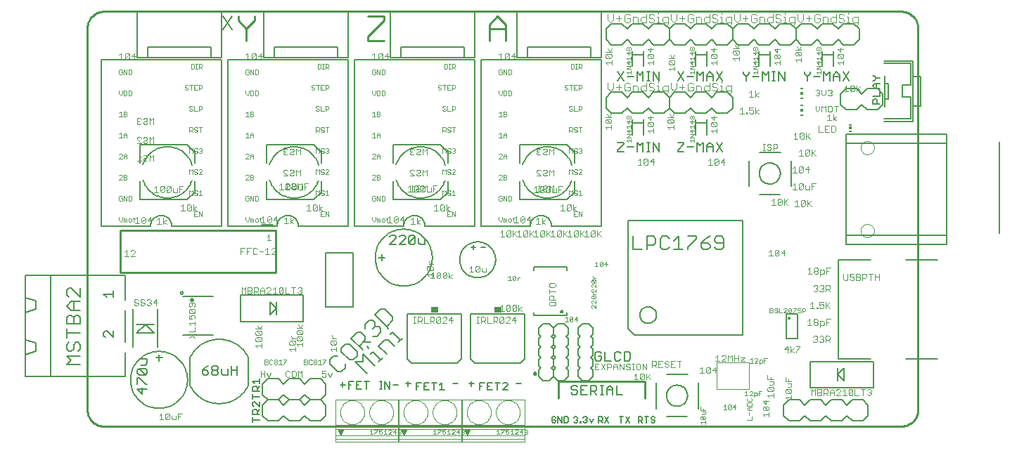
<source format=gto>
G75*
G70*
%OFA0B0*%
%FSLAX24Y24*%
%IPPOS*%
%LPD*%
%AMOC8*
5,1,8,0,0,1.08239X$1,22.5*
%
%ADD10C,0.0100*%
%ADD11C,0.0070*%
%ADD12C,0.0050*%
%ADD13C,0.0040*%
%ADD14C,0.0060*%
%ADD15C,0.0030*%
%ADD16C,0.0020*%
%ADD17C,0.0080*%
%ADD18R,0.0118X0.0059*%
%ADD19R,0.0118X0.0118*%
%ADD20C,0.0000*%
%ADD21R,0.0340X0.0300*%
D10*
X003080Y001725D02*
X003080Y019835D01*
X003082Y019889D01*
X003087Y019942D01*
X003096Y019995D01*
X003109Y020047D01*
X003125Y020099D01*
X003145Y020149D01*
X003168Y020197D01*
X003195Y020244D01*
X003224Y020289D01*
X003257Y020332D01*
X003292Y020372D01*
X003330Y020410D01*
X003370Y020445D01*
X003413Y020478D01*
X003458Y020507D01*
X003505Y020534D01*
X003553Y020557D01*
X003603Y020577D01*
X003655Y020593D01*
X003707Y020606D01*
X003760Y020615D01*
X003813Y020620D01*
X003867Y020622D01*
X041663Y020622D01*
X041717Y020620D01*
X041770Y020615D01*
X041823Y020606D01*
X041875Y020593D01*
X041927Y020577D01*
X041977Y020557D01*
X042025Y020534D01*
X042072Y020507D01*
X042117Y020478D01*
X042160Y020445D01*
X042200Y020410D01*
X042238Y020372D01*
X042273Y020332D01*
X042306Y020289D01*
X042335Y020244D01*
X042362Y020197D01*
X042385Y020149D01*
X042405Y020099D01*
X042421Y020047D01*
X042434Y019995D01*
X042443Y019942D01*
X042448Y019889D01*
X042450Y019835D01*
X042450Y001725D01*
X042448Y001671D01*
X042443Y001618D01*
X042434Y001565D01*
X042421Y001513D01*
X042405Y001461D01*
X042385Y001411D01*
X042362Y001363D01*
X042335Y001316D01*
X042306Y001271D01*
X042273Y001228D01*
X042238Y001188D01*
X042200Y001150D01*
X042160Y001115D01*
X042117Y001082D01*
X042072Y001053D01*
X042025Y001026D01*
X041977Y001003D01*
X041927Y000983D01*
X041875Y000967D01*
X041823Y000954D01*
X041770Y000945D01*
X041717Y000940D01*
X041663Y000938D01*
X041663Y000937D02*
X003867Y000937D01*
X003867Y000938D02*
X003813Y000940D01*
X003760Y000945D01*
X003707Y000954D01*
X003655Y000967D01*
X003603Y000983D01*
X003553Y001003D01*
X003505Y001026D01*
X003458Y001053D01*
X003413Y001082D01*
X003370Y001115D01*
X003330Y001150D01*
X003292Y001188D01*
X003257Y001228D01*
X003224Y001271D01*
X003195Y001316D01*
X003168Y001363D01*
X003145Y001411D01*
X003125Y001461D01*
X003109Y001513D01*
X003096Y001565D01*
X003087Y001618D01*
X003082Y001671D01*
X003080Y001725D01*
X007980Y006937D02*
X007982Y006950D01*
X007987Y006963D01*
X007996Y006974D01*
X008007Y006981D01*
X008020Y006986D01*
X008033Y006987D01*
X008047Y006984D01*
X008059Y006978D01*
X008069Y006969D01*
X008076Y006957D01*
X008080Y006944D01*
X008080Y006930D01*
X008076Y006917D01*
X008069Y006905D01*
X008059Y006896D01*
X008047Y006890D01*
X008033Y006887D01*
X008020Y006888D01*
X008007Y006893D01*
X007996Y006900D01*
X007987Y006911D01*
X007982Y006924D01*
X007980Y006937D01*
X004655Y008237D02*
X012005Y008237D01*
X012005Y010237D01*
X004655Y010237D01*
X004655Y008237D01*
X011330Y010487D02*
X011830Y010487D01*
X024230Y003437D02*
X024232Y003450D01*
X024237Y003463D01*
X024246Y003474D01*
X024257Y003481D01*
X024270Y003486D01*
X024283Y003487D01*
X024297Y003484D01*
X024309Y003478D01*
X024319Y003469D01*
X024326Y003457D01*
X024330Y003444D01*
X024330Y003430D01*
X024326Y003417D01*
X024319Y003405D01*
X024309Y003396D01*
X024297Y003390D01*
X024283Y003387D01*
X024270Y003388D01*
X024257Y003393D01*
X024246Y003400D01*
X024237Y003411D01*
X024232Y003424D01*
X024230Y003437D01*
X025403Y003069D02*
X029497Y003069D01*
X029497Y002282D01*
X025403Y002282D02*
X025403Y003069D01*
X022897Y019237D02*
X022897Y020005D01*
X022514Y020388D01*
X022130Y020005D01*
X022130Y019237D01*
X022130Y019813D02*
X022897Y019813D01*
X017147Y020196D02*
X016380Y019429D01*
X016380Y019237D01*
X017147Y019237D01*
X017147Y020196D02*
X017147Y020388D01*
X016380Y020388D01*
X010997Y020388D02*
X010997Y020196D01*
X010614Y019813D01*
X010614Y019237D01*
X010614Y019813D02*
X010230Y020196D01*
X010230Y020388D01*
D11*
X028216Y017753D02*
X028503Y017322D01*
X028677Y017537D02*
X028964Y017537D01*
X029137Y017322D02*
X029137Y017753D01*
X029281Y017609D01*
X029424Y017753D01*
X029424Y017322D01*
X029598Y017322D02*
X029741Y017322D01*
X029669Y017322D02*
X029669Y017753D01*
X029598Y017753D02*
X029741Y017753D01*
X029905Y017753D02*
X030192Y017322D01*
X030192Y017753D01*
X029905Y017753D02*
X029905Y017322D01*
X031063Y017322D02*
X031350Y017753D01*
X031523Y017537D02*
X031810Y017537D01*
X031984Y017322D02*
X031984Y017753D01*
X032127Y017609D01*
X032271Y017753D01*
X032271Y017322D01*
X032444Y017322D02*
X032444Y017609D01*
X032588Y017753D01*
X032731Y017609D01*
X032731Y017322D01*
X032905Y017322D02*
X033192Y017753D01*
X032905Y017753D02*
X033192Y017322D01*
X032731Y017537D02*
X032444Y017537D01*
X031350Y017322D02*
X031063Y017753D01*
X028503Y017753D02*
X028216Y017322D01*
X034166Y017681D02*
X034310Y017537D01*
X034310Y017322D01*
X034310Y017537D02*
X034453Y017681D01*
X034453Y017753D01*
X034627Y017537D02*
X034914Y017537D01*
X035087Y017322D02*
X035087Y017753D01*
X035231Y017609D01*
X035374Y017753D01*
X035374Y017322D01*
X035548Y017322D02*
X035691Y017322D01*
X035619Y017322D02*
X035619Y017753D01*
X035548Y017753D02*
X035691Y017753D01*
X035855Y017753D02*
X036142Y017322D01*
X036142Y017753D01*
X035855Y017753D02*
X035855Y017322D01*
X037063Y017681D02*
X037206Y017537D01*
X037206Y017322D01*
X037206Y017537D02*
X037350Y017681D01*
X037350Y017753D01*
X037523Y017537D02*
X037810Y017537D01*
X037984Y017322D02*
X037984Y017753D01*
X038127Y017609D01*
X038271Y017753D01*
X038271Y017322D01*
X038444Y017322D02*
X038444Y017609D01*
X038588Y017753D01*
X038731Y017609D01*
X038731Y017322D01*
X038905Y017322D02*
X039192Y017753D01*
X038905Y017753D02*
X039192Y017322D01*
X038731Y017537D02*
X038444Y017537D01*
X037063Y017681D02*
X037063Y017753D01*
X034166Y017753D02*
X034166Y017681D01*
X040306Y017570D02*
X040361Y017570D01*
X040471Y017460D01*
X040636Y017460D01*
X040471Y017460D02*
X040361Y017350D01*
X040306Y017350D01*
X040416Y017202D02*
X040306Y017092D01*
X040416Y016982D01*
X040636Y016982D01*
X040636Y016834D02*
X040636Y016613D01*
X040306Y016613D01*
X040361Y016465D02*
X040471Y016465D01*
X040526Y016410D01*
X040526Y016245D01*
X040636Y016245D02*
X040306Y016245D01*
X040306Y016410D01*
X040361Y016465D01*
X040471Y016982D02*
X040471Y017202D01*
X040416Y017202D02*
X040636Y017202D01*
X033192Y014403D02*
X032905Y013972D01*
X032731Y013972D02*
X032731Y014259D01*
X032588Y014403D01*
X032444Y014259D01*
X032444Y013972D01*
X032271Y013972D02*
X032271Y014403D01*
X032127Y014259D01*
X031984Y014403D01*
X031984Y013972D01*
X031810Y014187D02*
X031523Y014187D01*
X031350Y014331D02*
X031063Y014044D01*
X031063Y013972D01*
X031350Y013972D01*
X031350Y014331D02*
X031350Y014403D01*
X031063Y014403D01*
X030192Y014403D02*
X030192Y013972D01*
X029905Y014403D01*
X029905Y013972D01*
X029741Y013972D02*
X029598Y013972D01*
X029669Y013972D02*
X029669Y014403D01*
X029598Y014403D02*
X029741Y014403D01*
X029424Y014403D02*
X029281Y014259D01*
X029137Y014403D01*
X029137Y013972D01*
X028964Y014187D02*
X028677Y014187D01*
X028503Y014331D02*
X028216Y014044D01*
X028216Y013972D01*
X028503Y013972D01*
X028503Y014331D02*
X028503Y014403D01*
X028216Y014403D01*
X029424Y014403D02*
X029424Y013972D01*
X032444Y014187D02*
X032731Y014187D01*
X032905Y014403D02*
X033192Y013972D01*
X033136Y009953D02*
X032926Y009953D01*
X032820Y009848D01*
X032820Y009743D01*
X032926Y009638D01*
X033241Y009638D01*
X033241Y009848D02*
X033241Y009427D01*
X033136Y009322D01*
X032926Y009322D01*
X032820Y009427D01*
X032596Y009427D02*
X032596Y009532D01*
X032491Y009638D01*
X032176Y009638D01*
X032176Y009427D01*
X032281Y009322D01*
X032491Y009322D01*
X032596Y009427D01*
X032386Y009848D02*
X032176Y009638D01*
X032386Y009848D02*
X032596Y009953D01*
X033136Y009953D02*
X033241Y009848D01*
X031952Y009848D02*
X031531Y009427D01*
X031531Y009322D01*
X031307Y009322D02*
X030887Y009322D01*
X031097Y009322D02*
X031097Y009953D01*
X030887Y009743D01*
X030663Y009848D02*
X030558Y009953D01*
X030347Y009953D01*
X030242Y009848D01*
X030242Y009427D01*
X030347Y009322D01*
X030558Y009322D01*
X030663Y009427D01*
X030018Y009638D02*
X030018Y009848D01*
X029913Y009953D01*
X029598Y009953D01*
X029598Y009322D01*
X029598Y009532D02*
X029913Y009532D01*
X030018Y009638D01*
X029374Y009322D02*
X028953Y009322D01*
X028953Y009953D01*
X031531Y009953D02*
X031952Y009953D01*
X031952Y009848D01*
X028750Y004478D02*
X028534Y004478D01*
X028534Y004048D01*
X028750Y004048D01*
X028821Y004119D01*
X028821Y004406D01*
X028750Y004478D01*
X028361Y004406D02*
X028289Y004478D01*
X028146Y004478D01*
X028074Y004406D01*
X028074Y004119D01*
X028146Y004048D01*
X028289Y004048D01*
X028361Y004119D01*
X027900Y004048D02*
X027614Y004048D01*
X027614Y004478D01*
X027440Y004406D02*
X027368Y004478D01*
X027225Y004478D01*
X027153Y004406D01*
X027153Y004119D01*
X027225Y004048D01*
X027368Y004048D01*
X027440Y004119D01*
X027440Y004263D01*
X027297Y004263D01*
X027399Y002877D02*
X027543Y002877D01*
X027471Y002877D02*
X027471Y002447D01*
X027399Y002447D02*
X027543Y002447D01*
X027706Y002447D02*
X027706Y002734D01*
X027849Y002877D01*
X027993Y002734D01*
X027993Y002447D01*
X028166Y002447D02*
X028453Y002447D01*
X028166Y002447D02*
X028166Y002877D01*
X027993Y002662D02*
X027706Y002662D01*
X027226Y002662D02*
X027226Y002806D01*
X027154Y002877D01*
X026939Y002877D01*
X026939Y002447D01*
X026939Y002590D02*
X027154Y002590D01*
X027226Y002662D01*
X027082Y002590D02*
X027226Y002447D01*
X026765Y002447D02*
X026478Y002447D01*
X026478Y002877D01*
X026765Y002877D01*
X026622Y002662D02*
X026478Y002662D01*
X026305Y002590D02*
X026305Y002519D01*
X026233Y002447D01*
X026090Y002447D01*
X026018Y002519D01*
X026090Y002662D02*
X026233Y002662D01*
X026305Y002590D01*
X026305Y002806D02*
X026233Y002877D01*
X026090Y002877D01*
X026018Y002806D01*
X026018Y002734D01*
X026090Y002662D01*
X018010Y005116D02*
X017823Y004930D01*
X017916Y005023D02*
X017544Y005396D01*
X017450Y005303D01*
X017357Y005582D02*
X017264Y005675D01*
X017270Y005677D02*
X017549Y005956D01*
X017549Y006142D01*
X017177Y006515D01*
X016990Y006515D01*
X016711Y006236D01*
X017270Y005677D01*
X016989Y005583D02*
X016989Y005396D01*
X016803Y005210D01*
X016617Y005210D01*
X016523Y004929D02*
X016150Y004929D01*
X016243Y005023D02*
X015964Y004743D01*
X016150Y004557D02*
X015591Y005116D01*
X015870Y005395D01*
X016057Y005395D01*
X016243Y005209D01*
X016243Y005023D01*
X016331Y004742D02*
X016424Y004649D01*
X016610Y004463D02*
X016983Y004090D01*
X016890Y003997D02*
X017076Y004183D01*
X017263Y004370D02*
X016891Y004743D01*
X017170Y005022D01*
X017356Y005022D01*
X017636Y004743D01*
X016610Y004463D02*
X016517Y004369D01*
X016144Y004369D02*
X016144Y003996D01*
X015771Y003996D01*
X016330Y003437D01*
X016703Y003810D02*
X016144Y004369D01*
X015869Y004276D02*
X015869Y004463D01*
X015497Y004835D01*
X015310Y004835D01*
X015124Y004649D01*
X015124Y004463D01*
X015497Y004090D01*
X015683Y004090D01*
X015869Y004276D01*
X015310Y003903D02*
X015310Y003716D01*
X015123Y003530D01*
X014937Y003530D01*
X014564Y003903D01*
X014564Y004089D01*
X014750Y004275D01*
X014937Y004275D01*
X016244Y005583D02*
X016244Y005769D01*
X016430Y005955D01*
X016617Y005955D01*
X016710Y005862D01*
X016710Y005676D01*
X016896Y005676D01*
X016989Y005583D01*
X016710Y005676D02*
X016617Y005583D01*
X002745Y005789D02*
X002745Y006104D01*
X002640Y006209D01*
X002535Y006209D01*
X002430Y006104D01*
X002430Y005789D01*
X002745Y005789D02*
X002114Y005789D01*
X002114Y006104D01*
X002220Y006209D01*
X002325Y006209D01*
X002430Y006104D01*
X002430Y006433D02*
X002430Y006854D01*
X002325Y006854D02*
X002745Y006854D01*
X002745Y007078D02*
X002325Y007498D01*
X002220Y007498D01*
X002114Y007393D01*
X002114Y007183D01*
X002220Y007078D01*
X002325Y006854D02*
X002114Y006643D01*
X002325Y006433D01*
X002745Y006433D01*
X002745Y007078D02*
X002745Y007498D01*
X002114Y005564D02*
X002114Y005144D01*
X002114Y005354D02*
X002745Y005354D01*
X002640Y004920D02*
X002745Y004815D01*
X002745Y004605D01*
X002640Y004500D01*
X002430Y004605D02*
X002430Y004815D01*
X002535Y004920D01*
X002640Y004920D01*
X002220Y004920D02*
X002114Y004815D01*
X002114Y004605D01*
X002220Y004500D01*
X002325Y004500D01*
X002430Y004605D01*
X002114Y004275D02*
X002745Y004275D01*
X002325Y004065D02*
X002114Y004275D01*
X002325Y004065D02*
X002114Y003855D01*
X002745Y003855D01*
D12*
X003930Y005152D02*
X003855Y005227D01*
X003855Y005377D01*
X003930Y005452D01*
X004005Y005452D01*
X004305Y005152D01*
X004305Y005452D01*
X005605Y004144D02*
X005905Y004144D01*
X005905Y003919D01*
X005830Y003843D01*
X005605Y003843D01*
X005530Y003683D02*
X005830Y003383D01*
X005905Y003458D01*
X005905Y003608D01*
X005830Y003683D01*
X005530Y003683D01*
X005455Y003608D01*
X005455Y003458D01*
X005530Y003383D01*
X005830Y003383D01*
X005530Y003223D02*
X005830Y002923D01*
X005905Y002923D01*
X005905Y002687D02*
X005455Y002687D01*
X005680Y002462D01*
X005680Y002763D01*
X005455Y002923D02*
X005455Y003223D01*
X005530Y003223D01*
X007952Y002868D02*
X007952Y004207D01*
X007952Y002868D02*
X007989Y002799D01*
X008028Y002732D01*
X008071Y002667D01*
X008117Y002605D01*
X008166Y002544D01*
X008218Y002487D01*
X008273Y002432D01*
X008331Y002380D01*
X008391Y002331D01*
X008454Y002285D01*
X008519Y002242D01*
X008586Y002203D01*
X008654Y002167D01*
X008725Y002134D01*
X008797Y002105D01*
X008871Y002080D01*
X008946Y002059D01*
X009021Y002041D01*
X009098Y002028D01*
X009175Y002018D01*
X009252Y002012D01*
X009330Y002010D01*
X009408Y002012D01*
X009485Y002018D01*
X009562Y002028D01*
X009639Y002041D01*
X009714Y002059D01*
X009789Y002080D01*
X009863Y002105D01*
X009935Y002134D01*
X010006Y002167D01*
X010074Y002203D01*
X010141Y002242D01*
X010206Y002285D01*
X010269Y002331D01*
X010329Y002380D01*
X010387Y002432D01*
X010442Y002487D01*
X010494Y002544D01*
X010543Y002605D01*
X010589Y002667D01*
X010632Y002732D01*
X010671Y002799D01*
X010708Y002868D01*
X010708Y004207D01*
X010708Y004206D02*
X010671Y004275D01*
X010632Y004342D01*
X010589Y004407D01*
X010543Y004469D01*
X010494Y004530D01*
X010442Y004587D01*
X010387Y004642D01*
X010329Y004694D01*
X010269Y004743D01*
X010206Y004789D01*
X010141Y004832D01*
X010074Y004871D01*
X010006Y004907D01*
X009935Y004940D01*
X009863Y004969D01*
X009789Y004994D01*
X009714Y005015D01*
X009639Y005033D01*
X009562Y005046D01*
X009485Y005056D01*
X009408Y005062D01*
X009330Y005064D01*
X009252Y005062D01*
X009175Y005056D01*
X009098Y005046D01*
X009021Y005033D01*
X008946Y005015D01*
X008871Y004994D01*
X008797Y004969D01*
X008725Y004940D01*
X008654Y004907D01*
X008586Y004871D01*
X008519Y004832D01*
X008454Y004789D01*
X008391Y004743D01*
X008331Y004694D01*
X008273Y004642D01*
X008218Y004587D01*
X008166Y004530D01*
X008117Y004469D01*
X008071Y004407D01*
X008028Y004342D01*
X007989Y004275D01*
X007952Y004206D01*
X010905Y003078D02*
X011255Y003078D01*
X011255Y002961D02*
X011255Y003195D01*
X011021Y002961D02*
X010905Y003078D01*
X010963Y002827D02*
X011080Y002827D01*
X011138Y002768D01*
X011138Y002593D01*
X011138Y002710D02*
X011255Y002827D01*
X011255Y002593D02*
X010905Y002593D01*
X010905Y002768D01*
X010963Y002827D01*
X010905Y002458D02*
X010905Y002225D01*
X010905Y002342D02*
X011255Y002342D01*
X011255Y002095D02*
X011255Y001861D01*
X011021Y002095D01*
X010963Y002095D01*
X010905Y002037D01*
X010905Y001920D01*
X010963Y001861D01*
X010963Y001727D02*
X011080Y001727D01*
X011138Y001668D01*
X011138Y001493D01*
X011138Y001610D02*
X011255Y001727D01*
X011255Y001493D02*
X010905Y001493D01*
X010905Y001668D01*
X010963Y001727D01*
X010905Y001358D02*
X010905Y001125D01*
X010905Y001242D02*
X011255Y001242D01*
X015068Y002912D02*
X015301Y002912D01*
X015184Y002796D02*
X015184Y003029D01*
X015468Y003063D02*
X015701Y003063D01*
X015836Y003063D02*
X015836Y002712D01*
X016069Y002712D01*
X015953Y002887D02*
X015836Y002887D01*
X015836Y003063D02*
X016069Y003063D01*
X016204Y003063D02*
X016438Y003063D01*
X016321Y003063D02*
X016321Y002712D01*
X016941Y002712D02*
X017058Y002712D01*
X016999Y002712D02*
X016999Y003063D01*
X016941Y003063D02*
X017058Y003063D01*
X017186Y003063D02*
X017420Y002712D01*
X017420Y003063D01*
X017568Y002912D02*
X017801Y002912D01*
X018168Y002962D02*
X018401Y002962D01*
X018284Y002846D02*
X018284Y003079D01*
X018668Y003013D02*
X018901Y003013D01*
X019036Y003013D02*
X019036Y002662D01*
X019269Y002662D01*
X019153Y002837D02*
X019036Y002837D01*
X019036Y003013D02*
X019269Y003013D01*
X019404Y003013D02*
X019638Y003013D01*
X019521Y003013D02*
X019521Y002662D01*
X019772Y002662D02*
X020006Y002662D01*
X019889Y002662D02*
X019889Y003013D01*
X019772Y002896D01*
X020418Y002962D02*
X020651Y002962D01*
X021168Y002962D02*
X021401Y002962D01*
X021284Y002846D02*
X021284Y003079D01*
X021668Y003013D02*
X021901Y003013D01*
X022036Y003013D02*
X022036Y002662D01*
X022269Y002662D01*
X022153Y002837D02*
X022036Y002837D01*
X022036Y003013D02*
X022269Y003013D01*
X022404Y003013D02*
X022638Y003013D01*
X022521Y003013D02*
X022521Y002662D01*
X022772Y002662D02*
X023006Y002896D01*
X023006Y002954D01*
X022948Y003013D01*
X022831Y003013D01*
X022772Y002954D01*
X023418Y002962D02*
X023651Y002962D01*
X023006Y002662D02*
X022772Y002662D01*
X021784Y002837D02*
X021668Y002837D01*
X021668Y002662D02*
X021668Y003013D01*
X024480Y003287D02*
X024680Y003087D01*
X024980Y003087D01*
X025180Y003287D01*
X025180Y003587D01*
X025080Y003687D01*
X025180Y003787D01*
X025180Y004087D01*
X025080Y004187D01*
X025180Y004287D01*
X025180Y004587D01*
X025080Y004687D01*
X025180Y004787D01*
X025180Y005087D01*
X025080Y005187D01*
X025180Y005287D01*
X025180Y005587D01*
X024980Y005787D01*
X024680Y005787D01*
X024480Y005587D01*
X024480Y005287D01*
X024580Y005187D01*
X024480Y005087D01*
X024480Y004787D01*
X024580Y004687D01*
X024480Y004587D01*
X024480Y004287D01*
X024580Y004187D01*
X024480Y004087D01*
X024480Y003787D01*
X024580Y003687D01*
X024480Y003587D01*
X024480Y003287D01*
X025180Y003287D02*
X025180Y003587D01*
X025280Y003687D01*
X025180Y003787D01*
X025180Y004087D01*
X025280Y004187D01*
X025180Y004287D01*
X025180Y004587D01*
X025280Y004687D01*
X025180Y004787D01*
X025180Y005087D01*
X025280Y005187D01*
X025180Y005287D01*
X025180Y005587D01*
X025380Y005787D01*
X025680Y005787D01*
X025880Y005587D01*
X025880Y005287D01*
X025780Y005187D01*
X025880Y005087D01*
X025880Y004787D01*
X025780Y004687D01*
X025880Y004587D01*
X025880Y004287D01*
X025780Y004187D01*
X025880Y004087D01*
X025880Y003787D01*
X025780Y003687D01*
X025880Y003587D01*
X025880Y003287D01*
X025680Y003087D01*
X025380Y003087D01*
X025180Y003287D01*
X026330Y003287D02*
X026330Y003587D01*
X026430Y003687D01*
X026330Y003787D01*
X026330Y004087D01*
X026430Y004187D01*
X026330Y004287D01*
X026330Y004587D01*
X026430Y004687D01*
X026330Y004787D01*
X026330Y005087D01*
X026430Y005187D01*
X026330Y005287D01*
X026330Y005587D01*
X026530Y005787D01*
X026830Y005787D01*
X027030Y005587D01*
X027030Y005287D01*
X026930Y005187D01*
X027030Y005087D01*
X027030Y004787D01*
X026930Y004687D01*
X027030Y004587D01*
X027030Y004287D01*
X026930Y004187D01*
X027030Y004087D01*
X027030Y003787D01*
X026930Y003687D01*
X027030Y003587D01*
X027030Y003287D01*
X026830Y003087D01*
X026530Y003087D01*
X026330Y003287D01*
X026279Y001386D02*
X026324Y001341D01*
X026324Y001296D01*
X026279Y001250D01*
X026324Y001205D01*
X026324Y001160D01*
X026279Y001115D01*
X026189Y001115D01*
X026144Y001160D01*
X026234Y001250D02*
X026279Y001250D01*
X026279Y001386D02*
X026189Y001386D01*
X026144Y001341D01*
X025863Y001341D02*
X025863Y001160D01*
X025818Y001115D01*
X025683Y001115D01*
X025683Y001386D01*
X025818Y001386D01*
X025863Y001341D01*
X025569Y001386D02*
X025569Y001115D01*
X025389Y001386D01*
X025389Y001115D01*
X025274Y001160D02*
X025274Y001250D01*
X025184Y001250D01*
X025094Y001160D02*
X025139Y001115D01*
X025229Y001115D01*
X025274Y001160D01*
X025094Y001160D02*
X025094Y001341D01*
X025139Y001386D01*
X025229Y001386D01*
X025274Y001341D01*
X026439Y001160D02*
X026484Y001160D01*
X026484Y001115D01*
X026439Y001115D01*
X026439Y001160D01*
X026586Y001160D02*
X026631Y001115D01*
X026721Y001115D01*
X026766Y001160D01*
X026766Y001205D01*
X026721Y001250D01*
X026676Y001250D01*
X026721Y001250D02*
X026766Y001296D01*
X026766Y001341D01*
X026721Y001386D01*
X026631Y001386D01*
X026586Y001341D01*
X026881Y001296D02*
X026971Y001115D01*
X027061Y001296D01*
X027318Y001386D02*
X027453Y001386D01*
X027498Y001341D01*
X027498Y001250D01*
X027453Y001205D01*
X027318Y001205D01*
X027318Y001115D02*
X027318Y001386D01*
X027408Y001205D02*
X027498Y001115D01*
X027612Y001115D02*
X027792Y001386D01*
X027612Y001386D02*
X027792Y001115D01*
X028302Y001386D02*
X028482Y001386D01*
X028392Y001386D02*
X028392Y001115D01*
X028597Y001115D02*
X028777Y001386D01*
X028597Y001386D02*
X028777Y001115D01*
X029207Y001115D02*
X029207Y001386D01*
X029342Y001386D01*
X029388Y001341D01*
X029388Y001250D01*
X029342Y001205D01*
X029207Y001205D01*
X029297Y001205D02*
X029388Y001115D01*
X029592Y001115D02*
X029592Y001386D01*
X029502Y001386D02*
X029682Y001386D01*
X029797Y001341D02*
X029797Y001296D01*
X029842Y001250D01*
X029932Y001250D01*
X029977Y001205D01*
X029977Y001160D01*
X029932Y001115D01*
X029842Y001115D01*
X029797Y001160D01*
X029797Y001341D02*
X029842Y001386D01*
X029932Y001386D01*
X029977Y001341D01*
X037338Y002757D02*
X037338Y002936D01*
X037338Y004017D01*
X040332Y004017D01*
X040332Y003936D01*
X040332Y002757D01*
X037338Y002757D01*
X037338Y002838D02*
X037338Y002936D01*
X038630Y003087D02*
X038630Y003387D01*
X038630Y003687D01*
X038630Y003387D02*
X038930Y003687D01*
X038930Y003087D01*
X038630Y003387D01*
X040332Y003913D02*
X040332Y003936D01*
X039030Y009569D02*
X043794Y009569D01*
X043794Y009589D01*
X043794Y009569D01*
X043794Y009589D02*
X043794Y014746D01*
X043794Y014786D01*
X043794Y014805D01*
X043794Y014786D01*
X043794Y014746D01*
X043794Y014805D02*
X039030Y014805D01*
X039030Y014786D02*
X039030Y014244D01*
X039030Y013811D01*
X039030Y013378D01*
X039030Y012945D01*
X039030Y012512D01*
X039030Y012079D01*
X039030Y011646D01*
X039030Y011213D01*
X039030Y010780D01*
X039030Y010317D01*
X039030Y009589D01*
X039030Y010002D02*
X043794Y010002D01*
X046313Y010101D02*
X046313Y014431D01*
X043794Y014372D02*
X039030Y014372D01*
X039030Y014244D01*
X039030Y014156D01*
X039030Y013811D01*
X039030Y013378D01*
X039030Y012945D01*
X039030Y012512D01*
X039030Y012079D01*
X039030Y011646D01*
X039030Y011213D01*
X039030Y010780D01*
X039030Y010317D01*
X039030Y010219D01*
X039030Y010002D01*
X027430Y018437D02*
X026930Y018437D01*
X026930Y018937D01*
X023930Y018937D01*
X023930Y018437D01*
X023430Y018437D01*
X023430Y020637D01*
X027430Y020637D01*
X027430Y018437D01*
X026930Y018437D02*
X023930Y018437D01*
X021430Y018437D02*
X020930Y018437D01*
X020930Y018937D01*
X017930Y018937D01*
X017930Y018437D01*
X017430Y018437D01*
X017430Y020637D01*
X021430Y020637D01*
X021430Y018437D01*
X020930Y018437D02*
X017930Y018437D01*
X015430Y018437D02*
X014930Y018437D01*
X014930Y018937D01*
X011930Y018937D01*
X011930Y018437D01*
X011430Y018437D01*
X011430Y020637D01*
X015430Y020637D01*
X015430Y018437D01*
X014930Y018437D02*
X011930Y018437D01*
X009430Y018437D02*
X008930Y018437D01*
X008930Y018937D01*
X005930Y018937D01*
X005930Y018437D01*
X005430Y018437D01*
X005430Y020637D01*
X009430Y020637D01*
X009430Y018437D01*
X008930Y018437D02*
X005930Y018437D01*
X017405Y009938D02*
X017480Y010013D01*
X017630Y010013D01*
X017705Y009938D01*
X017705Y009863D01*
X017405Y009562D01*
X017705Y009562D01*
X017865Y009562D02*
X018166Y009863D01*
X018166Y009938D01*
X018091Y010013D01*
X017940Y010013D01*
X017865Y009938D01*
X018326Y009938D02*
X018401Y010013D01*
X018551Y010013D01*
X018626Y009938D01*
X018326Y009637D01*
X018401Y009562D01*
X018551Y009562D01*
X018626Y009637D01*
X018626Y009938D01*
X018786Y009863D02*
X018786Y009637D01*
X018861Y009562D01*
X019086Y009562D01*
X019086Y009863D01*
X018326Y009938D02*
X018326Y009637D01*
X018166Y009562D02*
X017865Y009562D01*
X013322Y007167D02*
X013322Y006988D01*
X013322Y005907D01*
X010328Y005907D01*
X010328Y005988D01*
X010328Y007167D01*
X013322Y007167D01*
X013322Y007086D02*
X013322Y006988D01*
X012030Y006837D02*
X012030Y006537D01*
X012030Y006237D01*
X012030Y006537D02*
X011730Y006237D01*
X011730Y006837D01*
X012030Y006537D01*
X010328Y006011D02*
X010328Y005988D01*
X004305Y007052D02*
X004305Y007352D01*
X004305Y007202D02*
X003855Y007202D01*
X004005Y007052D01*
X015468Y003063D02*
X015468Y002712D01*
X015468Y002887D02*
X015584Y002887D01*
X017186Y002712D02*
X017186Y003063D01*
X018668Y003013D02*
X018668Y002662D01*
X018668Y002837D02*
X018784Y002837D01*
D13*
X017854Y002203D02*
X020806Y002203D01*
X020806Y001001D01*
X017854Y001001D01*
X017854Y000811D01*
X017854Y000491D01*
X017854Y000318D01*
X017854Y000200D01*
X020806Y000200D01*
X020806Y000318D01*
X020806Y000491D01*
X017854Y000491D01*
X017806Y000491D02*
X017806Y000318D01*
X014854Y000318D01*
X014854Y000491D01*
X017806Y000491D01*
X017806Y000811D01*
X017806Y001001D01*
X014854Y001001D01*
X014854Y000811D01*
X014854Y000491D01*
X014854Y000318D02*
X014854Y000200D01*
X017806Y000200D01*
X017806Y000318D01*
X017854Y000318D02*
X020806Y000318D01*
X020854Y000318D02*
X020854Y000491D01*
X023806Y000491D01*
X023806Y000318D01*
X020854Y000318D01*
X020854Y000200D01*
X023806Y000200D01*
X023806Y000318D01*
X023806Y000491D02*
X023806Y000811D01*
X023806Y001001D01*
X020854Y001001D01*
X020854Y000811D01*
X020854Y000491D01*
X020806Y000491D02*
X020806Y000811D01*
X020806Y001001D01*
X020854Y001001D02*
X020854Y002203D01*
X023806Y002203D01*
X023806Y001001D01*
X023806Y000811D02*
X020854Y000811D01*
X020806Y000811D02*
X017854Y000811D01*
X017806Y000811D02*
X014854Y000811D01*
X014964Y000762D02*
X015089Y000512D01*
X015214Y000762D01*
X014964Y000762D01*
X014973Y000745D02*
X015205Y000745D01*
X015186Y000706D02*
X014992Y000706D01*
X015011Y000668D02*
X015167Y000668D01*
X015147Y000629D02*
X015030Y000629D01*
X015050Y000591D02*
X015128Y000591D01*
X015109Y000552D02*
X015069Y000552D01*
X015088Y000514D02*
X015090Y000514D01*
X014854Y001001D02*
X014854Y002203D01*
X017806Y002203D01*
X017806Y001001D01*
X017854Y001001D02*
X017854Y002203D01*
X017494Y001878D02*
X017491Y001875D01*
X016448Y001598D02*
X016450Y001645D01*
X016456Y001692D01*
X016465Y001738D01*
X016479Y001783D01*
X016496Y001827D01*
X016517Y001870D01*
X016541Y001910D01*
X016568Y001949D01*
X016599Y001985D01*
X016632Y002018D01*
X016668Y002049D01*
X016707Y002076D01*
X016747Y002100D01*
X016790Y002121D01*
X016834Y002138D01*
X016879Y002152D01*
X016925Y002161D01*
X016972Y002167D01*
X017019Y002169D01*
X017066Y002167D01*
X017113Y002161D01*
X017159Y002152D01*
X017204Y002138D01*
X017248Y002121D01*
X017291Y002100D01*
X017331Y002076D01*
X017370Y002049D01*
X017406Y002018D01*
X017439Y001985D01*
X017470Y001949D01*
X017497Y001910D01*
X017521Y001870D01*
X017542Y001827D01*
X017559Y001783D01*
X017573Y001738D01*
X017582Y001692D01*
X017588Y001645D01*
X017590Y001598D01*
X017588Y001551D01*
X017582Y001504D01*
X017573Y001458D01*
X017559Y001413D01*
X017542Y001369D01*
X017521Y001326D01*
X017497Y001286D01*
X017470Y001247D01*
X017439Y001211D01*
X017406Y001178D01*
X017370Y001147D01*
X017331Y001120D01*
X017291Y001096D01*
X017248Y001075D01*
X017204Y001058D01*
X017159Y001044D01*
X017113Y001035D01*
X017066Y001029D01*
X017019Y001027D01*
X016972Y001029D01*
X016925Y001035D01*
X016879Y001044D01*
X016834Y001058D01*
X016790Y001075D01*
X016747Y001096D01*
X016707Y001120D01*
X016668Y001147D01*
X016632Y001178D01*
X016599Y001211D01*
X016568Y001247D01*
X016541Y001286D01*
X016517Y001326D01*
X016496Y001369D01*
X016479Y001413D01*
X016465Y001458D01*
X016456Y001504D01*
X016450Y001551D01*
X016448Y001598D01*
X016116Y001878D02*
X016113Y001875D01*
X015070Y001598D02*
X015072Y001645D01*
X015078Y001692D01*
X015087Y001738D01*
X015101Y001783D01*
X015118Y001827D01*
X015139Y001870D01*
X015163Y001910D01*
X015190Y001949D01*
X015221Y001985D01*
X015254Y002018D01*
X015290Y002049D01*
X015329Y002076D01*
X015369Y002100D01*
X015412Y002121D01*
X015456Y002138D01*
X015501Y002152D01*
X015547Y002161D01*
X015594Y002167D01*
X015641Y002169D01*
X015688Y002167D01*
X015735Y002161D01*
X015781Y002152D01*
X015826Y002138D01*
X015870Y002121D01*
X015913Y002100D01*
X015953Y002076D01*
X015992Y002049D01*
X016028Y002018D01*
X016061Y001985D01*
X016092Y001949D01*
X016119Y001910D01*
X016143Y001870D01*
X016164Y001827D01*
X016181Y001783D01*
X016195Y001738D01*
X016204Y001692D01*
X016210Y001645D01*
X016212Y001598D01*
X016210Y001551D01*
X016204Y001504D01*
X016195Y001458D01*
X016181Y001413D01*
X016164Y001369D01*
X016143Y001326D01*
X016119Y001286D01*
X016092Y001247D01*
X016061Y001211D01*
X016028Y001178D01*
X015992Y001147D01*
X015953Y001120D01*
X015913Y001096D01*
X015870Y001075D01*
X015826Y001058D01*
X015781Y001044D01*
X015735Y001035D01*
X015688Y001029D01*
X015641Y001027D01*
X015594Y001029D01*
X015547Y001035D01*
X015501Y001044D01*
X015456Y001058D01*
X015412Y001075D01*
X015369Y001096D01*
X015329Y001120D01*
X015290Y001147D01*
X015254Y001178D01*
X015221Y001211D01*
X015190Y001247D01*
X015163Y001286D01*
X015139Y001326D01*
X015118Y001369D01*
X015101Y001413D01*
X015087Y001458D01*
X015078Y001504D01*
X015072Y001551D01*
X015070Y001598D01*
X017964Y000762D02*
X018089Y000512D01*
X018214Y000762D01*
X017964Y000762D01*
X017973Y000745D02*
X018205Y000745D01*
X018186Y000706D02*
X017992Y000706D01*
X018011Y000668D02*
X018167Y000668D01*
X018147Y000629D02*
X018030Y000629D01*
X018050Y000591D02*
X018128Y000591D01*
X018109Y000552D02*
X018069Y000552D01*
X018088Y000514D02*
X018090Y000514D01*
X018070Y001598D02*
X018072Y001645D01*
X018078Y001692D01*
X018087Y001738D01*
X018101Y001783D01*
X018118Y001827D01*
X018139Y001870D01*
X018163Y001910D01*
X018190Y001949D01*
X018221Y001985D01*
X018254Y002018D01*
X018290Y002049D01*
X018329Y002076D01*
X018369Y002100D01*
X018412Y002121D01*
X018456Y002138D01*
X018501Y002152D01*
X018547Y002161D01*
X018594Y002167D01*
X018641Y002169D01*
X018688Y002167D01*
X018735Y002161D01*
X018781Y002152D01*
X018826Y002138D01*
X018870Y002121D01*
X018913Y002100D01*
X018953Y002076D01*
X018992Y002049D01*
X019028Y002018D01*
X019061Y001985D01*
X019092Y001949D01*
X019119Y001910D01*
X019143Y001870D01*
X019164Y001827D01*
X019181Y001783D01*
X019195Y001738D01*
X019204Y001692D01*
X019210Y001645D01*
X019212Y001598D01*
X019210Y001551D01*
X019204Y001504D01*
X019195Y001458D01*
X019181Y001413D01*
X019164Y001369D01*
X019143Y001326D01*
X019119Y001286D01*
X019092Y001247D01*
X019061Y001211D01*
X019028Y001178D01*
X018992Y001147D01*
X018953Y001120D01*
X018913Y001096D01*
X018870Y001075D01*
X018826Y001058D01*
X018781Y001044D01*
X018735Y001035D01*
X018688Y001029D01*
X018641Y001027D01*
X018594Y001029D01*
X018547Y001035D01*
X018501Y001044D01*
X018456Y001058D01*
X018412Y001075D01*
X018369Y001096D01*
X018329Y001120D01*
X018290Y001147D01*
X018254Y001178D01*
X018221Y001211D01*
X018190Y001247D01*
X018163Y001286D01*
X018139Y001326D01*
X018118Y001369D01*
X018101Y001413D01*
X018087Y001458D01*
X018078Y001504D01*
X018072Y001551D01*
X018070Y001598D01*
X019113Y001875D02*
X019116Y001878D01*
X019448Y001598D02*
X019450Y001645D01*
X019456Y001692D01*
X019465Y001738D01*
X019479Y001783D01*
X019496Y001827D01*
X019517Y001870D01*
X019541Y001910D01*
X019568Y001949D01*
X019599Y001985D01*
X019632Y002018D01*
X019668Y002049D01*
X019707Y002076D01*
X019747Y002100D01*
X019790Y002121D01*
X019834Y002138D01*
X019879Y002152D01*
X019925Y002161D01*
X019972Y002167D01*
X020019Y002169D01*
X020066Y002167D01*
X020113Y002161D01*
X020159Y002152D01*
X020204Y002138D01*
X020248Y002121D01*
X020291Y002100D01*
X020331Y002076D01*
X020370Y002049D01*
X020406Y002018D01*
X020439Y001985D01*
X020470Y001949D01*
X020497Y001910D01*
X020521Y001870D01*
X020542Y001827D01*
X020559Y001783D01*
X020573Y001738D01*
X020582Y001692D01*
X020588Y001645D01*
X020590Y001598D01*
X020588Y001551D01*
X020582Y001504D01*
X020573Y001458D01*
X020559Y001413D01*
X020542Y001369D01*
X020521Y001326D01*
X020497Y001286D01*
X020470Y001247D01*
X020439Y001211D01*
X020406Y001178D01*
X020370Y001147D01*
X020331Y001120D01*
X020291Y001096D01*
X020248Y001075D01*
X020204Y001058D01*
X020159Y001044D01*
X020113Y001035D01*
X020066Y001029D01*
X020019Y001027D01*
X019972Y001029D01*
X019925Y001035D01*
X019879Y001044D01*
X019834Y001058D01*
X019790Y001075D01*
X019747Y001096D01*
X019707Y001120D01*
X019668Y001147D01*
X019632Y001178D01*
X019599Y001211D01*
X019568Y001247D01*
X019541Y001286D01*
X019517Y001326D01*
X019496Y001369D01*
X019479Y001413D01*
X019465Y001458D01*
X019456Y001504D01*
X019450Y001551D01*
X019448Y001598D01*
X020491Y001875D02*
X020494Y001878D01*
X021070Y001598D02*
X021072Y001645D01*
X021078Y001692D01*
X021087Y001738D01*
X021101Y001783D01*
X021118Y001827D01*
X021139Y001870D01*
X021163Y001910D01*
X021190Y001949D01*
X021221Y001985D01*
X021254Y002018D01*
X021290Y002049D01*
X021329Y002076D01*
X021369Y002100D01*
X021412Y002121D01*
X021456Y002138D01*
X021501Y002152D01*
X021547Y002161D01*
X021594Y002167D01*
X021641Y002169D01*
X021688Y002167D01*
X021735Y002161D01*
X021781Y002152D01*
X021826Y002138D01*
X021870Y002121D01*
X021913Y002100D01*
X021953Y002076D01*
X021992Y002049D01*
X022028Y002018D01*
X022061Y001985D01*
X022092Y001949D01*
X022119Y001910D01*
X022143Y001870D01*
X022164Y001827D01*
X022181Y001783D01*
X022195Y001738D01*
X022204Y001692D01*
X022210Y001645D01*
X022212Y001598D01*
X022210Y001551D01*
X022204Y001504D01*
X022195Y001458D01*
X022181Y001413D01*
X022164Y001369D01*
X022143Y001326D01*
X022119Y001286D01*
X022092Y001247D01*
X022061Y001211D01*
X022028Y001178D01*
X021992Y001147D01*
X021953Y001120D01*
X021913Y001096D01*
X021870Y001075D01*
X021826Y001058D01*
X021781Y001044D01*
X021735Y001035D01*
X021688Y001029D01*
X021641Y001027D01*
X021594Y001029D01*
X021547Y001035D01*
X021501Y001044D01*
X021456Y001058D01*
X021412Y001075D01*
X021369Y001096D01*
X021329Y001120D01*
X021290Y001147D01*
X021254Y001178D01*
X021221Y001211D01*
X021190Y001247D01*
X021163Y001286D01*
X021139Y001326D01*
X021118Y001369D01*
X021101Y001413D01*
X021087Y001458D01*
X021078Y001504D01*
X021072Y001551D01*
X021070Y001598D01*
X022113Y001875D02*
X022116Y001878D01*
X022448Y001598D02*
X022450Y001645D01*
X022456Y001692D01*
X022465Y001738D01*
X022479Y001783D01*
X022496Y001827D01*
X022517Y001870D01*
X022541Y001910D01*
X022568Y001949D01*
X022599Y001985D01*
X022632Y002018D01*
X022668Y002049D01*
X022707Y002076D01*
X022747Y002100D01*
X022790Y002121D01*
X022834Y002138D01*
X022879Y002152D01*
X022925Y002161D01*
X022972Y002167D01*
X023019Y002169D01*
X023066Y002167D01*
X023113Y002161D01*
X023159Y002152D01*
X023204Y002138D01*
X023248Y002121D01*
X023291Y002100D01*
X023331Y002076D01*
X023370Y002049D01*
X023406Y002018D01*
X023439Y001985D01*
X023470Y001949D01*
X023497Y001910D01*
X023521Y001870D01*
X023542Y001827D01*
X023559Y001783D01*
X023573Y001738D01*
X023582Y001692D01*
X023588Y001645D01*
X023590Y001598D01*
X023588Y001551D01*
X023582Y001504D01*
X023573Y001458D01*
X023559Y001413D01*
X023542Y001369D01*
X023521Y001326D01*
X023497Y001286D01*
X023470Y001247D01*
X023439Y001211D01*
X023406Y001178D01*
X023370Y001147D01*
X023331Y001120D01*
X023291Y001096D01*
X023248Y001075D01*
X023204Y001058D01*
X023159Y001044D01*
X023113Y001035D01*
X023066Y001029D01*
X023019Y001027D01*
X022972Y001029D01*
X022925Y001035D01*
X022879Y001044D01*
X022834Y001058D01*
X022790Y001075D01*
X022747Y001096D01*
X022707Y001120D01*
X022668Y001147D01*
X022632Y001178D01*
X022599Y001211D01*
X022568Y001247D01*
X022541Y001286D01*
X022517Y001326D01*
X022496Y001369D01*
X022479Y001413D01*
X022465Y001458D01*
X022456Y001504D01*
X022450Y001551D01*
X022448Y001598D01*
X023491Y001875D02*
X023494Y001878D01*
X021214Y000762D02*
X021089Y000512D01*
X020964Y000762D01*
X021214Y000762D01*
X021205Y000745D02*
X020973Y000745D01*
X020992Y000706D02*
X021186Y000706D01*
X021167Y000668D02*
X021011Y000668D01*
X021030Y000629D02*
X021147Y000629D01*
X021128Y000591D02*
X021050Y000591D01*
X021069Y000552D02*
X021109Y000552D01*
X021090Y000514D02*
X021088Y000514D01*
X014678Y003468D02*
X014585Y003281D01*
X014491Y003468D01*
X014383Y003421D02*
X014383Y003328D01*
X014337Y003281D01*
X014243Y003281D01*
X014197Y003328D01*
X014197Y003421D02*
X014290Y003468D01*
X014337Y003468D01*
X014383Y003421D01*
X014383Y003562D02*
X014197Y003562D01*
X014197Y003421D01*
X013260Y003562D02*
X013260Y003281D01*
X013073Y003281D02*
X013073Y003562D01*
X013167Y003468D01*
X013260Y003562D01*
X012966Y003515D02*
X012966Y003328D01*
X012919Y003281D01*
X012825Y003281D01*
X012779Y003328D01*
X012779Y003515D01*
X012825Y003562D01*
X012919Y003562D01*
X012966Y003515D01*
X012671Y003515D02*
X012624Y003562D01*
X012531Y003562D01*
X012484Y003515D01*
X012484Y003328D01*
X012531Y003281D01*
X012624Y003281D01*
X012671Y003328D01*
X011778Y003468D02*
X011685Y003281D01*
X011591Y003468D01*
X011483Y003421D02*
X011297Y003421D01*
X011297Y003281D02*
X011297Y003562D01*
X011483Y003562D02*
X011483Y003281D01*
X027138Y003633D02*
X027325Y003633D01*
X027433Y003633D02*
X027620Y003913D01*
X027727Y003913D02*
X027868Y003913D01*
X027914Y003866D01*
X027914Y003773D01*
X027868Y003726D01*
X027727Y003726D01*
X027727Y003633D02*
X027727Y003913D01*
X027433Y003913D02*
X027620Y003633D01*
X028022Y003633D02*
X028022Y003819D01*
X028116Y003913D01*
X028209Y003819D01*
X028209Y003633D01*
X028317Y003633D02*
X028317Y003913D01*
X028504Y003633D01*
X028504Y003913D01*
X028611Y003866D02*
X028611Y003819D01*
X028658Y003773D01*
X028752Y003773D01*
X028798Y003726D01*
X028798Y003679D01*
X028752Y003633D01*
X028658Y003633D01*
X028611Y003679D01*
X028611Y003866D02*
X028658Y003913D01*
X028752Y003913D01*
X028798Y003866D01*
X028906Y003913D02*
X029000Y003913D01*
X028953Y003913D02*
X028953Y003633D01*
X028906Y003633D02*
X029000Y003633D01*
X029103Y003679D02*
X029149Y003633D01*
X029243Y003633D01*
X029289Y003679D01*
X029289Y003866D01*
X029243Y003913D01*
X029149Y003913D01*
X029103Y003866D01*
X029103Y003679D01*
X029397Y003633D02*
X029397Y003913D01*
X029584Y003633D01*
X029584Y003913D01*
X029860Y003844D02*
X030000Y003844D01*
X030047Y003890D01*
X030047Y003984D01*
X030000Y004030D01*
X029860Y004030D01*
X029860Y003750D01*
X029953Y003844D02*
X030047Y003750D01*
X030154Y003750D02*
X030341Y003750D01*
X030449Y003797D02*
X030496Y003750D01*
X030589Y003750D01*
X030636Y003797D01*
X030636Y003844D01*
X030589Y003890D01*
X030496Y003890D01*
X030449Y003937D01*
X030449Y003984D01*
X030496Y004030D01*
X030589Y004030D01*
X030636Y003984D01*
X030744Y004030D02*
X030744Y003750D01*
X030931Y003750D01*
X030837Y003890D02*
X030744Y003890D01*
X030744Y004030D02*
X030931Y004030D01*
X031038Y004030D02*
X031225Y004030D01*
X031132Y004030D02*
X031132Y003750D01*
X030341Y004030D02*
X030154Y004030D01*
X030154Y003750D01*
X030154Y003890D02*
X030248Y003890D01*
X028209Y003773D02*
X028022Y003773D01*
X027325Y003913D02*
X027138Y003913D01*
X027138Y003633D01*
X027138Y003773D02*
X027232Y003773D01*
X032905Y003962D02*
X032905Y002712D01*
X032907Y002706D02*
X034453Y002706D01*
X034455Y002712D02*
X034455Y003962D01*
X034453Y003969D02*
X032907Y003969D01*
X025168Y012073D02*
X025168Y012353D01*
X025074Y012260D01*
X024981Y012353D01*
X024981Y012073D01*
X024873Y012120D02*
X024826Y012073D01*
X024733Y012073D01*
X024686Y012120D01*
X024686Y012166D01*
X024733Y012213D01*
X024826Y012213D01*
X024873Y012260D01*
X024873Y012307D01*
X024826Y012353D01*
X024733Y012353D01*
X024686Y012307D01*
X024578Y012260D02*
X024485Y012353D01*
X024485Y012073D01*
X024578Y012073D02*
X024392Y012073D01*
X024392Y012823D02*
X024578Y012823D01*
X024392Y013010D01*
X024392Y013057D01*
X024438Y013103D01*
X024532Y013103D01*
X024578Y013057D01*
X024686Y013057D02*
X024733Y013103D01*
X024826Y013103D01*
X024873Y013057D01*
X024873Y013010D01*
X024826Y012963D01*
X024733Y012963D01*
X024686Y012916D01*
X024686Y012870D01*
X024733Y012823D01*
X024826Y012823D01*
X024873Y012870D01*
X024981Y012823D02*
X024981Y013103D01*
X025074Y013010D01*
X025168Y013103D01*
X025168Y012823D01*
X025168Y013823D02*
X025168Y014103D01*
X025074Y014010D01*
X024981Y014103D01*
X024981Y013823D01*
X024873Y013870D02*
X024826Y013823D01*
X024733Y013823D01*
X024686Y013870D01*
X024686Y013916D01*
X024733Y013963D01*
X024826Y013963D01*
X024873Y014010D01*
X024873Y014057D01*
X024826Y014103D01*
X024733Y014103D01*
X024686Y014057D01*
X024578Y014057D02*
X024532Y014103D01*
X024438Y014103D01*
X024392Y014057D01*
X024392Y014010D01*
X024438Y013963D01*
X024392Y013916D01*
X024392Y013870D01*
X024438Y013823D01*
X024532Y013823D01*
X024578Y013870D01*
X024485Y013963D02*
X024438Y013963D01*
X019168Y013823D02*
X019168Y014103D01*
X019074Y014010D01*
X018981Y014103D01*
X018981Y013823D01*
X018873Y013870D02*
X018826Y013823D01*
X018733Y013823D01*
X018686Y013870D01*
X018686Y013916D01*
X018733Y013963D01*
X018826Y013963D01*
X018873Y014010D01*
X018873Y014057D01*
X018826Y014103D01*
X018733Y014103D01*
X018686Y014057D01*
X018578Y014057D02*
X018532Y014103D01*
X018438Y014103D01*
X018392Y014057D01*
X018392Y014010D01*
X018438Y013963D01*
X018392Y013916D01*
X018392Y013870D01*
X018438Y013823D01*
X018532Y013823D01*
X018578Y013870D01*
X018485Y013963D02*
X018438Y013963D01*
X018438Y013103D02*
X018532Y013103D01*
X018578Y013057D01*
X018686Y013057D02*
X018733Y013103D01*
X018826Y013103D01*
X018873Y013057D01*
X018873Y013010D01*
X018826Y012963D01*
X018733Y012963D01*
X018686Y012916D01*
X018686Y012870D01*
X018733Y012823D01*
X018826Y012823D01*
X018873Y012870D01*
X018981Y012823D02*
X018981Y013103D01*
X019074Y013010D01*
X019168Y013103D01*
X019168Y012823D01*
X018578Y012823D02*
X018392Y013010D01*
X018392Y013057D01*
X018438Y013103D01*
X018392Y012823D02*
X018578Y012823D01*
X018485Y012353D02*
X018485Y012073D01*
X018578Y012073D02*
X018392Y012073D01*
X018578Y012260D02*
X018485Y012353D01*
X018686Y012307D02*
X018733Y012353D01*
X018826Y012353D01*
X018873Y012307D01*
X018873Y012260D01*
X018826Y012213D01*
X018733Y012213D01*
X018686Y012166D01*
X018686Y012120D01*
X018733Y012073D01*
X018826Y012073D01*
X018873Y012120D01*
X018981Y012073D02*
X018981Y012353D01*
X019074Y012260D01*
X019168Y012353D01*
X019168Y012073D01*
X013230Y012198D02*
X013230Y012478D01*
X013137Y012385D01*
X013043Y012478D01*
X013043Y012198D01*
X012936Y012245D02*
X012889Y012198D01*
X012795Y012198D01*
X012749Y012245D01*
X012749Y012291D01*
X012795Y012338D01*
X012889Y012338D01*
X012936Y012385D01*
X012936Y012432D01*
X012889Y012478D01*
X012795Y012478D01*
X012749Y012432D01*
X012641Y012385D02*
X012547Y012478D01*
X012547Y012198D01*
X012454Y012198D02*
X012641Y012198D01*
X012578Y012823D02*
X012392Y012823D01*
X012578Y012823D02*
X012392Y013010D01*
X012392Y013057D01*
X012438Y013103D01*
X012532Y013103D01*
X012578Y013057D01*
X012686Y013057D02*
X012733Y013103D01*
X012826Y013103D01*
X012873Y013057D01*
X012873Y013010D01*
X012826Y012963D01*
X012733Y012963D01*
X012686Y012916D01*
X012686Y012870D01*
X012733Y012823D01*
X012826Y012823D01*
X012873Y012870D01*
X012981Y012823D02*
X012981Y013103D01*
X013074Y013010D01*
X013168Y013103D01*
X013168Y012823D01*
X013168Y013823D02*
X013168Y014103D01*
X013074Y014010D01*
X012981Y014103D01*
X012981Y013823D01*
X012873Y013870D02*
X012826Y013823D01*
X012733Y013823D01*
X012686Y013870D01*
X012686Y013916D01*
X012733Y013963D01*
X012826Y013963D01*
X012873Y014010D01*
X012873Y014057D01*
X012826Y014103D01*
X012733Y014103D01*
X012686Y014057D01*
X012578Y014057D02*
X012532Y014103D01*
X012438Y014103D01*
X012392Y014057D01*
X012392Y014010D01*
X012438Y013963D01*
X012392Y013916D01*
X012392Y013870D01*
X012438Y013823D01*
X012532Y013823D01*
X012578Y013870D01*
X012485Y013963D02*
X012438Y013963D01*
X006218Y013803D02*
X006218Y013523D01*
X006031Y013523D02*
X006031Y013803D01*
X006124Y013710D01*
X006218Y013803D01*
X005923Y013757D02*
X005923Y013710D01*
X005876Y013663D01*
X005783Y013663D01*
X005736Y013616D01*
X005736Y013570D01*
X005783Y013523D01*
X005876Y013523D01*
X005923Y013570D01*
X005923Y013757D02*
X005876Y013803D01*
X005783Y013803D01*
X005736Y013757D01*
X005628Y013710D02*
X005535Y013803D01*
X005535Y013523D01*
X005628Y013523D02*
X005442Y013523D01*
X005442Y014373D02*
X005628Y014373D01*
X005442Y014560D01*
X005442Y014607D01*
X005488Y014653D01*
X005582Y014653D01*
X005628Y014607D01*
X005736Y014607D02*
X005783Y014653D01*
X005876Y014653D01*
X005923Y014607D01*
X005923Y014560D01*
X005876Y014513D01*
X005783Y014513D01*
X005736Y014466D01*
X005736Y014420D01*
X005783Y014373D01*
X005876Y014373D01*
X005923Y014420D01*
X006031Y014373D02*
X006031Y014653D01*
X006124Y014560D01*
X006218Y014653D01*
X006218Y014373D01*
X006218Y015273D02*
X006218Y015553D01*
X006124Y015460D01*
X006031Y015553D01*
X006031Y015273D01*
X005923Y015320D02*
X005876Y015273D01*
X005783Y015273D01*
X005736Y015320D01*
X005736Y015366D01*
X005783Y015413D01*
X005876Y015413D01*
X005923Y015460D01*
X005923Y015507D01*
X005876Y015553D01*
X005783Y015553D01*
X005736Y015507D01*
X005628Y015507D02*
X005582Y015553D01*
X005488Y015553D01*
X005442Y015507D01*
X005442Y015460D01*
X005488Y015413D01*
X005442Y015366D01*
X005442Y015320D01*
X005488Y015273D01*
X005582Y015273D01*
X005628Y015320D01*
X005535Y015413D02*
X005488Y015413D01*
X035110Y014330D02*
X035203Y014330D01*
X035157Y014330D02*
X035157Y014050D01*
X035203Y014050D02*
X035110Y014050D01*
X035306Y014097D02*
X035353Y014050D01*
X035446Y014050D01*
X035493Y014097D01*
X035493Y014144D01*
X035446Y014190D01*
X035353Y014190D01*
X035306Y014237D01*
X035306Y014284D01*
X035353Y014330D01*
X035446Y014330D01*
X035493Y014284D01*
X035601Y014330D02*
X035601Y014050D01*
X035601Y014144D02*
X035741Y014144D01*
X035788Y014190D01*
X035788Y014284D01*
X035741Y014330D01*
X035601Y014330D01*
X037594Y015961D02*
X037687Y015868D01*
X037781Y015961D01*
X037781Y016148D01*
X037888Y016148D02*
X037982Y016055D01*
X038075Y016148D01*
X038075Y015868D01*
X038183Y015915D02*
X038183Y016101D01*
X038230Y016148D01*
X038323Y016148D01*
X038370Y016101D01*
X038370Y015915D01*
X038323Y015868D01*
X038230Y015868D01*
X038183Y015915D01*
X037888Y015868D02*
X037888Y016148D01*
X037594Y016148D02*
X037594Y015961D01*
X038478Y016148D02*
X038664Y016148D01*
X038571Y016148D02*
X038571Y015868D01*
X038323Y016618D02*
X038230Y016618D01*
X038183Y016665D01*
X038075Y016711D02*
X038075Y016898D01*
X038183Y016851D02*
X038230Y016898D01*
X038323Y016898D01*
X038370Y016851D01*
X038370Y016805D01*
X038323Y016758D01*
X038370Y016711D01*
X038370Y016665D01*
X038323Y016618D01*
X038323Y016758D02*
X038276Y016758D01*
X038075Y016711D02*
X037982Y016618D01*
X037888Y016711D01*
X037888Y016898D01*
X037781Y016851D02*
X037781Y016805D01*
X037734Y016758D01*
X037781Y016711D01*
X037781Y016665D01*
X037734Y016618D01*
X037640Y016618D01*
X037594Y016665D01*
X037687Y016758D02*
X037734Y016758D01*
X037781Y016851D02*
X037734Y016898D01*
X037640Y016898D01*
X037594Y016851D01*
D14*
X040861Y016837D02*
X040861Y016475D01*
X041058Y016475D01*
X041058Y016837D01*
X041058Y017200D01*
X040861Y017200D01*
X040861Y016837D01*
X040861Y017200D02*
X040861Y017570D01*
X041708Y017123D02*
X041708Y016837D01*
X041708Y016552D01*
X042098Y016552D01*
X042098Y015518D01*
X040845Y015518D01*
X040845Y015400D02*
X042216Y015400D01*
X042216Y016148D01*
X042570Y016148D01*
X042570Y016837D01*
X042570Y017526D01*
X042216Y017526D01*
X042216Y016837D01*
X042216Y016148D01*
X040861Y016105D02*
X040861Y016475D01*
X041708Y017123D02*
X042098Y017123D01*
X042098Y018156D01*
X040845Y018156D01*
X040845Y018274D02*
X042216Y018274D01*
X042216Y017526D01*
X027430Y018337D02*
X027430Y010437D01*
X025080Y010437D01*
X025078Y010481D01*
X025072Y010524D01*
X025063Y010566D01*
X025050Y010608D01*
X025033Y010648D01*
X025013Y010687D01*
X024990Y010724D01*
X024963Y010758D01*
X024934Y010791D01*
X024901Y010820D01*
X024867Y010847D01*
X024830Y010870D01*
X024791Y010890D01*
X024751Y010907D01*
X024709Y010920D01*
X024667Y010929D01*
X024624Y010935D01*
X024580Y010937D01*
X024536Y010935D01*
X024493Y010929D01*
X024451Y010920D01*
X024409Y010907D01*
X024369Y010890D01*
X024330Y010870D01*
X024293Y010847D01*
X024259Y010820D01*
X024226Y010791D01*
X024197Y010758D01*
X024170Y010724D01*
X024147Y010687D01*
X024127Y010648D01*
X024110Y010608D01*
X024097Y010566D01*
X024088Y010524D01*
X024082Y010481D01*
X024080Y010437D01*
X021730Y010437D01*
X021730Y018337D01*
X027430Y018337D01*
X021430Y018337D02*
X021430Y010437D01*
X019080Y010437D01*
X019078Y010481D01*
X019072Y010524D01*
X019063Y010566D01*
X019050Y010608D01*
X019033Y010648D01*
X019013Y010687D01*
X018990Y010724D01*
X018963Y010758D01*
X018934Y010791D01*
X018901Y010820D01*
X018867Y010847D01*
X018830Y010870D01*
X018791Y010890D01*
X018751Y010907D01*
X018709Y010920D01*
X018667Y010929D01*
X018624Y010935D01*
X018580Y010937D01*
X018536Y010935D01*
X018493Y010929D01*
X018451Y010920D01*
X018409Y010907D01*
X018369Y010890D01*
X018330Y010870D01*
X018293Y010847D01*
X018259Y010820D01*
X018226Y010791D01*
X018197Y010758D01*
X018170Y010724D01*
X018147Y010687D01*
X018127Y010648D01*
X018110Y010608D01*
X018097Y010566D01*
X018088Y010524D01*
X018082Y010481D01*
X018080Y010437D01*
X015730Y010437D01*
X015730Y018337D01*
X021430Y018337D01*
X015430Y018337D02*
X015430Y010437D01*
X013080Y010437D01*
X013078Y010481D01*
X013072Y010524D01*
X013063Y010566D01*
X013050Y010608D01*
X013033Y010648D01*
X013013Y010687D01*
X012990Y010724D01*
X012963Y010758D01*
X012934Y010791D01*
X012901Y010820D01*
X012867Y010847D01*
X012830Y010870D01*
X012791Y010890D01*
X012751Y010907D01*
X012709Y010920D01*
X012667Y010929D01*
X012624Y010935D01*
X012580Y010937D01*
X012536Y010935D01*
X012493Y010929D01*
X012451Y010920D01*
X012409Y010907D01*
X012369Y010890D01*
X012330Y010870D01*
X012293Y010847D01*
X012259Y010820D01*
X012226Y010791D01*
X012197Y010758D01*
X012170Y010724D01*
X012147Y010687D01*
X012127Y010648D01*
X012110Y010608D01*
X012097Y010566D01*
X012088Y010524D01*
X012082Y010481D01*
X012080Y010437D01*
X009730Y010437D01*
X009730Y018337D01*
X015430Y018337D01*
X009937Y019767D02*
X009510Y020408D01*
X009937Y020408D02*
X009510Y019767D01*
X009430Y018337D02*
X009430Y010437D01*
X007080Y010437D01*
X007078Y010481D01*
X007072Y010524D01*
X007063Y010566D01*
X007050Y010608D01*
X007033Y010648D01*
X007013Y010687D01*
X006990Y010724D01*
X006963Y010758D01*
X006934Y010791D01*
X006901Y010820D01*
X006867Y010847D01*
X006830Y010870D01*
X006791Y010890D01*
X006751Y010907D01*
X006709Y010920D01*
X006667Y010929D01*
X006624Y010935D01*
X006580Y010937D01*
X006536Y010935D01*
X006493Y010929D01*
X006451Y010920D01*
X006409Y010907D01*
X006369Y010890D01*
X006330Y010870D01*
X006293Y010847D01*
X006259Y010820D01*
X006226Y010791D01*
X006197Y010758D01*
X006170Y010724D01*
X006147Y010687D01*
X006127Y010648D01*
X006110Y010608D01*
X006097Y010566D01*
X006088Y010524D01*
X006082Y010481D01*
X006080Y010437D01*
X003730Y010437D01*
X003730Y018337D01*
X009430Y018337D01*
X028724Y010693D02*
X028724Y005577D01*
X029019Y005281D01*
X034136Y005281D01*
X034136Y010693D01*
X028724Y010693D01*
X021930Y009437D02*
X021730Y009437D01*
X021480Y009437D02*
X021280Y009437D01*
X021380Y009337D02*
X021380Y009537D01*
X020730Y008837D02*
X020732Y008895D01*
X020738Y008953D01*
X020748Y009010D01*
X020762Y009066D01*
X020779Y009122D01*
X020800Y009176D01*
X020825Y009228D01*
X020854Y009279D01*
X020886Y009327D01*
X020921Y009373D01*
X020959Y009417D01*
X021000Y009458D01*
X021044Y009496D01*
X021090Y009531D01*
X021138Y009563D01*
X021189Y009592D01*
X021241Y009617D01*
X021295Y009638D01*
X021351Y009655D01*
X021407Y009669D01*
X021464Y009679D01*
X021522Y009685D01*
X021580Y009687D01*
X021638Y009685D01*
X021696Y009679D01*
X021753Y009669D01*
X021809Y009655D01*
X021865Y009638D01*
X021919Y009617D01*
X021971Y009592D01*
X022022Y009563D01*
X022070Y009531D01*
X022116Y009496D01*
X022160Y009458D01*
X022201Y009417D01*
X022239Y009373D01*
X022274Y009327D01*
X022306Y009279D01*
X022335Y009228D01*
X022360Y009176D01*
X022381Y009122D01*
X022398Y009066D01*
X022412Y009010D01*
X022422Y008953D01*
X022428Y008895D01*
X022430Y008837D01*
X022428Y008779D01*
X022422Y008721D01*
X022412Y008664D01*
X022398Y008608D01*
X022381Y008552D01*
X022360Y008498D01*
X022335Y008446D01*
X022306Y008395D01*
X022274Y008347D01*
X022239Y008301D01*
X022201Y008257D01*
X022160Y008216D01*
X022116Y008178D01*
X022070Y008143D01*
X022022Y008111D01*
X021971Y008082D01*
X021919Y008057D01*
X021865Y008036D01*
X021809Y008019D01*
X021753Y008005D01*
X021696Y007995D01*
X021638Y007989D01*
X021580Y007987D01*
X021522Y007989D01*
X021464Y007995D01*
X021407Y008005D01*
X021351Y008019D01*
X021295Y008036D01*
X021241Y008057D01*
X021189Y008082D01*
X021138Y008111D01*
X021090Y008143D01*
X021044Y008178D01*
X021000Y008216D01*
X020959Y008257D01*
X020921Y008301D01*
X020886Y008347D01*
X020854Y008395D01*
X020825Y008446D01*
X020800Y008498D01*
X020779Y008552D01*
X020762Y008608D01*
X020748Y008664D01*
X020738Y008721D01*
X020732Y008779D01*
X020730Y008837D01*
X016730Y008937D02*
X016732Y009010D01*
X016738Y009083D01*
X016748Y009155D01*
X016762Y009227D01*
X016779Y009298D01*
X016801Y009368D01*
X016826Y009437D01*
X016855Y009504D01*
X016887Y009569D01*
X016923Y009633D01*
X016963Y009695D01*
X017005Y009754D01*
X017051Y009811D01*
X017100Y009865D01*
X017152Y009917D01*
X017206Y009966D01*
X017263Y010012D01*
X017322Y010054D01*
X017384Y010094D01*
X017448Y010130D01*
X017513Y010162D01*
X017580Y010191D01*
X017649Y010216D01*
X017719Y010238D01*
X017790Y010255D01*
X017862Y010269D01*
X017934Y010279D01*
X018007Y010285D01*
X018080Y010287D01*
X018153Y010285D01*
X018226Y010279D01*
X018298Y010269D01*
X018370Y010255D01*
X018441Y010238D01*
X018511Y010216D01*
X018580Y010191D01*
X018647Y010162D01*
X018712Y010130D01*
X018776Y010094D01*
X018838Y010054D01*
X018897Y010012D01*
X018954Y009966D01*
X019008Y009917D01*
X019060Y009865D01*
X019109Y009811D01*
X019155Y009754D01*
X019197Y009695D01*
X019237Y009633D01*
X019273Y009569D01*
X019305Y009504D01*
X019334Y009437D01*
X019359Y009368D01*
X019381Y009298D01*
X019398Y009227D01*
X019412Y009155D01*
X019422Y009083D01*
X019428Y009010D01*
X019430Y008937D01*
X019428Y008864D01*
X019422Y008791D01*
X019412Y008719D01*
X019398Y008647D01*
X019381Y008576D01*
X019359Y008506D01*
X019334Y008437D01*
X019305Y008370D01*
X019273Y008305D01*
X019237Y008241D01*
X019197Y008179D01*
X019155Y008120D01*
X019109Y008063D01*
X019060Y008009D01*
X019008Y007957D01*
X018954Y007908D01*
X018897Y007862D01*
X018838Y007820D01*
X018776Y007780D01*
X018712Y007744D01*
X018647Y007712D01*
X018580Y007683D01*
X018511Y007658D01*
X018441Y007636D01*
X018370Y007619D01*
X018298Y007605D01*
X018226Y007595D01*
X018153Y007589D01*
X018080Y007587D01*
X018007Y007589D01*
X017934Y007595D01*
X017862Y007605D01*
X017790Y007619D01*
X017719Y007636D01*
X017649Y007658D01*
X017580Y007683D01*
X017513Y007712D01*
X017448Y007744D01*
X017384Y007780D01*
X017322Y007820D01*
X017263Y007862D01*
X017206Y007908D01*
X017152Y007957D01*
X017100Y008009D01*
X017051Y008063D01*
X017005Y008120D01*
X016963Y008179D01*
X016923Y008241D01*
X016887Y008305D01*
X016855Y008370D01*
X016826Y008437D01*
X016801Y008506D01*
X016779Y008576D01*
X016762Y008647D01*
X016748Y008719D01*
X016738Y008791D01*
X016732Y008864D01*
X016730Y008937D01*
X016880Y008937D02*
X017180Y008937D01*
X017030Y008787D02*
X017030Y009087D01*
X009040Y007117D02*
X007620Y007117D01*
X006405Y006487D02*
X006405Y004688D01*
X006480Y004337D02*
X006480Y004037D01*
X006330Y004187D02*
X006630Y004187D01*
X005255Y004688D02*
X005255Y006487D01*
X004880Y006437D02*
X004880Y004937D01*
X004880Y004437D02*
X004880Y003287D01*
X001330Y003287D01*
X000130Y003287D01*
X000130Y004337D01*
X000130Y005037D01*
X000630Y004887D01*
X000630Y004487D01*
X000130Y004337D01*
X000130Y005037D02*
X000130Y006337D01*
X000130Y007037D01*
X000630Y006887D01*
X000630Y006487D01*
X000130Y006337D01*
X000130Y007037D02*
X000130Y008087D01*
X001330Y008087D01*
X001330Y003287D01*
X005412Y005367D02*
X006248Y005367D01*
X005830Y005784D01*
X005412Y005367D01*
X005412Y005784D02*
X005830Y005784D01*
X006248Y005784D01*
X007620Y005257D02*
X009040Y005257D01*
X004880Y006937D02*
X004880Y008087D01*
X001330Y008087D01*
X005130Y003137D02*
X005132Y003210D01*
X005138Y003283D01*
X005148Y003355D01*
X005162Y003427D01*
X005179Y003498D01*
X005201Y003568D01*
X005226Y003637D01*
X005255Y003704D01*
X005287Y003769D01*
X005323Y003833D01*
X005363Y003895D01*
X005405Y003954D01*
X005451Y004011D01*
X005500Y004065D01*
X005552Y004117D01*
X005606Y004166D01*
X005663Y004212D01*
X005722Y004254D01*
X005784Y004294D01*
X005848Y004330D01*
X005913Y004362D01*
X005980Y004391D01*
X006049Y004416D01*
X006119Y004438D01*
X006190Y004455D01*
X006262Y004469D01*
X006334Y004479D01*
X006407Y004485D01*
X006480Y004487D01*
X006553Y004485D01*
X006626Y004479D01*
X006698Y004469D01*
X006770Y004455D01*
X006841Y004438D01*
X006911Y004416D01*
X006980Y004391D01*
X007047Y004362D01*
X007112Y004330D01*
X007176Y004294D01*
X007238Y004254D01*
X007297Y004212D01*
X007354Y004166D01*
X007408Y004117D01*
X007460Y004065D01*
X007509Y004011D01*
X007555Y003954D01*
X007597Y003895D01*
X007637Y003833D01*
X007673Y003769D01*
X007705Y003704D01*
X007734Y003637D01*
X007759Y003568D01*
X007781Y003498D01*
X007798Y003427D01*
X007812Y003355D01*
X007822Y003283D01*
X007828Y003210D01*
X007830Y003137D01*
X007828Y003064D01*
X007822Y002991D01*
X007812Y002919D01*
X007798Y002847D01*
X007781Y002776D01*
X007759Y002706D01*
X007734Y002637D01*
X007705Y002570D01*
X007673Y002505D01*
X007637Y002441D01*
X007597Y002379D01*
X007555Y002320D01*
X007509Y002263D01*
X007460Y002209D01*
X007408Y002157D01*
X007354Y002108D01*
X007297Y002062D01*
X007238Y002020D01*
X007176Y001980D01*
X007112Y001944D01*
X007047Y001912D01*
X006980Y001883D01*
X006911Y001858D01*
X006841Y001836D01*
X006770Y001819D01*
X006698Y001805D01*
X006626Y001795D01*
X006553Y001789D01*
X006480Y001787D01*
X006407Y001789D01*
X006334Y001795D01*
X006262Y001805D01*
X006190Y001819D01*
X006119Y001836D01*
X006049Y001858D01*
X005980Y001883D01*
X005913Y001912D01*
X005848Y001944D01*
X005784Y001980D01*
X005722Y002020D01*
X005663Y002062D01*
X005606Y002108D01*
X005552Y002157D01*
X005500Y002209D01*
X005451Y002263D01*
X005405Y002320D01*
X005363Y002379D01*
X005323Y002441D01*
X005287Y002505D01*
X005255Y002570D01*
X005226Y002637D01*
X005201Y002706D01*
X005179Y002776D01*
X005162Y002847D01*
X005148Y002919D01*
X005138Y002991D01*
X005132Y003064D01*
X005130Y003137D01*
X029264Y006216D02*
X029266Y006255D01*
X029272Y006294D01*
X029282Y006332D01*
X029295Y006369D01*
X029312Y006404D01*
X029332Y006438D01*
X029356Y006469D01*
X029383Y006498D01*
X029412Y006524D01*
X029444Y006547D01*
X029478Y006567D01*
X029514Y006583D01*
X029551Y006595D01*
X029590Y006604D01*
X029629Y006609D01*
X029668Y006610D01*
X029707Y006607D01*
X029746Y006600D01*
X029783Y006589D01*
X029820Y006575D01*
X029855Y006557D01*
X029888Y006536D01*
X029919Y006511D01*
X029947Y006484D01*
X029972Y006454D01*
X029994Y006421D01*
X030013Y006387D01*
X030028Y006351D01*
X030040Y006313D01*
X030048Y006275D01*
X030052Y006236D01*
X030052Y006196D01*
X030048Y006157D01*
X030040Y006119D01*
X030028Y006081D01*
X030013Y006045D01*
X029994Y006011D01*
X029972Y005978D01*
X029947Y005948D01*
X029919Y005921D01*
X029888Y005896D01*
X029855Y005875D01*
X029820Y005857D01*
X029783Y005843D01*
X029746Y005832D01*
X029707Y005825D01*
X029668Y005822D01*
X029629Y005823D01*
X029590Y005828D01*
X029551Y005837D01*
X029514Y005849D01*
X029478Y005865D01*
X029444Y005885D01*
X029412Y005908D01*
X029383Y005934D01*
X029356Y005963D01*
X029332Y005994D01*
X029312Y006028D01*
X029295Y006063D01*
X029282Y006100D01*
X029272Y006138D01*
X029266Y006177D01*
X029264Y006216D01*
D15*
X025265Y006701D02*
X025265Y006797D01*
X025217Y006846D01*
X025023Y006846D01*
X024975Y006797D01*
X024975Y006701D01*
X025023Y006652D01*
X025217Y006652D01*
X025265Y006701D01*
X025265Y006947D02*
X024975Y006947D01*
X024975Y007092D01*
X025023Y007140D01*
X025120Y007140D01*
X025168Y007092D01*
X025168Y006947D01*
X024975Y007242D02*
X024975Y007435D01*
X024975Y007338D02*
X025265Y007338D01*
X025217Y007536D02*
X025023Y007536D01*
X024975Y007585D01*
X024975Y007681D01*
X025023Y007730D01*
X025217Y007730D01*
X025265Y007681D01*
X025265Y007585D01*
X025217Y007536D01*
X023668Y006602D02*
X023523Y006505D01*
X023668Y006409D01*
X023523Y006409D02*
X023523Y006699D01*
X023422Y006650D02*
X023228Y006457D01*
X023276Y006409D01*
X023373Y006409D01*
X023422Y006457D01*
X023422Y006650D01*
X023373Y006699D01*
X023276Y006699D01*
X023228Y006650D01*
X023228Y006457D01*
X023127Y006457D02*
X023127Y006650D01*
X022933Y006457D01*
X022982Y006409D01*
X023079Y006409D01*
X023127Y006457D01*
X023127Y006650D02*
X023079Y006699D01*
X022982Y006699D01*
X022933Y006650D01*
X022933Y006457D01*
X022832Y006409D02*
X022639Y006409D01*
X022735Y006409D02*
X022735Y006699D01*
X022639Y006602D01*
X022674Y006118D02*
X022771Y006118D01*
X022819Y006069D01*
X022625Y005876D01*
X022674Y005827D01*
X022771Y005827D01*
X022819Y005876D01*
X022819Y006069D01*
X022920Y006069D02*
X022968Y006118D01*
X023065Y006118D01*
X023114Y006069D01*
X023114Y006021D01*
X022920Y005827D01*
X023114Y005827D01*
X023215Y005972D02*
X023408Y005972D01*
X023360Y005827D02*
X023360Y006118D01*
X023215Y005972D01*
X022674Y006118D02*
X022625Y006069D01*
X022625Y005876D01*
X022524Y005827D02*
X022427Y005924D01*
X022476Y005924D02*
X022331Y005924D01*
X022331Y005827D02*
X022331Y006118D01*
X022476Y006118D01*
X022524Y006069D01*
X022524Y005972D01*
X022476Y005924D01*
X022230Y005827D02*
X022036Y005827D01*
X022036Y006118D01*
X021935Y006069D02*
X021887Y006118D01*
X021741Y006118D01*
X021741Y005827D01*
X021741Y005924D02*
X021887Y005924D01*
X021935Y005972D01*
X021935Y006069D01*
X021838Y005924D02*
X021935Y005827D01*
X021642Y005827D02*
X021545Y005827D01*
X021593Y005827D02*
X021593Y006118D01*
X021545Y006118D02*
X021642Y006118D01*
X020408Y005972D02*
X020215Y005972D01*
X020360Y006118D01*
X020360Y005827D01*
X020114Y005827D02*
X019920Y005827D01*
X020114Y006021D01*
X020114Y006069D01*
X020065Y006118D01*
X019968Y006118D01*
X019920Y006069D01*
X019819Y006069D02*
X019625Y005876D01*
X019674Y005827D01*
X019771Y005827D01*
X019819Y005876D01*
X019819Y006069D01*
X019771Y006118D01*
X019674Y006118D01*
X019625Y006069D01*
X019625Y005876D01*
X019524Y005827D02*
X019427Y005924D01*
X019476Y005924D02*
X019331Y005924D01*
X019331Y005827D02*
X019331Y006118D01*
X019476Y006118D01*
X019524Y006069D01*
X019524Y005972D01*
X019476Y005924D01*
X019230Y005827D02*
X019036Y005827D01*
X019036Y006118D01*
X018935Y006069D02*
X018887Y006118D01*
X018741Y006118D01*
X018741Y005827D01*
X018741Y005924D02*
X018887Y005924D01*
X018935Y005972D01*
X018935Y006069D01*
X018838Y005924D02*
X018935Y005827D01*
X018642Y005827D02*
X018545Y005827D01*
X018593Y005827D02*
X018593Y006118D01*
X018545Y006118D02*
X018642Y006118D01*
X019339Y007952D02*
X019532Y007952D01*
X019435Y007952D02*
X019435Y008243D01*
X019339Y008146D01*
X019465Y008130D02*
X019175Y008130D01*
X019272Y008034D01*
X019465Y008034D02*
X019465Y008227D01*
X019417Y008328D02*
X019223Y008522D01*
X019417Y008522D01*
X019465Y008473D01*
X019465Y008377D01*
X019417Y008328D01*
X019223Y008328D01*
X019175Y008377D01*
X019175Y008473D01*
X019223Y008522D01*
X019272Y008623D02*
X019465Y008623D01*
X019368Y008623D02*
X019272Y008720D01*
X019272Y008768D01*
X019682Y008243D02*
X019779Y008243D01*
X019827Y008194D01*
X019633Y008001D01*
X019682Y007952D01*
X019779Y007952D01*
X019827Y008001D01*
X019827Y008194D01*
X019928Y008194D02*
X019976Y008243D01*
X020073Y008243D01*
X020122Y008194D01*
X019928Y008001D01*
X019976Y007952D01*
X020073Y007952D01*
X020122Y008001D01*
X020122Y008194D01*
X020223Y008243D02*
X020223Y007952D01*
X020223Y008049D02*
X020368Y007952D01*
X020223Y008049D02*
X020368Y008146D01*
X019928Y008194D02*
X019928Y008001D01*
X019633Y008001D02*
X019633Y008194D01*
X019682Y008243D01*
X021195Y008252D02*
X021388Y008252D01*
X021292Y008252D02*
X021292Y008543D01*
X021195Y008446D01*
X021490Y008494D02*
X021490Y008301D01*
X021683Y008494D01*
X021683Y008301D01*
X021635Y008252D01*
X021538Y008252D01*
X021490Y008301D01*
X021490Y008494D02*
X021538Y008543D01*
X021635Y008543D01*
X021683Y008494D01*
X021784Y008446D02*
X021784Y008301D01*
X021833Y008252D01*
X021978Y008252D01*
X021978Y008446D01*
X022661Y009932D02*
X022855Y009932D01*
X022758Y009932D02*
X022758Y010223D01*
X022661Y010126D01*
X022956Y010174D02*
X022956Y009981D01*
X023149Y010174D01*
X023149Y009981D01*
X023101Y009932D01*
X023004Y009932D01*
X022956Y009981D01*
X022956Y010174D02*
X023004Y010223D01*
X023101Y010223D01*
X023149Y010174D01*
X023250Y010223D02*
X023250Y009932D01*
X023250Y010029D02*
X023444Y010223D01*
X023461Y010126D02*
X023558Y010223D01*
X023558Y009932D01*
X023461Y009932D02*
X023655Y009932D01*
X023756Y009981D02*
X023949Y010174D01*
X023949Y009981D01*
X023901Y009932D01*
X023804Y009932D01*
X023756Y009981D01*
X023756Y010174D01*
X023804Y010223D01*
X023901Y010223D01*
X023949Y010174D01*
X024050Y010223D02*
X024050Y009932D01*
X024050Y010029D02*
X024244Y010223D01*
X024261Y010126D02*
X024358Y010223D01*
X024358Y009932D01*
X024261Y009932D02*
X024455Y009932D01*
X024556Y009981D02*
X024749Y010174D01*
X024749Y009981D01*
X024701Y009932D01*
X024604Y009932D01*
X024556Y009981D01*
X024556Y010174D01*
X024604Y010223D01*
X024701Y010223D01*
X024749Y010174D01*
X024850Y010223D02*
X024850Y009932D01*
X024850Y010029D02*
X025044Y010223D01*
X025061Y010126D02*
X025158Y010223D01*
X025158Y009932D01*
X025061Y009932D02*
X025255Y009932D01*
X025356Y009981D02*
X025549Y010174D01*
X025549Y009981D01*
X025501Y009932D01*
X025404Y009932D01*
X025356Y009981D01*
X025356Y010174D01*
X025404Y010223D01*
X025501Y010223D01*
X025549Y010174D01*
X025650Y010223D02*
X025650Y009932D01*
X025650Y010029D02*
X025844Y010223D01*
X025861Y010126D02*
X025958Y010223D01*
X025958Y009932D01*
X025861Y009932D02*
X026055Y009932D01*
X026156Y009981D02*
X026349Y010174D01*
X026349Y009981D01*
X026301Y009932D01*
X026204Y009932D01*
X026156Y009981D01*
X026156Y010174D01*
X026204Y010223D01*
X026301Y010223D01*
X026349Y010174D01*
X026450Y010223D02*
X026450Y009932D01*
X026450Y010029D02*
X026644Y010223D01*
X026661Y010126D02*
X026758Y010223D01*
X026758Y009932D01*
X026661Y009932D02*
X026855Y009932D01*
X026956Y009981D02*
X027149Y010174D01*
X027149Y009981D01*
X027101Y009932D01*
X027004Y009932D01*
X026956Y009981D01*
X026956Y010174D01*
X027004Y010223D01*
X027101Y010223D01*
X027149Y010174D01*
X027250Y010223D02*
X027250Y009932D01*
X027250Y010029D02*
X027444Y010223D01*
X027299Y010077D02*
X027444Y009932D01*
X026644Y009932D02*
X026499Y010077D01*
X025844Y009932D02*
X025699Y010077D01*
X025044Y009932D02*
X024899Y010077D01*
X024244Y009932D02*
X024099Y010077D01*
X023444Y009932D02*
X023299Y010077D01*
X023320Y010602D02*
X023513Y010602D01*
X023417Y010602D02*
X023417Y010893D01*
X023320Y010796D01*
X023615Y010844D02*
X023663Y010893D01*
X023760Y010893D01*
X023808Y010844D01*
X023615Y010651D01*
X023663Y010602D01*
X023760Y010602D01*
X023808Y010651D01*
X023808Y010844D01*
X023909Y010747D02*
X024103Y010747D01*
X024054Y010602D02*
X024054Y010893D01*
X023909Y010747D01*
X023615Y010651D02*
X023615Y010844D01*
X024351Y010740D02*
X024448Y010836D01*
X024448Y010546D01*
X024351Y010546D02*
X024545Y010546D01*
X024646Y010546D02*
X024646Y010836D01*
X024791Y010740D02*
X024646Y010643D01*
X024791Y010546D01*
X025510Y011182D02*
X025704Y011182D01*
X025607Y011182D02*
X025607Y011473D01*
X025510Y011376D01*
X025805Y011424D02*
X025805Y011231D01*
X025998Y011424D01*
X025998Y011231D01*
X025950Y011182D01*
X025853Y011182D01*
X025805Y011231D01*
X025805Y011424D02*
X025853Y011473D01*
X025950Y011473D01*
X025998Y011424D01*
X026099Y011473D02*
X026099Y011182D01*
X026099Y011279D02*
X026245Y011376D01*
X026099Y011279D02*
X026245Y011182D01*
X025413Y012029D02*
X025413Y012319D01*
X025606Y012319D01*
X025509Y012174D02*
X025413Y012174D01*
X025312Y012223D02*
X025312Y012029D01*
X025166Y012029D01*
X025118Y012077D01*
X025118Y012223D01*
X025017Y012271D02*
X024823Y012077D01*
X024872Y012029D01*
X024969Y012029D01*
X025017Y012077D01*
X025017Y012271D01*
X024969Y012319D01*
X024872Y012319D01*
X024823Y012271D01*
X024823Y012077D01*
X024722Y012077D02*
X024674Y012029D01*
X024577Y012029D01*
X024529Y012077D01*
X024722Y012271D01*
X024722Y012077D01*
X024529Y012077D02*
X024529Y012271D01*
X024577Y012319D01*
X024674Y012319D01*
X024722Y012271D01*
X024428Y012029D02*
X024234Y012029D01*
X024331Y012029D02*
X024331Y012319D01*
X024234Y012223D01*
X020245Y011357D02*
X020099Y011260D01*
X020245Y011164D01*
X020099Y011164D02*
X020099Y011454D01*
X019998Y011405D02*
X019805Y011212D01*
X019853Y011164D01*
X019950Y011164D01*
X019998Y011212D01*
X019998Y011405D01*
X019950Y011454D01*
X019853Y011454D01*
X019805Y011405D01*
X019805Y011212D01*
X019704Y011164D02*
X019510Y011164D01*
X019607Y011164D02*
X019607Y011454D01*
X019510Y011357D01*
X019463Y012060D02*
X019463Y012351D01*
X019656Y012351D01*
X019559Y012205D02*
X019463Y012205D01*
X019362Y012254D02*
X019362Y012060D01*
X019216Y012060D01*
X019168Y012109D01*
X019168Y012254D01*
X019067Y012302D02*
X018873Y012109D01*
X018922Y012060D01*
X019019Y012060D01*
X019067Y012109D01*
X019067Y012302D01*
X019019Y012351D01*
X018922Y012351D01*
X018873Y012302D01*
X018873Y012109D01*
X018772Y012109D02*
X018724Y012060D01*
X018627Y012060D01*
X018579Y012109D01*
X018772Y012302D01*
X018772Y012109D01*
X018772Y012302D02*
X018724Y012351D01*
X018627Y012351D01*
X018579Y012302D01*
X018579Y012109D01*
X018478Y012060D02*
X018284Y012060D01*
X018381Y012060D02*
X018381Y012351D01*
X018284Y012254D01*
X018054Y010893D02*
X017909Y010747D01*
X018103Y010747D01*
X018054Y010602D02*
X018054Y010893D01*
X017808Y010844D02*
X017615Y010651D01*
X017663Y010602D01*
X017760Y010602D01*
X017808Y010651D01*
X017808Y010844D01*
X017760Y010893D01*
X017663Y010893D01*
X017615Y010844D01*
X017615Y010651D01*
X017513Y010602D02*
X017320Y010602D01*
X017417Y010602D02*
X017417Y010893D01*
X017320Y010796D01*
X018401Y010740D02*
X018498Y010836D01*
X018498Y010546D01*
X018401Y010546D02*
X018595Y010546D01*
X018696Y010546D02*
X018696Y010836D01*
X018841Y010740D02*
X018696Y010643D01*
X018841Y010546D01*
X014213Y011164D02*
X014068Y011260D01*
X014213Y011357D01*
X014068Y011454D02*
X014068Y011164D01*
X013967Y011212D02*
X013919Y011164D01*
X013822Y011164D01*
X013774Y011212D01*
X013967Y011405D01*
X013967Y011212D01*
X013967Y011405D02*
X013919Y011454D01*
X013822Y011454D01*
X013774Y011405D01*
X013774Y011212D01*
X013672Y011164D02*
X013479Y011164D01*
X013576Y011164D02*
X013576Y011454D01*
X013479Y011357D01*
X013363Y012160D02*
X013363Y012451D01*
X013556Y012451D01*
X013459Y012305D02*
X013363Y012305D01*
X013262Y012354D02*
X013262Y012160D01*
X013116Y012160D01*
X013068Y012209D01*
X013068Y012354D01*
X012967Y012402D02*
X012919Y012451D01*
X012822Y012451D01*
X012773Y012402D01*
X012773Y012209D01*
X012967Y012402D01*
X012967Y012209D01*
X012919Y012160D01*
X012822Y012160D01*
X012773Y012209D01*
X012672Y012209D02*
X012624Y012160D01*
X012527Y012160D01*
X012479Y012209D01*
X012672Y012402D01*
X012672Y012209D01*
X012672Y012402D02*
X012624Y012451D01*
X012527Y012451D01*
X012479Y012402D01*
X012479Y012209D01*
X012378Y012160D02*
X012184Y012160D01*
X012281Y012160D02*
X012281Y012451D01*
X012184Y012354D01*
X012054Y010893D02*
X011909Y010747D01*
X012103Y010747D01*
X012054Y010602D02*
X012054Y010893D01*
X011808Y010844D02*
X011615Y010651D01*
X011663Y010602D01*
X011760Y010602D01*
X011808Y010651D01*
X011808Y010844D01*
X011760Y010893D01*
X011663Y010893D01*
X011615Y010844D01*
X011615Y010651D01*
X011513Y010602D02*
X011320Y010602D01*
X011417Y010602D02*
X011417Y010893D01*
X011320Y010796D01*
X012401Y010752D02*
X012498Y010849D01*
X012498Y010559D01*
X012401Y010559D02*
X012595Y010559D01*
X012696Y010559D02*
X012696Y010849D01*
X012841Y010752D02*
X012696Y010655D01*
X012841Y010559D01*
X011692Y010043D02*
X011595Y009946D01*
X011692Y010043D02*
X011692Y009752D01*
X011788Y009752D02*
X011595Y009752D01*
X011620Y009393D02*
X011524Y009296D01*
X011422Y009247D02*
X011229Y009247D01*
X011128Y009151D02*
X011079Y009102D01*
X010983Y009102D01*
X010934Y009151D01*
X010934Y009344D01*
X010983Y009393D01*
X011079Y009393D01*
X011128Y009344D01*
X010833Y009393D02*
X010640Y009393D01*
X010640Y009102D01*
X010640Y009247D02*
X010736Y009247D01*
X010538Y009393D02*
X010345Y009393D01*
X010345Y009102D01*
X010345Y009247D02*
X010442Y009247D01*
X011524Y009102D02*
X011717Y009102D01*
X011620Y009102D02*
X011620Y009393D01*
X011818Y009344D02*
X011867Y009393D01*
X011963Y009393D01*
X012012Y009344D01*
X012012Y009296D01*
X011818Y009102D01*
X012012Y009102D01*
X011968Y007529D02*
X011968Y007239D01*
X011872Y007239D02*
X012065Y007239D01*
X012166Y007287D02*
X012360Y007480D01*
X012360Y007287D01*
X012312Y007239D01*
X012215Y007239D01*
X012166Y007287D01*
X012166Y007480D01*
X012215Y007529D01*
X012312Y007529D01*
X012360Y007480D01*
X012461Y007529D02*
X012461Y007239D01*
X012655Y007239D01*
X012852Y007239D02*
X012852Y007529D01*
X012756Y007529D02*
X012949Y007529D01*
X013050Y007480D02*
X013099Y007529D01*
X013195Y007529D01*
X013244Y007480D01*
X013244Y007432D01*
X013195Y007384D01*
X013244Y007335D01*
X013244Y007287D01*
X013195Y007239D01*
X013099Y007239D01*
X013050Y007287D01*
X013147Y007384D02*
X013195Y007384D01*
X011968Y007529D02*
X011872Y007432D01*
X011771Y007432D02*
X011771Y007480D01*
X011722Y007529D01*
X011625Y007529D01*
X011577Y007480D01*
X011476Y007432D02*
X011476Y007239D01*
X011577Y007239D02*
X011771Y007432D01*
X011771Y007239D02*
X011577Y007239D01*
X011476Y007384D02*
X011282Y007384D01*
X011282Y007432D02*
X011379Y007529D01*
X011476Y007432D01*
X011282Y007432D02*
X011282Y007239D01*
X011181Y007239D02*
X011085Y007335D01*
X011133Y007335D02*
X010988Y007335D01*
X010988Y007239D02*
X010988Y007529D01*
X011133Y007529D01*
X011181Y007480D01*
X011181Y007384D01*
X011133Y007335D01*
X010887Y007335D02*
X010887Y007287D01*
X010838Y007239D01*
X010693Y007239D01*
X010693Y007529D01*
X010838Y007529D01*
X010887Y007480D01*
X010887Y007432D01*
X010838Y007384D01*
X010693Y007384D01*
X010838Y007384D02*
X010887Y007335D01*
X010592Y007239D02*
X010592Y007529D01*
X010495Y007432D01*
X010398Y007529D01*
X010398Y007239D01*
X008185Y006753D02*
X008185Y006656D01*
X008137Y006608D01*
X008137Y006506D02*
X008185Y006458D01*
X008185Y006361D01*
X008137Y006313D01*
X007943Y006506D01*
X008137Y006506D01*
X007992Y006608D02*
X008040Y006656D01*
X008040Y006801D01*
X008137Y006801D02*
X007943Y006801D01*
X007895Y006753D01*
X007895Y006656D01*
X007943Y006608D01*
X007992Y006608D01*
X007943Y006506D02*
X007895Y006458D01*
X007895Y006361D01*
X007943Y006313D01*
X008137Y006313D01*
X008137Y006212D02*
X008185Y006163D01*
X008185Y006067D01*
X008137Y006018D01*
X008040Y006018D02*
X007992Y006115D01*
X007992Y006163D01*
X008040Y006212D01*
X008137Y006212D01*
X008040Y006018D02*
X007895Y006018D01*
X007895Y006212D01*
X008185Y005917D02*
X008185Y005724D01*
X008185Y005820D02*
X007895Y005820D01*
X007992Y005724D01*
X008185Y005623D02*
X008185Y005429D01*
X007895Y005429D01*
X007895Y005328D02*
X008185Y005134D01*
X008185Y005328D02*
X007895Y005134D01*
X011057Y005113D02*
X011057Y005016D01*
X011106Y004967D01*
X011299Y004967D01*
X011106Y005161D01*
X011299Y005161D01*
X011348Y005113D01*
X011348Y005016D01*
X011299Y004967D01*
X011348Y004866D02*
X011348Y004673D01*
X011348Y004770D02*
X011057Y004770D01*
X011154Y004673D01*
X011057Y005113D02*
X011106Y005161D01*
X011106Y005262D02*
X011057Y005310D01*
X011057Y005407D01*
X011106Y005456D01*
X011299Y005262D01*
X011348Y005310D01*
X011348Y005407D01*
X011299Y005456D01*
X011106Y005456D01*
X011057Y005557D02*
X011348Y005557D01*
X011251Y005557D02*
X011154Y005702D01*
X011251Y005557D02*
X011348Y005702D01*
X011299Y005262D02*
X011106Y005262D01*
X012657Y004945D02*
X012706Y004993D01*
X012899Y004800D01*
X012948Y004848D01*
X012948Y004945D01*
X012899Y004993D01*
X012706Y004993D01*
X012657Y004945D02*
X012657Y004848D01*
X012706Y004800D01*
X012899Y004800D01*
X012995Y004820D02*
X013285Y004820D01*
X013285Y004916D02*
X013285Y004723D01*
X013092Y004723D02*
X012995Y004820D01*
X012948Y004698D02*
X012948Y004505D01*
X012948Y004602D02*
X012657Y004602D01*
X012754Y004505D01*
X013043Y005017D02*
X012995Y005066D01*
X012995Y005163D01*
X013043Y005211D01*
X013237Y005017D01*
X013285Y005066D01*
X013285Y005163D01*
X013237Y005211D01*
X013043Y005211D01*
X013043Y005312D02*
X012995Y005360D01*
X012995Y005457D01*
X013043Y005506D01*
X013237Y005312D01*
X013285Y005360D01*
X013285Y005457D01*
X013237Y005506D01*
X013043Y005506D01*
X012995Y005607D02*
X013285Y005607D01*
X013188Y005607D02*
X013092Y005752D01*
X013188Y005607D02*
X013285Y005752D01*
X013237Y005312D02*
X013043Y005312D01*
X012948Y005094D02*
X012754Y005094D01*
X012851Y005094D02*
X012754Y005191D01*
X012754Y005239D01*
X013043Y005017D02*
X013237Y005017D01*
X014595Y004957D02*
X014643Y005006D01*
X014837Y004812D01*
X014885Y004860D01*
X014885Y004957D01*
X014837Y005006D01*
X014643Y005006D01*
X014595Y004957D02*
X014595Y004860D01*
X014643Y004812D01*
X014837Y004812D01*
X014885Y004711D02*
X014885Y004517D01*
X014885Y004614D02*
X014595Y004614D01*
X014692Y004517D01*
X014692Y005107D02*
X014885Y005107D01*
X014788Y005107D02*
X014692Y005204D01*
X014692Y005252D01*
X008185Y006753D02*
X008137Y006801D01*
X006388Y006816D02*
X006195Y006816D01*
X006340Y006961D01*
X006340Y006671D01*
X006094Y006720D02*
X006045Y006671D01*
X005948Y006671D01*
X005900Y006720D01*
X005799Y006720D02*
X005751Y006671D01*
X005654Y006671D01*
X005605Y006720D01*
X005504Y006720D02*
X005504Y006768D01*
X005456Y006816D01*
X005359Y006816D01*
X005311Y006865D01*
X005311Y006913D01*
X005359Y006961D01*
X005456Y006961D01*
X005504Y006913D01*
X005605Y006913D02*
X005654Y006961D01*
X005751Y006961D01*
X005799Y006913D01*
X005900Y006913D02*
X005948Y006961D01*
X006045Y006961D01*
X006094Y006913D01*
X006094Y006865D01*
X006045Y006816D01*
X006094Y006768D01*
X006094Y006720D01*
X006045Y006816D02*
X005997Y006816D01*
X005799Y006768D02*
X005799Y006720D01*
X005799Y006768D02*
X005751Y006816D01*
X005654Y006816D01*
X005605Y006865D01*
X005605Y006913D01*
X005504Y006720D02*
X005456Y006671D01*
X005359Y006671D01*
X005311Y006720D01*
X005333Y009002D02*
X005140Y009002D01*
X005333Y009196D01*
X005333Y009244D01*
X005285Y009293D01*
X005188Y009293D01*
X005140Y009244D01*
X004942Y009293D02*
X004942Y009002D01*
X005038Y009002D02*
X004845Y009002D01*
X004845Y009196D02*
X004942Y009293D01*
X005351Y010571D02*
X005545Y010571D01*
X005448Y010571D02*
X005448Y010861D01*
X005351Y010765D01*
X005646Y010813D02*
X005646Y010619D01*
X005839Y010813D01*
X005839Y010619D01*
X005791Y010571D01*
X005694Y010571D01*
X005646Y010619D01*
X005646Y010813D02*
X005694Y010861D01*
X005791Y010861D01*
X005839Y010813D01*
X005941Y010716D02*
X006134Y010716D01*
X006086Y010571D02*
X006086Y010861D01*
X005941Y010716D01*
X006389Y010727D02*
X006485Y010824D01*
X006485Y010533D01*
X006389Y010533D02*
X006582Y010533D01*
X006683Y010533D02*
X006683Y010824D01*
X006828Y010727D02*
X006683Y010630D01*
X006828Y010533D01*
X007510Y011164D02*
X007704Y011164D01*
X007607Y011164D02*
X007607Y011454D01*
X007510Y011357D01*
X007805Y011405D02*
X007853Y011454D01*
X007950Y011454D01*
X007998Y011405D01*
X007805Y011212D01*
X007853Y011164D01*
X007950Y011164D01*
X007998Y011212D01*
X007998Y011405D01*
X008099Y011454D02*
X008099Y011164D01*
X008099Y011260D02*
X008245Y011357D01*
X008099Y011260D02*
X008245Y011164D01*
X007805Y011212D02*
X007805Y011405D01*
X007431Y012048D02*
X007431Y012338D01*
X007625Y012338D01*
X007528Y012193D02*
X007431Y012193D01*
X007330Y012241D02*
X007330Y012048D01*
X007185Y012048D01*
X007137Y012096D01*
X007137Y012241D01*
X007036Y012290D02*
X006842Y012096D01*
X006890Y012048D01*
X006987Y012048D01*
X007036Y012096D01*
X007036Y012290D01*
X006987Y012338D01*
X006890Y012338D01*
X006842Y012290D01*
X006842Y012096D01*
X006741Y012096D02*
X006693Y012048D01*
X006596Y012048D01*
X006547Y012096D01*
X006741Y012290D01*
X006741Y012096D01*
X006547Y012096D02*
X006547Y012290D01*
X006596Y012338D01*
X006693Y012338D01*
X006741Y012290D01*
X006446Y012048D02*
X006253Y012048D01*
X006350Y012048D02*
X006350Y012338D01*
X006253Y012241D01*
X005317Y018359D02*
X005317Y018649D01*
X005172Y018504D01*
X005365Y018504D01*
X005071Y018600D02*
X004877Y018407D01*
X004926Y018359D01*
X005022Y018359D01*
X005071Y018407D01*
X005071Y018600D01*
X005022Y018649D01*
X004926Y018649D01*
X004877Y018600D01*
X004877Y018407D01*
X004776Y018359D02*
X004583Y018359D01*
X004679Y018359D02*
X004679Y018649D01*
X004583Y018552D01*
X010583Y018552D02*
X010679Y018649D01*
X010679Y018359D01*
X010583Y018359D02*
X010776Y018359D01*
X010877Y018407D02*
X011071Y018600D01*
X011071Y018407D01*
X011022Y018359D01*
X010926Y018359D01*
X010877Y018407D01*
X010877Y018600D01*
X010926Y018649D01*
X011022Y018649D01*
X011071Y018600D01*
X011172Y018504D02*
X011365Y018504D01*
X011317Y018649D02*
X011172Y018504D01*
X011317Y018359D02*
X011317Y018649D01*
X016583Y018552D02*
X016679Y018649D01*
X016679Y018359D01*
X016583Y018359D02*
X016776Y018359D01*
X016877Y018407D02*
X017071Y018600D01*
X017071Y018407D01*
X017022Y018359D01*
X016926Y018359D01*
X016877Y018407D01*
X016877Y018600D01*
X016926Y018649D01*
X017022Y018649D01*
X017071Y018600D01*
X017172Y018504D02*
X017365Y018504D01*
X017317Y018649D02*
X017172Y018504D01*
X017317Y018359D02*
X017317Y018649D01*
X022583Y018552D02*
X022679Y018649D01*
X022679Y018359D01*
X022583Y018359D02*
X022776Y018359D01*
X022877Y018407D02*
X023071Y018600D01*
X023071Y018407D01*
X023022Y018359D01*
X022926Y018359D01*
X022877Y018407D01*
X022877Y018600D01*
X022926Y018649D01*
X023022Y018649D01*
X023071Y018600D01*
X023172Y018504D02*
X023365Y018504D01*
X023317Y018649D02*
X023172Y018504D01*
X023317Y018359D02*
X023317Y018649D01*
X027645Y018707D02*
X027935Y018707D01*
X027838Y018707D02*
X027742Y018852D01*
X027838Y018707D02*
X027935Y018852D01*
X027887Y018606D02*
X027693Y018606D01*
X027887Y018412D01*
X027935Y018460D01*
X027935Y018557D01*
X027887Y018606D01*
X027693Y018606D02*
X027645Y018557D01*
X027645Y018460D01*
X027693Y018412D01*
X027887Y018412D01*
X027935Y018311D02*
X027935Y018117D01*
X027935Y018214D02*
X027645Y018214D01*
X027742Y018117D01*
X027745Y017243D02*
X027745Y016982D01*
X027875Y016852D01*
X028005Y016982D01*
X028005Y017243D01*
X028132Y017047D02*
X028392Y017047D01*
X028262Y016917D02*
X028262Y017178D01*
X028545Y017178D02*
X028545Y016917D01*
X028610Y016852D01*
X028740Y016852D01*
X028805Y016917D01*
X028805Y017047D01*
X028675Y017047D01*
X028545Y017178D02*
X028610Y017243D01*
X028740Y017243D01*
X028805Y017178D01*
X028932Y017113D02*
X029127Y017113D01*
X029192Y017047D01*
X029192Y016852D01*
X029318Y016917D02*
X029318Y017047D01*
X029384Y017113D01*
X029579Y017113D01*
X029695Y017113D02*
X029760Y017047D01*
X029890Y017047D01*
X029955Y016982D01*
X029955Y016917D01*
X029890Y016852D01*
X029760Y016852D01*
X029695Y016917D01*
X029579Y016852D02*
X029384Y016852D01*
X029318Y016917D01*
X029579Y016852D02*
X029579Y017243D01*
X029695Y017178D02*
X029695Y017113D01*
X029695Y017178D02*
X029760Y017243D01*
X029890Y017243D01*
X029955Y017178D01*
X030082Y017113D02*
X030147Y017113D01*
X030147Y016852D01*
X030082Y016852D02*
X030212Y016852D01*
X030340Y016917D02*
X030405Y016852D01*
X030600Y016852D01*
X030600Y016787D02*
X030600Y017113D01*
X030405Y017113D01*
X030340Y017047D01*
X030340Y016917D01*
X030470Y016722D02*
X030535Y016722D01*
X030600Y016787D01*
X030745Y016982D02*
X030875Y016852D01*
X031005Y016982D01*
X031005Y017243D01*
X031132Y017047D02*
X031392Y017047D01*
X031262Y016917D02*
X031262Y017178D01*
X031545Y017178D02*
X031545Y016917D01*
X031610Y016852D01*
X031740Y016852D01*
X031805Y016917D01*
X031805Y017047D01*
X031675Y017047D01*
X031545Y017178D02*
X031610Y017243D01*
X031740Y017243D01*
X031805Y017178D01*
X031932Y017113D02*
X032127Y017113D01*
X032192Y017047D01*
X032192Y016852D01*
X032318Y016917D02*
X032318Y017047D01*
X032384Y017113D01*
X032579Y017113D01*
X032695Y017113D02*
X032760Y017047D01*
X032890Y017047D01*
X032955Y016982D01*
X032955Y016917D01*
X032890Y016852D01*
X032760Y016852D01*
X032695Y016917D01*
X032579Y016852D02*
X032384Y016852D01*
X032318Y016917D01*
X032579Y016852D02*
X032579Y017243D01*
X032695Y017178D02*
X032760Y017243D01*
X032890Y017243D01*
X032955Y017178D01*
X033082Y017113D02*
X033147Y017113D01*
X033147Y016852D01*
X033082Y016852D02*
X033212Y016852D01*
X033340Y016917D02*
X033405Y016852D01*
X033600Y016852D01*
X033600Y016787D02*
X033600Y017113D01*
X033405Y017113D01*
X033340Y017047D01*
X033340Y016917D01*
X033470Y016722D02*
X033535Y016722D01*
X033600Y016787D01*
X034455Y016776D02*
X034552Y016873D01*
X034552Y016582D01*
X034648Y016582D02*
X034455Y016582D01*
X034749Y016582D02*
X034749Y016873D01*
X034895Y016776D02*
X034749Y016679D01*
X034895Y016582D01*
X034749Y016073D02*
X034749Y015782D01*
X034749Y015879D02*
X034895Y015976D01*
X034749Y015879D02*
X034895Y015782D01*
X034648Y015831D02*
X034600Y015782D01*
X034503Y015782D01*
X034455Y015831D01*
X034455Y015927D02*
X034552Y015976D01*
X034600Y015976D01*
X034648Y015927D01*
X034648Y015831D01*
X034455Y015927D02*
X034455Y016073D01*
X034648Y016073D01*
X034356Y015831D02*
X034356Y015782D01*
X034307Y015782D01*
X034307Y015831D01*
X034356Y015831D01*
X034206Y015782D02*
X034013Y015782D01*
X034110Y015782D02*
X034110Y016073D01*
X034013Y015976D01*
X032923Y015603D02*
X032632Y015603D01*
X032777Y015458D01*
X032777Y015651D01*
X032681Y015356D02*
X032874Y015163D01*
X032923Y015211D01*
X032923Y015308D01*
X032874Y015356D01*
X032681Y015356D01*
X032632Y015308D01*
X032632Y015211D01*
X032681Y015163D01*
X032874Y015163D01*
X032923Y015062D02*
X032923Y014868D01*
X032923Y014965D02*
X032632Y014965D01*
X032729Y014868D01*
X030870Y015026D02*
X030870Y015219D01*
X030870Y015122D02*
X030579Y015122D01*
X030676Y015026D01*
X030628Y015320D02*
X030579Y015369D01*
X030579Y015465D01*
X030628Y015514D01*
X030821Y015320D01*
X030870Y015369D01*
X030870Y015465D01*
X030821Y015514D01*
X030628Y015514D01*
X030579Y015615D02*
X030870Y015615D01*
X030773Y015615D02*
X030676Y015760D01*
X030773Y015615D02*
X030870Y015760D01*
X030821Y015320D02*
X030628Y015320D01*
X029923Y015308D02*
X029874Y015356D01*
X029681Y015356D01*
X029874Y015163D01*
X029923Y015211D01*
X029923Y015308D01*
X029874Y015163D02*
X029681Y015163D01*
X029632Y015211D01*
X029632Y015308D01*
X029681Y015356D01*
X029777Y015458D02*
X029632Y015603D01*
X029923Y015603D01*
X029777Y015651D02*
X029777Y015458D01*
X029923Y015062D02*
X029923Y014868D01*
X029923Y014965D02*
X029632Y014965D01*
X029729Y014868D01*
X027920Y015026D02*
X027920Y015219D01*
X027920Y015122D02*
X027629Y015122D01*
X027726Y015026D01*
X027678Y015320D02*
X027629Y015369D01*
X027629Y015465D01*
X027678Y015514D01*
X027871Y015320D01*
X027920Y015369D01*
X027920Y015465D01*
X027871Y015514D01*
X027678Y015514D01*
X027629Y015615D02*
X027920Y015615D01*
X027823Y015615D02*
X027920Y015760D01*
X027823Y015615D02*
X027726Y015760D01*
X027678Y015320D02*
X027871Y015320D01*
X028932Y016852D02*
X028932Y017113D01*
X030147Y017243D02*
X030147Y017308D01*
X030745Y017243D02*
X030745Y016982D01*
X031932Y016852D02*
X031932Y017113D01*
X032695Y017113D02*
X032695Y017178D01*
X033147Y017243D02*
X033147Y017308D01*
X032923Y018106D02*
X032923Y018299D01*
X032923Y018203D02*
X032632Y018203D01*
X032729Y018106D01*
X032681Y018400D02*
X032632Y018449D01*
X032632Y018546D01*
X032681Y018594D01*
X032874Y018400D01*
X032923Y018449D01*
X032923Y018546D01*
X032874Y018594D01*
X032681Y018594D01*
X032777Y018695D02*
X032777Y018889D01*
X032632Y018840D02*
X032777Y018695D01*
X032923Y018840D02*
X032632Y018840D01*
X032681Y018400D02*
X032874Y018400D01*
X033679Y018385D02*
X033776Y018288D01*
X033679Y018385D02*
X033970Y018385D01*
X033970Y018288D02*
X033970Y018482D01*
X033921Y018583D02*
X033728Y018583D01*
X033679Y018631D01*
X033679Y018728D01*
X033728Y018776D01*
X033921Y018583D01*
X033970Y018631D01*
X033970Y018728D01*
X033921Y018776D01*
X033728Y018776D01*
X033679Y018878D02*
X033970Y018878D01*
X033873Y018878D02*
X033776Y019023D01*
X033873Y018878D02*
X033970Y019023D01*
X035632Y018828D02*
X035777Y018683D01*
X035777Y018876D01*
X035632Y018828D02*
X035923Y018828D01*
X035874Y018581D02*
X035681Y018581D01*
X035874Y018388D01*
X035923Y018436D01*
X035923Y018533D01*
X035874Y018581D01*
X035874Y018388D02*
X035681Y018388D01*
X035632Y018436D01*
X035632Y018533D01*
X035681Y018581D01*
X035923Y018287D02*
X035923Y018093D01*
X035923Y018190D02*
X035632Y018190D01*
X035729Y018093D01*
X036629Y018322D02*
X036920Y018322D01*
X036920Y018226D02*
X036920Y018419D01*
X036871Y018520D02*
X036678Y018520D01*
X036629Y018569D01*
X036629Y018665D01*
X036678Y018714D01*
X036871Y018520D01*
X036920Y018569D01*
X036920Y018665D01*
X036871Y018714D01*
X036678Y018714D01*
X036629Y018815D02*
X036920Y018815D01*
X036823Y018815D02*
X036726Y018960D01*
X036823Y018815D02*
X036920Y018960D01*
X036629Y018322D02*
X036726Y018226D01*
X038632Y018203D02*
X038923Y018203D01*
X038923Y018299D02*
X038923Y018106D01*
X038729Y018106D02*
X038632Y018203D01*
X038681Y018400D02*
X038632Y018449D01*
X038632Y018546D01*
X038681Y018594D01*
X038874Y018400D01*
X038923Y018449D01*
X038923Y018546D01*
X038874Y018594D01*
X038681Y018594D01*
X038777Y018695D02*
X038777Y018889D01*
X038632Y018840D02*
X038777Y018695D01*
X038923Y018840D02*
X038632Y018840D01*
X038681Y018400D02*
X038874Y018400D01*
X039058Y017110D02*
X039058Y016820D01*
X038961Y016820D02*
X039155Y016820D01*
X039256Y016868D02*
X039449Y017062D01*
X039449Y016868D01*
X039401Y016820D01*
X039304Y016820D01*
X039256Y016868D01*
X039256Y017062D01*
X039304Y017110D01*
X039401Y017110D01*
X039449Y017062D01*
X039550Y017110D02*
X039550Y016820D01*
X039550Y016917D02*
X039744Y017110D01*
X039599Y016965D02*
X039744Y016820D01*
X039058Y017110D02*
X038961Y017013D01*
X038440Y015743D02*
X038440Y015452D01*
X038440Y015549D02*
X038585Y015646D01*
X038440Y015549D02*
X038585Y015452D01*
X038338Y015452D02*
X038145Y015452D01*
X038242Y015452D02*
X038242Y015743D01*
X038145Y015646D01*
X038233Y015193D02*
X038040Y015193D01*
X038040Y014902D01*
X038233Y014902D01*
X038334Y014902D02*
X038479Y014902D01*
X038528Y014951D01*
X038528Y015144D01*
X038479Y015193D01*
X038334Y015193D01*
X038334Y014902D01*
X038136Y015047D02*
X038040Y015047D01*
X037938Y014902D02*
X037745Y014902D01*
X037745Y015193D01*
X037344Y014873D02*
X037150Y014679D01*
X037199Y014727D02*
X037344Y014582D01*
X037150Y014582D02*
X037150Y014873D01*
X037049Y014824D02*
X036856Y014631D01*
X036904Y014582D01*
X037001Y014582D01*
X037049Y014631D01*
X037049Y014824D01*
X037001Y014873D01*
X036904Y014873D01*
X036856Y014824D01*
X036856Y014631D01*
X036755Y014582D02*
X036561Y014582D01*
X036658Y014582D02*
X036658Y014873D01*
X036561Y014776D01*
X036908Y014073D02*
X036908Y013782D01*
X036811Y013782D02*
X037005Y013782D01*
X037106Y013831D02*
X037299Y014024D01*
X037299Y013831D01*
X037251Y013782D01*
X037154Y013782D01*
X037106Y013831D01*
X037106Y014024D01*
X037154Y014073D01*
X037251Y014073D01*
X037299Y014024D01*
X037400Y014073D02*
X037400Y013782D01*
X037400Y013879D02*
X037594Y014073D01*
X037449Y013927D02*
X037594Y013782D01*
X036908Y014073D02*
X036811Y013976D01*
X036854Y013273D02*
X036951Y013273D01*
X036999Y013224D01*
X036806Y013031D01*
X036854Y012982D01*
X036951Y012982D01*
X036999Y013031D01*
X036999Y013224D01*
X037100Y013127D02*
X037294Y013127D01*
X037245Y012982D02*
X037245Y013273D01*
X037100Y013127D01*
X036854Y013273D02*
X036806Y013224D01*
X036806Y013031D01*
X036705Y012982D02*
X036511Y012982D01*
X036608Y012982D02*
X036608Y013273D01*
X036511Y013176D01*
X036613Y012473D02*
X036613Y012182D01*
X036516Y012182D02*
X036710Y012182D01*
X036811Y012231D02*
X036859Y012182D01*
X036956Y012182D01*
X037005Y012231D01*
X037005Y012424D01*
X036811Y012231D01*
X036811Y012424D01*
X036859Y012473D01*
X036956Y012473D01*
X037005Y012424D01*
X037106Y012376D02*
X037106Y012231D01*
X037154Y012182D01*
X037299Y012182D01*
X037299Y012376D01*
X037400Y012327D02*
X037497Y012327D01*
X037400Y012182D02*
X037400Y012473D01*
X037594Y012473D01*
X036613Y012473D02*
X036516Y012376D01*
X036292Y011729D02*
X036099Y011535D01*
X036147Y011584D02*
X036292Y011438D01*
X036099Y011438D02*
X036099Y011729D01*
X035997Y011680D02*
X035804Y011487D01*
X035852Y011438D01*
X035949Y011438D01*
X035997Y011487D01*
X035997Y011680D01*
X035949Y011729D01*
X035852Y011729D01*
X035804Y011680D01*
X035804Y011487D01*
X035703Y011438D02*
X035509Y011438D01*
X035606Y011438D02*
X035606Y011729D01*
X035509Y011632D01*
X036611Y011576D02*
X036708Y011673D01*
X036708Y011382D01*
X036611Y011382D02*
X036805Y011382D01*
X036906Y011431D02*
X037099Y011624D01*
X037099Y011431D01*
X037051Y011382D01*
X036954Y011382D01*
X036906Y011431D01*
X036906Y011624D01*
X036954Y011673D01*
X037051Y011673D01*
X037099Y011624D01*
X037200Y011673D02*
X037200Y011382D01*
X037200Y011479D02*
X037394Y011673D01*
X037249Y011527D02*
X037394Y011382D01*
X033243Y013337D02*
X033243Y013627D01*
X033098Y013482D01*
X033291Y013482D01*
X032997Y013578D02*
X032803Y013385D01*
X032852Y013337D01*
X032948Y013337D01*
X032997Y013385D01*
X032997Y013578D01*
X032948Y013627D01*
X032852Y013627D01*
X032803Y013578D01*
X032803Y013385D01*
X032702Y013337D02*
X032509Y013337D01*
X032605Y013337D02*
X032605Y013627D01*
X032509Y013530D01*
X029947Y013491D02*
X029754Y013491D01*
X029899Y013636D01*
X029899Y013346D01*
X029653Y013394D02*
X029653Y013588D01*
X029459Y013394D01*
X029508Y013346D01*
X029604Y013346D01*
X029653Y013394D01*
X029653Y013588D02*
X029604Y013636D01*
X029508Y013636D01*
X029459Y013588D01*
X029459Y013394D01*
X029358Y013346D02*
X029164Y013346D01*
X029261Y013346D02*
X029261Y013636D01*
X029164Y013539D01*
X030726Y017819D02*
X030629Y017916D01*
X030920Y017916D01*
X030920Y017819D02*
X030920Y018013D01*
X030871Y018114D02*
X030678Y018308D01*
X030871Y018308D01*
X030920Y018259D01*
X030920Y018162D01*
X030871Y018114D01*
X030678Y018114D01*
X030629Y018162D01*
X030629Y018259D01*
X030678Y018308D01*
X030629Y018409D02*
X030920Y018409D01*
X030823Y018409D02*
X030726Y018554D01*
X030823Y018409D02*
X030920Y018554D01*
X029923Y018546D02*
X029923Y018449D01*
X029874Y018400D01*
X029681Y018594D01*
X029874Y018594D01*
X029923Y018546D01*
X029874Y018400D02*
X029681Y018400D01*
X029632Y018449D01*
X029632Y018546D01*
X029681Y018594D01*
X029777Y018695D02*
X029632Y018840D01*
X029923Y018840D01*
X029777Y018889D02*
X029777Y018695D01*
X029923Y018299D02*
X029923Y018106D01*
X029923Y018203D02*
X029632Y018203D01*
X029729Y018106D01*
X030470Y019972D02*
X030535Y019972D01*
X030600Y020037D01*
X030600Y020363D01*
X030405Y020363D01*
X030340Y020297D01*
X030340Y020167D01*
X030405Y020102D01*
X030600Y020102D01*
X030745Y020232D02*
X030875Y020102D01*
X031005Y020232D01*
X031005Y020493D01*
X031132Y020297D02*
X031392Y020297D01*
X031262Y020167D02*
X031262Y020428D01*
X031545Y020428D02*
X031545Y020167D01*
X031610Y020102D01*
X031740Y020102D01*
X031805Y020167D01*
X031805Y020297D01*
X031675Y020297D01*
X031545Y020428D02*
X031610Y020493D01*
X031740Y020493D01*
X031805Y020428D01*
X031932Y020363D02*
X032127Y020363D01*
X032192Y020297D01*
X032192Y020102D01*
X032318Y020167D02*
X032318Y020297D01*
X032384Y020363D01*
X032579Y020363D01*
X032695Y020363D02*
X032760Y020297D01*
X032890Y020297D01*
X032955Y020232D01*
X032955Y020167D01*
X032890Y020102D01*
X032760Y020102D01*
X032695Y020167D01*
X032579Y020102D02*
X032384Y020102D01*
X032318Y020167D01*
X032579Y020102D02*
X032579Y020493D01*
X032695Y020428D02*
X032695Y020363D01*
X032695Y020428D02*
X032760Y020493D01*
X032890Y020493D01*
X032955Y020428D01*
X033082Y020363D02*
X033147Y020363D01*
X033147Y020102D01*
X033082Y020102D02*
X033212Y020102D01*
X033340Y020167D02*
X033405Y020102D01*
X033600Y020102D01*
X033600Y020037D02*
X033600Y020363D01*
X033405Y020363D01*
X033340Y020297D01*
X033340Y020167D01*
X033470Y019972D02*
X033535Y019972D01*
X033600Y020037D01*
X033745Y020232D02*
X033875Y020102D01*
X034005Y020232D01*
X034005Y020493D01*
X034132Y020297D02*
X034392Y020297D01*
X034262Y020167D02*
X034262Y020428D01*
X034545Y020428D02*
X034545Y020167D01*
X034610Y020102D01*
X034740Y020102D01*
X034805Y020167D01*
X034805Y020297D01*
X034675Y020297D01*
X034545Y020428D02*
X034610Y020493D01*
X034740Y020493D01*
X034805Y020428D01*
X034932Y020363D02*
X035127Y020363D01*
X035192Y020297D01*
X035192Y020102D01*
X035318Y020167D02*
X035318Y020297D01*
X035384Y020363D01*
X035579Y020363D01*
X035695Y020363D02*
X035760Y020297D01*
X035890Y020297D01*
X035955Y020232D01*
X035955Y020167D01*
X035890Y020102D01*
X035760Y020102D01*
X035695Y020167D01*
X035579Y020102D02*
X035384Y020102D01*
X035318Y020167D01*
X035579Y020102D02*
X035579Y020493D01*
X035695Y020428D02*
X035695Y020363D01*
X035695Y020428D02*
X035760Y020493D01*
X035890Y020493D01*
X035955Y020428D01*
X036082Y020363D02*
X036147Y020363D01*
X036147Y020102D01*
X036082Y020102D02*
X036212Y020102D01*
X036340Y020167D02*
X036340Y020297D01*
X036405Y020363D01*
X036600Y020363D01*
X036600Y020037D01*
X036535Y019972D01*
X036470Y019972D01*
X036405Y020102D02*
X036600Y020102D01*
X036745Y020232D02*
X036875Y020102D01*
X037005Y020232D01*
X037005Y020493D01*
X037132Y020297D02*
X037392Y020297D01*
X037262Y020167D02*
X037262Y020428D01*
X037545Y020428D02*
X037545Y020167D01*
X037610Y020102D01*
X037740Y020102D01*
X037805Y020167D01*
X037805Y020297D01*
X037675Y020297D01*
X037545Y020428D02*
X037610Y020493D01*
X037740Y020493D01*
X037805Y020428D01*
X037932Y020363D02*
X038127Y020363D01*
X038192Y020297D01*
X038192Y020102D01*
X038318Y020167D02*
X038318Y020297D01*
X038384Y020363D01*
X038579Y020363D01*
X038695Y020363D02*
X038760Y020297D01*
X038890Y020297D01*
X038955Y020232D01*
X038955Y020167D01*
X038890Y020102D01*
X038760Y020102D01*
X038695Y020167D01*
X038579Y020102D02*
X038384Y020102D01*
X038318Y020167D01*
X038579Y020102D02*
X038579Y020493D01*
X038695Y020428D02*
X038695Y020363D01*
X038695Y020428D02*
X038760Y020493D01*
X038890Y020493D01*
X038955Y020428D01*
X039082Y020363D02*
X039147Y020363D01*
X039147Y020102D01*
X039082Y020102D02*
X039212Y020102D01*
X039340Y020167D02*
X039405Y020102D01*
X039600Y020102D01*
X039600Y020037D02*
X039600Y020363D01*
X039405Y020363D01*
X039340Y020297D01*
X039340Y020167D01*
X039470Y019972D02*
X039535Y019972D01*
X039600Y020037D01*
X039147Y020493D02*
X039147Y020558D01*
X037932Y020363D02*
X037932Y020102D01*
X036745Y020232D02*
X036745Y020493D01*
X036405Y020102D02*
X036340Y020167D01*
X036147Y020493D02*
X036147Y020558D01*
X034932Y020363D02*
X034932Y020102D01*
X033745Y020232D02*
X033745Y020493D01*
X033147Y020493D02*
X033147Y020558D01*
X031932Y020363D02*
X031932Y020102D01*
X030745Y020232D02*
X030745Y020493D01*
X030147Y020493D02*
X030147Y020558D01*
X030147Y020363D02*
X030147Y020102D01*
X030082Y020102D02*
X030212Y020102D01*
X029955Y020167D02*
X029955Y020232D01*
X029890Y020297D01*
X029760Y020297D01*
X029695Y020363D01*
X029695Y020428D01*
X029760Y020493D01*
X029890Y020493D01*
X029955Y020428D01*
X030082Y020363D02*
X030147Y020363D01*
X029955Y020167D02*
X029890Y020102D01*
X029760Y020102D01*
X029695Y020167D01*
X029579Y020102D02*
X029384Y020102D01*
X029318Y020167D01*
X029318Y020297D01*
X029384Y020363D01*
X029579Y020363D01*
X029579Y020493D02*
X029579Y020102D01*
X029192Y020102D02*
X029192Y020297D01*
X029127Y020363D01*
X028932Y020363D01*
X028932Y020102D01*
X028805Y020167D02*
X028805Y020297D01*
X028675Y020297D01*
X028545Y020167D02*
X028610Y020102D01*
X028740Y020102D01*
X028805Y020167D01*
X028545Y020167D02*
X028545Y020428D01*
X028610Y020493D01*
X028740Y020493D01*
X028805Y020428D01*
X028392Y020297D02*
X028132Y020297D01*
X028005Y020232D02*
X028005Y020493D01*
X027745Y020493D02*
X027745Y020232D01*
X027875Y020102D01*
X028005Y020232D01*
X028262Y020167D02*
X028262Y020428D01*
X035469Y009312D02*
X035469Y009022D01*
X035565Y009022D02*
X035372Y009022D01*
X035372Y009215D02*
X035469Y009312D01*
X035666Y009264D02*
X035715Y009312D01*
X035812Y009312D01*
X035860Y009264D01*
X035666Y009070D01*
X035715Y009022D01*
X035812Y009022D01*
X035860Y009070D01*
X035860Y009264D01*
X035961Y009167D02*
X036106Y009312D01*
X036106Y009022D01*
X036155Y009167D02*
X035961Y009167D01*
X035666Y009070D02*
X035666Y009264D01*
X037229Y008363D02*
X037326Y008460D01*
X037326Y008170D01*
X037422Y008170D02*
X037229Y008170D01*
X037524Y008218D02*
X037572Y008170D01*
X037669Y008170D01*
X037717Y008218D01*
X037717Y008267D01*
X037669Y008315D01*
X037572Y008315D01*
X037524Y008363D01*
X037524Y008412D01*
X037572Y008460D01*
X037669Y008460D01*
X037717Y008412D01*
X037717Y008363D01*
X037669Y008315D01*
X037572Y008315D02*
X037524Y008267D01*
X037524Y008218D01*
X037818Y008170D02*
X037963Y008170D01*
X038012Y008218D01*
X038012Y008315D01*
X037963Y008363D01*
X037818Y008363D01*
X037818Y008073D01*
X038113Y008170D02*
X038113Y008460D01*
X038306Y008460D01*
X038210Y008315D02*
X038113Y008315D01*
X038927Y008173D02*
X038927Y007931D01*
X038975Y007882D01*
X039072Y007882D01*
X039121Y007931D01*
X039121Y008173D01*
X039222Y008124D02*
X039222Y008076D01*
X039270Y008027D01*
X039367Y008027D01*
X039415Y007979D01*
X039415Y007931D01*
X039367Y007882D01*
X039270Y007882D01*
X039222Y007931D01*
X039222Y008124D02*
X039270Y008173D01*
X039367Y008173D01*
X039415Y008124D01*
X039516Y008173D02*
X039516Y007882D01*
X039662Y007882D01*
X039710Y007931D01*
X039710Y007979D01*
X039662Y008027D01*
X039516Y008027D01*
X039662Y008027D02*
X039710Y008076D01*
X039710Y008124D01*
X039662Y008173D01*
X039516Y008173D01*
X039811Y008173D02*
X039956Y008173D01*
X040005Y008124D01*
X040005Y008027D01*
X039956Y007979D01*
X039811Y007979D01*
X039811Y007882D02*
X039811Y008173D01*
X040106Y008173D02*
X040299Y008173D01*
X040202Y008173D02*
X040202Y007882D01*
X040400Y007882D02*
X040400Y008173D01*
X040400Y008027D02*
X040594Y008027D01*
X040594Y007882D02*
X040594Y008173D01*
X038281Y007574D02*
X038281Y007477D01*
X038233Y007429D01*
X038088Y007429D01*
X038185Y007429D02*
X038281Y007332D01*
X038088Y007332D02*
X038088Y007623D01*
X038233Y007623D01*
X038281Y007574D01*
X037987Y007574D02*
X037987Y007526D01*
X037938Y007477D01*
X037987Y007429D01*
X037987Y007381D01*
X037938Y007332D01*
X037842Y007332D01*
X037793Y007381D01*
X037692Y007381D02*
X037644Y007332D01*
X037547Y007332D01*
X037499Y007381D01*
X037595Y007477D02*
X037644Y007477D01*
X037692Y007429D01*
X037692Y007381D01*
X037644Y007477D02*
X037692Y007526D01*
X037692Y007574D01*
X037644Y007623D01*
X037547Y007623D01*
X037499Y007574D01*
X037793Y007574D02*
X037842Y007623D01*
X037938Y007623D01*
X037987Y007574D01*
X037938Y007477D02*
X037890Y007477D01*
X037793Y006819D02*
X037793Y006674D01*
X037890Y006722D01*
X037938Y006722D01*
X037987Y006674D01*
X037987Y006577D01*
X037938Y006528D01*
X037842Y006528D01*
X037793Y006577D01*
X037694Y006577D02*
X037694Y006528D01*
X037646Y006528D01*
X037646Y006577D01*
X037694Y006577D01*
X037545Y006528D02*
X037351Y006528D01*
X037448Y006528D02*
X037448Y006819D01*
X037351Y006722D01*
X037793Y006819D02*
X037987Y006819D01*
X038088Y006819D02*
X038088Y006528D01*
X038088Y006625D02*
X038281Y006819D01*
X038136Y006674D02*
X038281Y006528D01*
X038294Y006023D02*
X038100Y006023D01*
X038100Y005732D01*
X037999Y005781D02*
X037951Y005732D01*
X037806Y005732D01*
X037806Y005636D02*
X037806Y005926D01*
X037951Y005926D01*
X037999Y005877D01*
X037999Y005781D01*
X038100Y005877D02*
X038197Y005877D01*
X037705Y005829D02*
X037705Y005781D01*
X037656Y005732D01*
X037559Y005732D01*
X037511Y005781D01*
X037511Y005829D01*
X037559Y005877D01*
X037656Y005877D01*
X037705Y005829D01*
X037656Y005877D02*
X037705Y005926D01*
X037705Y005974D01*
X037656Y006023D01*
X037559Y006023D01*
X037511Y005974D01*
X037511Y005926D01*
X037559Y005877D01*
X037410Y005732D02*
X037216Y005732D01*
X037313Y005732D02*
X037313Y006023D01*
X037216Y005926D01*
X037534Y005223D02*
X037631Y005223D01*
X037680Y005174D01*
X037680Y005126D01*
X037631Y005077D01*
X037680Y005029D01*
X037680Y004981D01*
X037631Y004932D01*
X037534Y004932D01*
X037486Y004981D01*
X037583Y005077D02*
X037631Y005077D01*
X037486Y005174D02*
X037534Y005223D01*
X037781Y005174D02*
X037829Y005223D01*
X037926Y005223D01*
X037974Y005174D01*
X037974Y005126D01*
X037926Y005077D01*
X037974Y005029D01*
X037974Y004981D01*
X037926Y004932D01*
X037829Y004932D01*
X037781Y004981D01*
X037877Y005077D02*
X037926Y005077D01*
X038075Y005029D02*
X038220Y005029D01*
X038269Y005077D01*
X038269Y005174D01*
X038220Y005223D01*
X038075Y005223D01*
X038075Y004932D01*
X038172Y005029D02*
X038269Y004932D01*
X036856Y004735D02*
X036856Y004687D01*
X036663Y004493D01*
X036663Y004445D01*
X036562Y004445D02*
X036417Y004542D01*
X036562Y004638D01*
X036663Y004735D02*
X036856Y004735D01*
X036417Y004735D02*
X036417Y004445D01*
X036268Y004445D02*
X036268Y004735D01*
X036123Y004590D01*
X036316Y004590D01*
X035320Y003376D02*
X035320Y003183D01*
X035610Y003183D01*
X035610Y003081D02*
X035417Y003081D01*
X035465Y003183D02*
X035465Y003279D01*
X035610Y003081D02*
X035610Y002936D01*
X035562Y002888D01*
X035417Y002888D01*
X035368Y002787D02*
X035562Y002593D01*
X035610Y002642D01*
X035610Y002738D01*
X035562Y002787D01*
X035368Y002787D01*
X035320Y002738D01*
X035320Y002642D01*
X035368Y002593D01*
X035562Y002593D01*
X035610Y002492D02*
X035610Y002299D01*
X035610Y002395D02*
X035320Y002395D01*
X035417Y002299D01*
X035385Y002127D02*
X035095Y002127D01*
X035240Y001982D01*
X035240Y002175D01*
X035143Y001880D02*
X035337Y001880D01*
X035385Y001832D01*
X035385Y001735D01*
X035337Y001687D01*
X035143Y001880D01*
X035095Y001832D01*
X035095Y001735D01*
X035143Y001687D01*
X035337Y001687D01*
X035385Y001586D02*
X035385Y001392D01*
X035385Y001489D02*
X035095Y001489D01*
X035192Y001392D01*
X036170Y002295D02*
X036460Y002295D01*
X036460Y002199D02*
X036460Y002392D01*
X036412Y002493D02*
X036218Y002687D01*
X036412Y002687D01*
X036460Y002638D01*
X036460Y002542D01*
X036412Y002493D01*
X036218Y002493D01*
X036170Y002542D01*
X036170Y002638D01*
X036218Y002687D01*
X036267Y002788D02*
X036412Y002788D01*
X036460Y002836D01*
X036460Y002981D01*
X036267Y002981D01*
X036315Y003083D02*
X036315Y003179D01*
X036460Y003083D02*
X036170Y003083D01*
X036170Y003276D01*
X037395Y002693D02*
X037492Y002596D01*
X037588Y002693D01*
X037588Y002402D01*
X037690Y002402D02*
X037690Y002693D01*
X037835Y002693D01*
X037883Y002644D01*
X037883Y002596D01*
X037835Y002547D01*
X037690Y002547D01*
X037690Y002402D02*
X037835Y002402D01*
X037883Y002451D01*
X037883Y002499D01*
X037835Y002547D01*
X037984Y002499D02*
X038129Y002499D01*
X038178Y002547D01*
X038178Y002644D01*
X038129Y002693D01*
X037984Y002693D01*
X037984Y002402D01*
X038081Y002499D02*
X038178Y002402D01*
X038279Y002402D02*
X038279Y002596D01*
X038376Y002693D01*
X038472Y002596D01*
X038472Y002402D01*
X038574Y002402D02*
X038767Y002596D01*
X038767Y002644D01*
X038719Y002693D01*
X038622Y002693D01*
X038574Y002644D01*
X038472Y002547D02*
X038279Y002547D01*
X038574Y002402D02*
X038767Y002402D01*
X038868Y002402D02*
X039062Y002402D01*
X038965Y002402D02*
X038965Y002693D01*
X038868Y002596D01*
X039163Y002644D02*
X039163Y002451D01*
X039356Y002644D01*
X039356Y002451D01*
X039308Y002402D01*
X039211Y002402D01*
X039163Y002451D01*
X039163Y002644D02*
X039211Y002693D01*
X039308Y002693D01*
X039356Y002644D01*
X039458Y002693D02*
X039458Y002402D01*
X039651Y002402D01*
X039849Y002402D02*
X039849Y002693D01*
X039752Y002693D02*
X039946Y002693D01*
X040047Y002644D02*
X040095Y002693D01*
X040192Y002693D01*
X040240Y002644D01*
X040240Y002596D01*
X040192Y002547D01*
X040240Y002499D01*
X040240Y002451D01*
X040192Y002402D01*
X040095Y002402D01*
X040047Y002451D01*
X040144Y002547D02*
X040192Y002547D01*
X037395Y002402D02*
X037395Y002693D01*
X036267Y002199D02*
X036170Y002295D01*
X032840Y003460D02*
X032840Y003750D01*
X032695Y003605D01*
X032888Y003605D01*
X032594Y003702D02*
X032400Y003508D01*
X032448Y003460D01*
X032545Y003460D01*
X032594Y003508D01*
X032594Y003702D01*
X032545Y003750D01*
X032448Y003750D01*
X032400Y003702D01*
X032400Y003508D01*
X032299Y003460D02*
X032105Y003460D01*
X032202Y003460D02*
X032202Y003750D01*
X032105Y003653D01*
X032859Y004020D02*
X033053Y004020D01*
X032956Y004020D02*
X032956Y004310D01*
X032859Y004213D01*
X033154Y004262D02*
X033202Y004310D01*
X033299Y004310D01*
X033347Y004262D01*
X033347Y004213D01*
X033154Y004020D01*
X033347Y004020D01*
X033449Y004020D02*
X033449Y004310D01*
X033545Y004213D01*
X033642Y004310D01*
X033642Y004020D01*
X033743Y004020D02*
X033743Y004310D01*
X033743Y004165D02*
X033937Y004165D01*
X034038Y004213D02*
X034231Y004213D01*
X034038Y004020D01*
X034231Y004020D01*
X033937Y004020D02*
X033937Y004310D01*
X029778Y003443D02*
X029584Y003249D01*
X029633Y003297D02*
X029778Y003152D01*
X029584Y003152D02*
X029584Y003443D01*
X029483Y003394D02*
X029290Y003201D01*
X029338Y003152D01*
X029435Y003152D01*
X029483Y003201D01*
X029483Y003394D01*
X029435Y003443D01*
X029338Y003443D01*
X029290Y003394D01*
X029290Y003201D01*
X029188Y003152D02*
X028995Y003152D01*
X029092Y003152D02*
X029092Y003443D01*
X028995Y003346D01*
X007572Y001544D02*
X007379Y001544D01*
X007379Y001254D01*
X007278Y001254D02*
X007278Y001447D01*
X007379Y001399D02*
X007476Y001399D01*
X007278Y001254D02*
X007133Y001254D01*
X007084Y001302D01*
X007084Y001447D01*
X006983Y001495D02*
X006983Y001302D01*
X006935Y001254D01*
X006838Y001254D01*
X006790Y001302D01*
X006983Y001495D01*
X006935Y001544D01*
X006838Y001544D01*
X006790Y001495D01*
X006790Y001302D01*
X006688Y001254D02*
X006495Y001254D01*
X006592Y001254D02*
X006592Y001544D01*
X006495Y001447D01*
D16*
X011493Y003877D02*
X011603Y003877D01*
X011639Y003914D01*
X011639Y003951D01*
X011603Y003987D01*
X011493Y003987D01*
X011603Y003987D02*
X011639Y004024D01*
X011639Y004061D01*
X011603Y004097D01*
X011493Y004097D01*
X011493Y003877D01*
X011713Y003914D02*
X011713Y004061D01*
X011750Y004097D01*
X011824Y004097D01*
X011860Y004061D01*
X011934Y004061D02*
X011934Y004024D01*
X011971Y003987D01*
X012045Y003987D01*
X012081Y003951D01*
X012081Y003914D01*
X012045Y003877D01*
X011971Y003877D01*
X011934Y003914D01*
X011934Y003951D01*
X011971Y003987D01*
X012045Y003987D02*
X012081Y004024D01*
X012081Y004061D01*
X012045Y004097D01*
X011971Y004097D01*
X011934Y004061D01*
X011860Y003914D02*
X011824Y003877D01*
X011750Y003877D01*
X011713Y003914D01*
X012155Y003877D02*
X012302Y003877D01*
X012229Y003877D02*
X012229Y004097D01*
X012155Y004024D01*
X012376Y004097D02*
X012523Y004097D01*
X012523Y004061D01*
X012376Y003914D01*
X012376Y003877D01*
X013360Y003877D02*
X013470Y003877D01*
X013507Y003914D01*
X013507Y003951D01*
X013470Y003987D01*
X013360Y003987D01*
X013360Y003877D02*
X013360Y004097D01*
X013470Y004097D01*
X013507Y004061D01*
X013507Y004024D01*
X013470Y003987D01*
X013581Y003914D02*
X013618Y003877D01*
X013691Y003877D01*
X013728Y003914D01*
X013802Y003914D02*
X013802Y003951D01*
X013839Y003987D01*
X013912Y003987D01*
X013949Y003951D01*
X013949Y003914D01*
X013912Y003877D01*
X013839Y003877D01*
X013802Y003914D01*
X013839Y003987D02*
X013802Y004024D01*
X013802Y004061D01*
X013839Y004097D01*
X013912Y004097D01*
X013949Y004061D01*
X013949Y004024D01*
X013912Y003987D01*
X014023Y004024D02*
X014096Y004097D01*
X014096Y003877D01*
X014023Y003877D02*
X014170Y003877D01*
X014244Y003877D02*
X014244Y003914D01*
X014391Y004061D01*
X014391Y004097D01*
X014244Y004097D01*
X013728Y004061D02*
X013691Y004097D01*
X013618Y004097D01*
X013581Y004061D01*
X013581Y003914D01*
X016543Y000774D02*
X016543Y000554D01*
X016616Y000554D02*
X016469Y000554D01*
X016469Y000700D02*
X016543Y000774D01*
X016690Y000774D02*
X016837Y000774D01*
X016837Y000737D01*
X016690Y000590D01*
X016690Y000554D01*
X016911Y000590D02*
X016948Y000554D01*
X017021Y000554D01*
X017058Y000590D01*
X017058Y000664D01*
X017021Y000700D01*
X016985Y000700D01*
X016911Y000664D01*
X016911Y000774D01*
X017058Y000774D01*
X017132Y000700D02*
X017206Y000774D01*
X017206Y000554D01*
X017279Y000554D02*
X017132Y000554D01*
X017353Y000554D02*
X017500Y000700D01*
X017500Y000737D01*
X017463Y000774D01*
X017390Y000774D01*
X017353Y000737D01*
X017353Y000554D02*
X017500Y000554D01*
X017574Y000664D02*
X017721Y000664D01*
X017795Y000700D02*
X017795Y000737D01*
X017832Y000774D01*
X017905Y000774D01*
X017942Y000737D01*
X017942Y000700D01*
X017905Y000664D01*
X017832Y000664D01*
X017795Y000700D01*
X017832Y000664D02*
X017795Y000627D01*
X017795Y000590D01*
X017832Y000554D01*
X017905Y000554D01*
X017942Y000590D01*
X017942Y000627D01*
X017905Y000664D01*
X017684Y000774D02*
X017574Y000664D01*
X017684Y000554D02*
X017684Y000774D01*
X019469Y000700D02*
X019543Y000774D01*
X019543Y000554D01*
X019616Y000554D02*
X019469Y000554D01*
X019690Y000554D02*
X019690Y000590D01*
X019837Y000737D01*
X019837Y000774D01*
X019690Y000774D01*
X019911Y000774D02*
X019911Y000664D01*
X019985Y000700D01*
X020021Y000700D01*
X020058Y000664D01*
X020058Y000590D01*
X020021Y000554D01*
X019948Y000554D01*
X019911Y000590D01*
X019911Y000774D02*
X020058Y000774D01*
X020132Y000700D02*
X020206Y000774D01*
X020206Y000554D01*
X020279Y000554D02*
X020132Y000554D01*
X020353Y000554D02*
X020500Y000700D01*
X020500Y000737D01*
X020463Y000774D01*
X020390Y000774D01*
X020353Y000737D01*
X020353Y000554D02*
X020500Y000554D01*
X020574Y000664D02*
X020721Y000664D01*
X020795Y000700D02*
X020795Y000737D01*
X020832Y000774D01*
X020905Y000774D01*
X020942Y000737D01*
X020942Y000700D01*
X020905Y000664D01*
X020832Y000664D01*
X020795Y000700D01*
X020832Y000664D02*
X020795Y000627D01*
X020795Y000590D01*
X020832Y000554D01*
X020905Y000554D01*
X020942Y000590D01*
X020942Y000627D01*
X020905Y000664D01*
X020684Y000554D02*
X020684Y000774D01*
X020574Y000664D01*
X022469Y000700D02*
X022543Y000774D01*
X022543Y000554D01*
X022616Y000554D02*
X022469Y000554D01*
X022690Y000554D02*
X022690Y000590D01*
X022837Y000737D01*
X022837Y000774D01*
X022690Y000774D01*
X022911Y000774D02*
X022911Y000664D01*
X022985Y000700D01*
X023021Y000700D01*
X023058Y000664D01*
X023058Y000590D01*
X023021Y000554D01*
X022948Y000554D01*
X022911Y000590D01*
X022911Y000774D02*
X023058Y000774D01*
X023132Y000700D02*
X023206Y000774D01*
X023206Y000554D01*
X023279Y000554D02*
X023132Y000554D01*
X023353Y000554D02*
X023500Y000700D01*
X023500Y000737D01*
X023463Y000774D01*
X023390Y000774D01*
X023353Y000737D01*
X023353Y000554D02*
X023500Y000554D01*
X023574Y000664D02*
X023721Y000664D01*
X023795Y000700D02*
X023795Y000737D01*
X023832Y000774D01*
X023905Y000774D01*
X023942Y000737D01*
X023942Y000700D01*
X023905Y000664D01*
X023832Y000664D01*
X023795Y000700D01*
X023832Y000664D02*
X023795Y000627D01*
X023795Y000590D01*
X023832Y000554D01*
X023905Y000554D01*
X023942Y000590D01*
X023942Y000627D01*
X023905Y000664D01*
X023684Y000774D02*
X023574Y000664D01*
X023684Y000554D02*
X023684Y000774D01*
X032153Y001119D02*
X032226Y001045D01*
X032153Y001119D02*
X032373Y001119D01*
X032373Y001192D02*
X032373Y001045D01*
X032336Y001266D02*
X032190Y001413D01*
X032336Y001413D01*
X032373Y001377D01*
X032373Y001303D01*
X032336Y001266D01*
X032190Y001266D01*
X032153Y001303D01*
X032153Y001377D01*
X032190Y001413D01*
X032226Y001487D02*
X032336Y001487D01*
X032373Y001524D01*
X032373Y001634D01*
X032226Y001634D01*
X032263Y001708D02*
X032263Y001782D01*
X032153Y001708D02*
X032153Y001855D01*
X032153Y001708D02*
X032373Y001708D01*
X033230Y001737D02*
X033377Y001737D01*
X033303Y001737D02*
X033303Y001957D01*
X033230Y001884D01*
X033451Y001921D02*
X033488Y001957D01*
X033561Y001957D01*
X033598Y001921D01*
X033451Y001774D01*
X033488Y001737D01*
X033561Y001737D01*
X033598Y001774D01*
X033598Y001921D01*
X033672Y001847D02*
X033782Y001957D01*
X033782Y001737D01*
X033819Y001847D02*
X033672Y001847D01*
X033451Y001774D02*
X033451Y001921D01*
X034350Y001910D02*
X034350Y002020D01*
X034387Y002057D01*
X034533Y002057D01*
X034570Y002020D01*
X034570Y001910D01*
X034350Y001910D01*
X034423Y001836D02*
X034350Y001763D01*
X034423Y001689D01*
X034570Y001689D01*
X034460Y001689D02*
X034460Y001836D01*
X034423Y001836D02*
X034570Y001836D01*
X034460Y001615D02*
X034460Y001468D01*
X034570Y001394D02*
X034570Y001247D01*
X034350Y001247D01*
X034387Y002131D02*
X034350Y002168D01*
X034350Y002241D01*
X034387Y002278D01*
X034387Y002397D02*
X034240Y002397D01*
X034313Y002397D02*
X034313Y002617D01*
X034240Y002544D01*
X034461Y002581D02*
X034498Y002617D01*
X034571Y002617D01*
X034608Y002581D01*
X034608Y002544D01*
X034461Y002397D01*
X034608Y002397D01*
X034682Y002397D02*
X034792Y002397D01*
X034829Y002434D01*
X034829Y002507D01*
X034792Y002544D01*
X034682Y002544D01*
X034682Y002324D01*
X034570Y002241D02*
X034533Y002278D01*
X034570Y002241D02*
X034570Y002168D01*
X034533Y002131D01*
X034387Y002131D01*
X034903Y002397D02*
X034903Y002617D01*
X035050Y002617D01*
X034976Y002507D02*
X034903Y002507D01*
X034932Y003874D02*
X034932Y004094D01*
X035042Y004094D01*
X035079Y004057D01*
X035079Y003984D01*
X035042Y003947D01*
X034932Y003947D01*
X034858Y003947D02*
X034711Y003947D01*
X034858Y004094D01*
X034858Y004131D01*
X034821Y004167D01*
X034748Y004167D01*
X034711Y004131D01*
X034563Y004167D02*
X034563Y003947D01*
X034490Y003947D02*
X034637Y003947D01*
X034490Y004094D02*
X034563Y004167D01*
X035153Y004167D02*
X035153Y003947D01*
X035153Y004057D02*
X035226Y004057D01*
X035153Y004167D02*
X035300Y004167D01*
X035427Y006326D02*
X035538Y006326D01*
X035574Y006363D01*
X035574Y006400D01*
X035538Y006437D01*
X035427Y006437D01*
X035427Y006547D02*
X035427Y006326D01*
X035538Y006437D02*
X035574Y006473D01*
X035574Y006510D01*
X035538Y006547D01*
X035427Y006547D01*
X035648Y006510D02*
X035685Y006547D01*
X035759Y006547D01*
X035795Y006510D01*
X035759Y006437D02*
X035795Y006400D01*
X035795Y006363D01*
X035759Y006326D01*
X035685Y006326D01*
X035648Y006363D01*
X035685Y006437D02*
X035759Y006437D01*
X035685Y006437D02*
X035648Y006473D01*
X035648Y006510D01*
X035869Y006547D02*
X035869Y006326D01*
X036016Y006326D01*
X036090Y006326D02*
X036237Y006473D01*
X036237Y006510D01*
X036201Y006547D01*
X036127Y006547D01*
X036090Y006510D01*
X036090Y006326D02*
X036237Y006326D01*
X036311Y006363D02*
X036458Y006510D01*
X036458Y006363D01*
X036421Y006326D01*
X036348Y006326D01*
X036311Y006363D01*
X036311Y006510D01*
X036348Y006547D01*
X036421Y006547D01*
X036458Y006510D01*
X036532Y006547D02*
X036679Y006547D01*
X036679Y006510D01*
X036532Y006363D01*
X036532Y006326D01*
X036753Y006363D02*
X036790Y006326D01*
X036863Y006326D01*
X036900Y006363D01*
X036900Y006400D01*
X036863Y006437D01*
X036790Y006437D01*
X036753Y006473D01*
X036753Y006510D01*
X036790Y006547D01*
X036863Y006547D01*
X036900Y006510D01*
X036974Y006547D02*
X036974Y006326D01*
X036974Y006400D02*
X037084Y006400D01*
X037121Y006437D01*
X037121Y006510D01*
X037084Y006547D01*
X036974Y006547D01*
X027729Y008637D02*
X027582Y008637D01*
X027692Y008747D01*
X027692Y008527D01*
X027508Y008564D02*
X027471Y008527D01*
X027398Y008527D01*
X027361Y008564D01*
X027508Y008711D01*
X027508Y008564D01*
X027508Y008711D02*
X027471Y008747D01*
X027398Y008747D01*
X027361Y008711D01*
X027361Y008564D01*
X027287Y008527D02*
X027140Y008527D01*
X027213Y008527D02*
X027213Y008747D01*
X027140Y008674D01*
X027043Y008070D02*
X027043Y008034D01*
X027117Y007960D01*
X027190Y007960D02*
X027043Y007960D01*
X027007Y007886D02*
X027153Y007739D01*
X027190Y007776D01*
X027190Y007849D01*
X027153Y007886D01*
X027007Y007886D01*
X026970Y007849D01*
X026970Y007776D01*
X027007Y007739D01*
X027153Y007739D01*
X027190Y007665D02*
X027190Y007518D01*
X027043Y007665D01*
X027007Y007665D01*
X026970Y007628D01*
X026970Y007555D01*
X027007Y007518D01*
X027007Y007444D02*
X026970Y007407D01*
X026970Y007334D01*
X027007Y007297D01*
X027043Y007284D02*
X027043Y007320D01*
X027043Y007284D02*
X027117Y007210D01*
X027190Y007210D02*
X027043Y007210D01*
X027007Y007136D02*
X027153Y006989D01*
X027190Y007026D01*
X027190Y007099D01*
X027153Y007136D01*
X027007Y007136D01*
X026970Y007099D01*
X026970Y007026D01*
X027007Y006989D01*
X027153Y006989D01*
X027190Y006915D02*
X027190Y006768D01*
X027043Y006915D01*
X027007Y006915D01*
X026970Y006878D01*
X026970Y006805D01*
X027007Y006768D01*
X027007Y006694D02*
X026970Y006657D01*
X026970Y006584D01*
X027007Y006547D01*
X027007Y006694D02*
X027043Y006694D01*
X027190Y006547D01*
X027190Y006694D01*
X026277Y006124D02*
X026167Y006014D01*
X026314Y006014D01*
X026277Y005904D02*
X026277Y006124D01*
X026093Y006087D02*
X026056Y006124D01*
X025983Y006124D01*
X025946Y006087D01*
X025946Y005941D01*
X026093Y006087D01*
X026093Y005941D01*
X026056Y005904D01*
X025983Y005904D01*
X025946Y005941D01*
X025872Y005904D02*
X025725Y005904D01*
X025799Y005904D02*
X025799Y006124D01*
X025725Y006051D01*
X027043Y007444D02*
X027190Y007297D01*
X027190Y007444D01*
X027043Y007444D02*
X027007Y007444D01*
X023573Y008000D02*
X023537Y008000D01*
X023463Y007927D01*
X023463Y007854D02*
X023463Y008000D01*
X023389Y008037D02*
X023242Y007890D01*
X023279Y007854D01*
X023352Y007854D01*
X023389Y007890D01*
X023389Y008037D01*
X023352Y008074D01*
X023279Y008074D01*
X023242Y008037D01*
X023242Y007890D01*
X023168Y007854D02*
X023021Y007854D01*
X023095Y007854D02*
X023095Y008074D01*
X023021Y008000D01*
X023069Y010647D02*
X023032Y010684D01*
X023032Y010757D01*
X023069Y010794D01*
X023142Y010794D01*
X023179Y010757D01*
X023179Y010684D01*
X023142Y010647D01*
X023069Y010647D01*
X022958Y010647D02*
X022958Y010757D01*
X022921Y010794D01*
X022884Y010757D01*
X022884Y010647D01*
X022811Y010647D02*
X022811Y010794D01*
X022848Y010794D01*
X022884Y010757D01*
X022737Y010721D02*
X022737Y010867D01*
X022737Y010721D02*
X022663Y010647D01*
X022590Y010721D01*
X022590Y010867D01*
X023253Y010794D02*
X023326Y010794D01*
X023290Y010831D02*
X023290Y010684D01*
X023326Y010647D01*
X023142Y011647D02*
X023179Y011684D01*
X023179Y011831D01*
X023142Y011867D01*
X023032Y011867D01*
X023032Y011647D01*
X023142Y011647D01*
X022958Y011647D02*
X022958Y011867D01*
X022811Y011867D02*
X022958Y011647D01*
X022811Y011647D02*
X022811Y011867D01*
X022737Y011831D02*
X022700Y011867D01*
X022627Y011867D01*
X022590Y011831D01*
X022590Y011684D01*
X022627Y011647D01*
X022700Y011647D01*
X022737Y011684D01*
X022737Y011757D01*
X022663Y011757D01*
X020516Y011907D02*
X020369Y011907D01*
X020442Y011907D02*
X020442Y012127D01*
X020369Y012054D01*
X020295Y012091D02*
X020258Y012127D01*
X020185Y012127D01*
X020148Y012091D01*
X020148Y012054D01*
X020185Y012017D01*
X020258Y012017D01*
X020295Y011981D01*
X020295Y011944D01*
X020258Y011907D01*
X020185Y011907D01*
X020148Y011944D01*
X020074Y011907D02*
X020074Y012127D01*
X020000Y012054D01*
X019927Y012127D01*
X019927Y011907D01*
X020148Y011127D02*
X020148Y010907D01*
X020295Y010907D01*
X020369Y010907D02*
X020369Y011127D01*
X020516Y010907D01*
X020516Y011127D01*
X020295Y011127D02*
X020148Y011127D01*
X020148Y011017D02*
X020221Y011017D01*
X017326Y010794D02*
X017253Y010794D01*
X017290Y010831D02*
X017290Y010684D01*
X017326Y010647D01*
X017179Y010684D02*
X017179Y010757D01*
X017142Y010794D01*
X017069Y010794D01*
X017032Y010757D01*
X017032Y010684D01*
X017069Y010647D01*
X017142Y010647D01*
X017179Y010684D01*
X016958Y010647D02*
X016958Y010757D01*
X016921Y010794D01*
X016884Y010757D01*
X016884Y010647D01*
X016811Y010647D02*
X016811Y010794D01*
X016848Y010794D01*
X016884Y010757D01*
X016737Y010721D02*
X016737Y010867D01*
X016737Y010721D02*
X016663Y010647D01*
X016590Y010721D01*
X016590Y010867D01*
X016627Y011647D02*
X016700Y011647D01*
X016737Y011684D01*
X016737Y011757D01*
X016663Y011757D01*
X016590Y011684D02*
X016627Y011647D01*
X016590Y011684D02*
X016590Y011831D01*
X016627Y011867D01*
X016700Y011867D01*
X016737Y011831D01*
X016811Y011867D02*
X016958Y011647D01*
X016958Y011867D01*
X017032Y011867D02*
X017142Y011867D01*
X017179Y011831D01*
X017179Y011684D01*
X017142Y011647D01*
X017032Y011647D01*
X017032Y011867D01*
X016811Y011867D02*
X016811Y011647D01*
X016811Y012647D02*
X016921Y012647D01*
X016958Y012684D01*
X016958Y012721D01*
X016921Y012757D01*
X016811Y012757D01*
X016737Y012794D02*
X016737Y012831D01*
X016700Y012867D01*
X016627Y012867D01*
X016590Y012831D01*
X016737Y012794D02*
X016590Y012647D01*
X016737Y012647D01*
X016811Y012647D02*
X016811Y012867D01*
X016921Y012867D01*
X016958Y012831D01*
X016958Y012794D01*
X016921Y012757D01*
X016958Y013647D02*
X016958Y013794D01*
X016884Y013867D01*
X016811Y013794D01*
X016811Y013647D01*
X016737Y013647D02*
X016590Y013647D01*
X016737Y013794D01*
X016737Y013831D01*
X016700Y013867D01*
X016627Y013867D01*
X016590Y013831D01*
X016811Y013757D02*
X016958Y013757D01*
X016958Y014647D02*
X016958Y014794D01*
X016884Y014867D01*
X016811Y014794D01*
X016811Y014647D01*
X016737Y014647D02*
X016590Y014647D01*
X016663Y014647D02*
X016663Y014867D01*
X016590Y014794D01*
X016811Y014757D02*
X016958Y014757D01*
X016921Y015647D02*
X016811Y015647D01*
X016811Y015867D01*
X016921Y015867D01*
X016958Y015831D01*
X016958Y015794D01*
X016921Y015757D01*
X016811Y015757D01*
X016921Y015757D02*
X016958Y015721D01*
X016958Y015684D01*
X016921Y015647D01*
X016737Y015647D02*
X016590Y015647D01*
X016663Y015647D02*
X016663Y015867D01*
X016590Y015794D01*
X016663Y016647D02*
X016737Y016721D01*
X016737Y016867D01*
X016811Y016867D02*
X016921Y016867D01*
X016958Y016831D01*
X016958Y016684D01*
X016921Y016647D01*
X016811Y016647D01*
X016811Y016867D01*
X017032Y016867D02*
X017142Y016867D01*
X017179Y016831D01*
X017179Y016684D01*
X017142Y016647D01*
X017032Y016647D01*
X017032Y016867D01*
X016663Y016647D02*
X016590Y016721D01*
X016590Y016867D01*
X016627Y017647D02*
X016700Y017647D01*
X016737Y017684D01*
X016737Y017757D01*
X016663Y017757D01*
X016590Y017684D02*
X016627Y017647D01*
X016590Y017684D02*
X016590Y017831D01*
X016627Y017867D01*
X016700Y017867D01*
X016737Y017831D01*
X016811Y017867D02*
X016958Y017647D01*
X016958Y017867D01*
X017032Y017867D02*
X017142Y017867D01*
X017179Y017831D01*
X017179Y017684D01*
X017142Y017647D01*
X017032Y017647D01*
X017032Y017867D01*
X016811Y017867D02*
X016811Y017647D01*
X014516Y017907D02*
X014442Y017981D01*
X014479Y017981D02*
X014369Y017981D01*
X014369Y017907D02*
X014369Y018127D01*
X014479Y018127D01*
X014516Y018091D01*
X014516Y018017D01*
X014479Y017981D01*
X014295Y017907D02*
X014222Y017907D01*
X014258Y017907D02*
X014258Y018127D01*
X014222Y018127D02*
X014295Y018127D01*
X014147Y018091D02*
X014111Y018127D01*
X014001Y018127D01*
X014001Y017907D01*
X014111Y017907D01*
X014147Y017944D01*
X014147Y018091D01*
X014148Y017127D02*
X014148Y016907D01*
X014295Y016907D01*
X014369Y016907D02*
X014369Y017127D01*
X014479Y017127D01*
X014516Y017091D01*
X014516Y017017D01*
X014479Y016981D01*
X014369Y016981D01*
X014221Y017017D02*
X014148Y017017D01*
X014148Y017127D02*
X014295Y017127D01*
X014074Y017127D02*
X013927Y017127D01*
X014000Y017127D02*
X014000Y016907D01*
X013853Y016944D02*
X013816Y016907D01*
X013743Y016907D01*
X013706Y016944D01*
X013743Y017017D02*
X013816Y017017D01*
X013853Y016981D01*
X013853Y016944D01*
X013743Y017017D02*
X013706Y017054D01*
X013706Y017091D01*
X013743Y017127D01*
X013816Y017127D01*
X013853Y017091D01*
X013964Y016127D02*
X013927Y016091D01*
X013927Y016054D01*
X013964Y016017D01*
X014037Y016017D01*
X014074Y015981D01*
X014074Y015944D01*
X014037Y015907D01*
X013964Y015907D01*
X013927Y015944D01*
X013964Y016127D02*
X014037Y016127D01*
X014074Y016091D01*
X014148Y016127D02*
X014148Y015907D01*
X014295Y015907D01*
X014369Y015907D02*
X014369Y016127D01*
X014479Y016127D01*
X014516Y016091D01*
X014516Y016017D01*
X014479Y015981D01*
X014369Y015981D01*
X014369Y015127D02*
X014516Y015127D01*
X014442Y015127D02*
X014442Y014907D01*
X014295Y014944D02*
X014258Y014907D01*
X014185Y014907D01*
X014148Y014944D01*
X014185Y015017D02*
X014258Y015017D01*
X014295Y014981D01*
X014295Y014944D01*
X014185Y015017D02*
X014148Y015054D01*
X014148Y015091D01*
X014185Y015127D01*
X014258Y015127D01*
X014295Y015091D01*
X014074Y015091D02*
X014074Y015017D01*
X014037Y014981D01*
X013927Y014981D01*
X014000Y014981D02*
X014074Y014907D01*
X013927Y014907D02*
X013927Y015127D01*
X014037Y015127D01*
X014074Y015091D01*
X014074Y014127D02*
X014074Y013907D01*
X014148Y013944D02*
X014185Y013907D01*
X014258Y013907D01*
X014295Y013944D01*
X014295Y013981D01*
X014258Y014017D01*
X014185Y014017D01*
X014148Y014054D01*
X014148Y014091D01*
X014185Y014127D01*
X014258Y014127D01*
X014295Y014091D01*
X014369Y014091D02*
X014406Y014127D01*
X014479Y014127D01*
X014516Y014091D01*
X014516Y014054D01*
X014479Y014017D01*
X014516Y013981D01*
X014516Y013944D01*
X014479Y013907D01*
X014406Y013907D01*
X014369Y013944D01*
X014442Y014017D02*
X014479Y014017D01*
X014074Y014127D02*
X014000Y014054D01*
X013927Y014127D01*
X013927Y013907D01*
X013927Y013127D02*
X014000Y013054D01*
X014074Y013127D01*
X014074Y012907D01*
X014148Y012944D02*
X014185Y012907D01*
X014258Y012907D01*
X014295Y012944D01*
X014295Y012981D01*
X014258Y013017D01*
X014185Y013017D01*
X014148Y013054D01*
X014148Y013091D01*
X014185Y013127D01*
X014258Y013127D01*
X014295Y013091D01*
X014369Y013091D02*
X014406Y013127D01*
X014479Y013127D01*
X014516Y013091D01*
X014516Y013054D01*
X014369Y012907D01*
X014516Y012907D01*
X013927Y012907D02*
X013927Y013127D01*
X013927Y012127D02*
X014000Y012054D01*
X014074Y012127D01*
X014074Y011907D01*
X014148Y011944D02*
X014185Y011907D01*
X014258Y011907D01*
X014295Y011944D01*
X014295Y011981D01*
X014258Y012017D01*
X014185Y012017D01*
X014148Y012054D01*
X014148Y012091D01*
X014185Y012127D01*
X014258Y012127D01*
X014295Y012091D01*
X014369Y012054D02*
X014442Y012127D01*
X014442Y011907D01*
X014369Y011907D02*
X014516Y011907D01*
X013927Y011907D02*
X013927Y012127D01*
X014148Y011127D02*
X014148Y010907D01*
X014295Y010907D01*
X014369Y010907D02*
X014369Y011127D01*
X014516Y010907D01*
X014516Y011127D01*
X014295Y011127D02*
X014148Y011127D01*
X014148Y011017D02*
X014221Y011017D01*
X011326Y010794D02*
X011253Y010794D01*
X011290Y010831D02*
X011290Y010684D01*
X011326Y010647D01*
X011179Y010684D02*
X011179Y010757D01*
X011142Y010794D01*
X011069Y010794D01*
X011032Y010757D01*
X011032Y010684D01*
X011069Y010647D01*
X011142Y010647D01*
X011179Y010684D01*
X010958Y010647D02*
X010958Y010757D01*
X010921Y010794D01*
X010884Y010757D01*
X010884Y010647D01*
X010811Y010647D02*
X010811Y010794D01*
X010848Y010794D01*
X010884Y010757D01*
X010737Y010721D02*
X010737Y010867D01*
X010737Y010721D02*
X010663Y010647D01*
X010590Y010721D01*
X010590Y010867D01*
X010627Y011647D02*
X010700Y011647D01*
X010737Y011684D01*
X010737Y011757D01*
X010663Y011757D01*
X010590Y011684D02*
X010627Y011647D01*
X010590Y011684D02*
X010590Y011831D01*
X010627Y011867D01*
X010700Y011867D01*
X010737Y011831D01*
X010811Y011867D02*
X010958Y011647D01*
X010958Y011867D01*
X011032Y011867D02*
X011142Y011867D01*
X011179Y011831D01*
X011179Y011684D01*
X011142Y011647D01*
X011032Y011647D01*
X011032Y011867D01*
X010811Y011867D02*
X010811Y011647D01*
X010811Y012647D02*
X010921Y012647D01*
X010958Y012684D01*
X010958Y012721D01*
X010921Y012757D01*
X010811Y012757D01*
X010737Y012794D02*
X010737Y012831D01*
X010700Y012867D01*
X010627Y012867D01*
X010590Y012831D01*
X010737Y012794D02*
X010590Y012647D01*
X010737Y012647D01*
X010811Y012647D02*
X010811Y012867D01*
X010921Y012867D01*
X010958Y012831D01*
X010958Y012794D01*
X010921Y012757D01*
X010958Y013647D02*
X010958Y013794D01*
X010884Y013867D01*
X010811Y013794D01*
X010811Y013647D01*
X010737Y013647D02*
X010590Y013647D01*
X010737Y013794D01*
X010737Y013831D01*
X010700Y013867D01*
X010627Y013867D01*
X010590Y013831D01*
X010811Y013757D02*
X010958Y013757D01*
X010958Y014647D02*
X010958Y014794D01*
X010884Y014867D01*
X010811Y014794D01*
X010811Y014647D01*
X010737Y014647D02*
X010590Y014647D01*
X010663Y014647D02*
X010663Y014867D01*
X010590Y014794D01*
X010811Y014757D02*
X010958Y014757D01*
X010921Y015647D02*
X010811Y015647D01*
X010811Y015867D01*
X010921Y015867D01*
X010958Y015831D01*
X010958Y015794D01*
X010921Y015757D01*
X010811Y015757D01*
X010921Y015757D02*
X010958Y015721D01*
X010958Y015684D01*
X010921Y015647D01*
X010737Y015647D02*
X010590Y015647D01*
X010663Y015647D02*
X010663Y015867D01*
X010590Y015794D01*
X010663Y016647D02*
X010737Y016721D01*
X010737Y016867D01*
X010811Y016867D02*
X010921Y016867D01*
X010958Y016831D01*
X010958Y016684D01*
X010921Y016647D01*
X010811Y016647D01*
X010811Y016867D01*
X011032Y016867D02*
X011142Y016867D01*
X011179Y016831D01*
X011179Y016684D01*
X011142Y016647D01*
X011032Y016647D01*
X011032Y016867D01*
X010663Y016647D02*
X010590Y016721D01*
X010590Y016867D01*
X010627Y017647D02*
X010700Y017647D01*
X010737Y017684D01*
X010737Y017757D01*
X010663Y017757D01*
X010590Y017684D02*
X010627Y017647D01*
X010590Y017684D02*
X010590Y017831D01*
X010627Y017867D01*
X010700Y017867D01*
X010737Y017831D01*
X010811Y017867D02*
X010958Y017647D01*
X010958Y017867D01*
X011032Y017867D02*
X011142Y017867D01*
X011179Y017831D01*
X011179Y017684D01*
X011142Y017647D01*
X011032Y017647D01*
X011032Y017867D01*
X010811Y017867D02*
X010811Y017647D01*
X008516Y017907D02*
X008442Y017981D01*
X008479Y017981D02*
X008369Y017981D01*
X008369Y017907D02*
X008369Y018127D01*
X008479Y018127D01*
X008516Y018091D01*
X008516Y018017D01*
X008479Y017981D01*
X008295Y017907D02*
X008222Y017907D01*
X008258Y017907D02*
X008258Y018127D01*
X008222Y018127D02*
X008295Y018127D01*
X008147Y018091D02*
X008111Y018127D01*
X008001Y018127D01*
X008001Y017907D01*
X008111Y017907D01*
X008147Y017944D01*
X008147Y018091D01*
X008148Y017127D02*
X008148Y016907D01*
X008295Y016907D01*
X008369Y016907D02*
X008369Y017127D01*
X008479Y017127D01*
X008516Y017091D01*
X008516Y017017D01*
X008479Y016981D01*
X008369Y016981D01*
X008221Y017017D02*
X008148Y017017D01*
X008148Y017127D02*
X008295Y017127D01*
X008074Y017127D02*
X007927Y017127D01*
X008000Y017127D02*
X008000Y016907D01*
X007853Y016944D02*
X007816Y016907D01*
X007743Y016907D01*
X007706Y016944D01*
X007743Y017017D02*
X007816Y017017D01*
X007853Y016981D01*
X007853Y016944D01*
X007743Y017017D02*
X007706Y017054D01*
X007706Y017091D01*
X007743Y017127D01*
X007816Y017127D01*
X007853Y017091D01*
X007964Y016127D02*
X007927Y016091D01*
X007927Y016054D01*
X007964Y016017D01*
X008037Y016017D01*
X008074Y015981D01*
X008074Y015944D01*
X008037Y015907D01*
X007964Y015907D01*
X007927Y015944D01*
X007964Y016127D02*
X008037Y016127D01*
X008074Y016091D01*
X008148Y016127D02*
X008148Y015907D01*
X008295Y015907D01*
X008369Y015907D02*
X008369Y016127D01*
X008479Y016127D01*
X008516Y016091D01*
X008516Y016017D01*
X008479Y015981D01*
X008369Y015981D01*
X008369Y015127D02*
X008516Y015127D01*
X008442Y015127D02*
X008442Y014907D01*
X008295Y014944D02*
X008258Y014907D01*
X008185Y014907D01*
X008148Y014944D01*
X008185Y015017D02*
X008258Y015017D01*
X008295Y014981D01*
X008295Y014944D01*
X008185Y015017D02*
X008148Y015054D01*
X008148Y015091D01*
X008185Y015127D01*
X008258Y015127D01*
X008295Y015091D01*
X008074Y015091D02*
X008074Y015017D01*
X008037Y014981D01*
X007927Y014981D01*
X008000Y014981D02*
X008074Y014907D01*
X007927Y014907D02*
X007927Y015127D01*
X008037Y015127D01*
X008074Y015091D01*
X008074Y014127D02*
X008074Y013907D01*
X008148Y013944D02*
X008185Y013907D01*
X008258Y013907D01*
X008295Y013944D01*
X008295Y013981D01*
X008258Y014017D01*
X008185Y014017D01*
X008148Y014054D01*
X008148Y014091D01*
X008185Y014127D01*
X008258Y014127D01*
X008295Y014091D01*
X008369Y014091D02*
X008406Y014127D01*
X008479Y014127D01*
X008516Y014091D01*
X008516Y014054D01*
X008479Y014017D01*
X008516Y013981D01*
X008516Y013944D01*
X008479Y013907D01*
X008406Y013907D01*
X008369Y013944D01*
X008442Y014017D02*
X008479Y014017D01*
X008074Y014127D02*
X008000Y014054D01*
X007927Y014127D01*
X007927Y013907D01*
X007927Y013127D02*
X008000Y013054D01*
X008074Y013127D01*
X008074Y012907D01*
X008148Y012944D02*
X008185Y012907D01*
X008258Y012907D01*
X008295Y012944D01*
X008295Y012981D01*
X008258Y013017D01*
X008185Y013017D01*
X008148Y013054D01*
X008148Y013091D01*
X008185Y013127D01*
X008258Y013127D01*
X008295Y013091D01*
X008369Y013091D02*
X008406Y013127D01*
X008479Y013127D01*
X008516Y013091D01*
X008516Y013054D01*
X008369Y012907D01*
X008516Y012907D01*
X007927Y012907D02*
X007927Y013127D01*
X007927Y012127D02*
X008000Y012054D01*
X008074Y012127D01*
X008074Y011907D01*
X008148Y011944D02*
X008185Y011907D01*
X008258Y011907D01*
X008295Y011944D01*
X008295Y011981D01*
X008258Y012017D01*
X008185Y012017D01*
X008148Y012054D01*
X008148Y012091D01*
X008185Y012127D01*
X008258Y012127D01*
X008295Y012091D01*
X008369Y012054D02*
X008442Y012127D01*
X008442Y011907D01*
X008369Y011907D02*
X008516Y011907D01*
X007927Y011907D02*
X007927Y012127D01*
X008148Y011127D02*
X008148Y010907D01*
X008295Y010907D01*
X008369Y010907D02*
X008369Y011127D01*
X008516Y010907D01*
X008516Y011127D01*
X008295Y011127D02*
X008148Y011127D01*
X008148Y011017D02*
X008221Y011017D01*
X005326Y010794D02*
X005253Y010794D01*
X005290Y010831D02*
X005290Y010684D01*
X005326Y010647D01*
X005179Y010684D02*
X005179Y010757D01*
X005142Y010794D01*
X005069Y010794D01*
X005032Y010757D01*
X005032Y010684D01*
X005069Y010647D01*
X005142Y010647D01*
X005179Y010684D01*
X004958Y010647D02*
X004958Y010757D01*
X004921Y010794D01*
X004884Y010757D01*
X004884Y010647D01*
X004811Y010647D02*
X004811Y010794D01*
X004848Y010794D01*
X004884Y010757D01*
X004737Y010721D02*
X004737Y010867D01*
X004737Y010721D02*
X004663Y010647D01*
X004590Y010721D01*
X004590Y010867D01*
X004627Y011647D02*
X004700Y011647D01*
X004737Y011684D01*
X004737Y011757D01*
X004663Y011757D01*
X004590Y011831D02*
X004590Y011684D01*
X004627Y011647D01*
X004811Y011647D02*
X004811Y011867D01*
X004958Y011647D01*
X004958Y011867D01*
X005032Y011867D02*
X005142Y011867D01*
X005179Y011831D01*
X005179Y011684D01*
X005142Y011647D01*
X005032Y011647D01*
X005032Y011867D01*
X004737Y011831D02*
X004700Y011867D01*
X004627Y011867D01*
X004590Y011831D01*
X004590Y012647D02*
X004737Y012794D01*
X004737Y012831D01*
X004700Y012867D01*
X004627Y012867D01*
X004590Y012831D01*
X004590Y012647D02*
X004737Y012647D01*
X004811Y012647D02*
X004921Y012647D01*
X004958Y012684D01*
X004958Y012721D01*
X004921Y012757D01*
X004811Y012757D01*
X004811Y012647D02*
X004811Y012867D01*
X004921Y012867D01*
X004958Y012831D01*
X004958Y012794D01*
X004921Y012757D01*
X004958Y013647D02*
X004958Y013794D01*
X004884Y013867D01*
X004811Y013794D01*
X004811Y013647D01*
X004737Y013647D02*
X004590Y013647D01*
X004737Y013794D01*
X004737Y013831D01*
X004700Y013867D01*
X004627Y013867D01*
X004590Y013831D01*
X004811Y013757D02*
X004958Y013757D01*
X004958Y014647D02*
X004958Y014794D01*
X004884Y014867D01*
X004811Y014794D01*
X004811Y014647D01*
X004737Y014647D02*
X004590Y014647D01*
X004663Y014647D02*
X004663Y014867D01*
X004590Y014794D01*
X004811Y014757D02*
X004958Y014757D01*
X004921Y015647D02*
X004811Y015647D01*
X004811Y015867D01*
X004921Y015867D01*
X004958Y015831D01*
X004958Y015794D01*
X004921Y015757D01*
X004811Y015757D01*
X004921Y015757D02*
X004958Y015721D01*
X004958Y015684D01*
X004921Y015647D01*
X004737Y015647D02*
X004590Y015647D01*
X004663Y015647D02*
X004663Y015867D01*
X004590Y015794D01*
X004663Y016647D02*
X004590Y016721D01*
X004590Y016867D01*
X004737Y016867D02*
X004737Y016721D01*
X004663Y016647D01*
X004811Y016647D02*
X004921Y016647D01*
X004958Y016684D01*
X004958Y016831D01*
X004921Y016867D01*
X004811Y016867D01*
X004811Y016647D01*
X005032Y016647D02*
X005142Y016647D01*
X005179Y016684D01*
X005179Y016831D01*
X005142Y016867D01*
X005032Y016867D01*
X005032Y016647D01*
X005032Y017647D02*
X005142Y017647D01*
X005179Y017684D01*
X005179Y017831D01*
X005142Y017867D01*
X005032Y017867D01*
X005032Y017647D01*
X004958Y017647D02*
X004958Y017867D01*
X004811Y017867D02*
X004958Y017647D01*
X004811Y017647D02*
X004811Y017867D01*
X004737Y017831D02*
X004700Y017867D01*
X004627Y017867D01*
X004590Y017831D01*
X004590Y017684D01*
X004627Y017647D01*
X004700Y017647D01*
X004737Y017684D01*
X004737Y017757D01*
X004663Y017757D01*
X019706Y017091D02*
X019706Y017054D01*
X019743Y017017D01*
X019816Y017017D01*
X019853Y016981D01*
X019853Y016944D01*
X019816Y016907D01*
X019743Y016907D01*
X019706Y016944D01*
X019706Y017091D02*
X019743Y017127D01*
X019816Y017127D01*
X019853Y017091D01*
X019927Y017127D02*
X020074Y017127D01*
X020000Y017127D02*
X020000Y016907D01*
X020148Y016907D02*
X020295Y016907D01*
X020369Y016907D02*
X020369Y017127D01*
X020479Y017127D01*
X020516Y017091D01*
X020516Y017017D01*
X020479Y016981D01*
X020369Y016981D01*
X020221Y017017D02*
X020148Y017017D01*
X020148Y017127D02*
X020148Y016907D01*
X020148Y017127D02*
X020295Y017127D01*
X020295Y017907D02*
X020222Y017907D01*
X020258Y017907D02*
X020258Y018127D01*
X020222Y018127D02*
X020295Y018127D01*
X020369Y018127D02*
X020479Y018127D01*
X020516Y018091D01*
X020516Y018017D01*
X020479Y017981D01*
X020369Y017981D01*
X020442Y017981D02*
X020516Y017907D01*
X020369Y017907D02*
X020369Y018127D01*
X020147Y018091D02*
X020111Y018127D01*
X020001Y018127D01*
X020001Y017907D01*
X020111Y017907D01*
X020147Y017944D01*
X020147Y018091D01*
X022590Y017831D02*
X022590Y017684D01*
X022627Y017647D01*
X022700Y017647D01*
X022737Y017684D01*
X022737Y017757D01*
X022663Y017757D01*
X022590Y017831D02*
X022627Y017867D01*
X022700Y017867D01*
X022737Y017831D01*
X022811Y017867D02*
X022958Y017647D01*
X022958Y017867D01*
X023032Y017867D02*
X023142Y017867D01*
X023179Y017831D01*
X023179Y017684D01*
X023142Y017647D01*
X023032Y017647D01*
X023032Y017867D01*
X022811Y017867D02*
X022811Y017647D01*
X022811Y016867D02*
X022921Y016867D01*
X022958Y016831D01*
X022958Y016684D01*
X022921Y016647D01*
X022811Y016647D01*
X022811Y016867D01*
X022737Y016867D02*
X022737Y016721D01*
X022663Y016647D01*
X022590Y016721D01*
X022590Y016867D01*
X023032Y016867D02*
X023032Y016647D01*
X023142Y016647D01*
X023179Y016684D01*
X023179Y016831D01*
X023142Y016867D01*
X023032Y016867D01*
X022921Y015867D02*
X022958Y015831D01*
X022958Y015794D01*
X022921Y015757D01*
X022811Y015757D01*
X022811Y015647D02*
X022921Y015647D01*
X022958Y015684D01*
X022958Y015721D01*
X022921Y015757D01*
X022921Y015867D02*
X022811Y015867D01*
X022811Y015647D01*
X022737Y015647D02*
X022590Y015647D01*
X022663Y015647D02*
X022663Y015867D01*
X022590Y015794D01*
X020516Y016017D02*
X020479Y015981D01*
X020369Y015981D01*
X020369Y015907D02*
X020369Y016127D01*
X020479Y016127D01*
X020516Y016091D01*
X020516Y016017D01*
X020295Y015907D02*
X020148Y015907D01*
X020148Y016127D01*
X020074Y016091D02*
X020037Y016127D01*
X019964Y016127D01*
X019927Y016091D01*
X019927Y016054D01*
X019964Y016017D01*
X020037Y016017D01*
X020074Y015981D01*
X020074Y015944D01*
X020037Y015907D01*
X019964Y015907D01*
X019927Y015944D01*
X019927Y015127D02*
X020037Y015127D01*
X020074Y015091D01*
X020074Y015017D01*
X020037Y014981D01*
X019927Y014981D01*
X020000Y014981D02*
X020074Y014907D01*
X020148Y014944D02*
X020185Y014907D01*
X020258Y014907D01*
X020295Y014944D01*
X020295Y014981D01*
X020258Y015017D01*
X020185Y015017D01*
X020148Y015054D01*
X020148Y015091D01*
X020185Y015127D01*
X020258Y015127D01*
X020295Y015091D01*
X020369Y015127D02*
X020516Y015127D01*
X020442Y015127D02*
X020442Y014907D01*
X019927Y014907D02*
X019927Y015127D01*
X019927Y014127D02*
X020000Y014054D01*
X020074Y014127D01*
X020074Y013907D01*
X020148Y013944D02*
X020185Y013907D01*
X020258Y013907D01*
X020295Y013944D01*
X020295Y013981D01*
X020258Y014017D01*
X020185Y014017D01*
X020148Y014054D01*
X020148Y014091D01*
X020185Y014127D01*
X020258Y014127D01*
X020295Y014091D01*
X020369Y014091D02*
X020406Y014127D01*
X020479Y014127D01*
X020516Y014091D01*
X020516Y014054D01*
X020479Y014017D01*
X020516Y013981D01*
X020516Y013944D01*
X020479Y013907D01*
X020406Y013907D01*
X020369Y013944D01*
X020442Y014017D02*
X020479Y014017D01*
X019927Y013907D02*
X019927Y014127D01*
X019927Y013127D02*
X020000Y013054D01*
X020074Y013127D01*
X020074Y012907D01*
X020148Y012944D02*
X020185Y012907D01*
X020258Y012907D01*
X020295Y012944D01*
X020295Y012981D01*
X020258Y013017D01*
X020185Y013017D01*
X020148Y013054D01*
X020148Y013091D01*
X020185Y013127D01*
X020258Y013127D01*
X020295Y013091D01*
X020369Y013091D02*
X020406Y013127D01*
X020479Y013127D01*
X020516Y013091D01*
X020516Y013054D01*
X020369Y012907D01*
X020516Y012907D01*
X019927Y012907D02*
X019927Y013127D01*
X022590Y012831D02*
X022627Y012867D01*
X022700Y012867D01*
X022737Y012831D01*
X022737Y012794D01*
X022590Y012647D01*
X022737Y012647D01*
X022811Y012647D02*
X022811Y012867D01*
X022921Y012867D01*
X022958Y012831D01*
X022958Y012794D01*
X022921Y012757D01*
X022811Y012757D01*
X022811Y012647D02*
X022921Y012647D01*
X022958Y012684D01*
X022958Y012721D01*
X022921Y012757D01*
X022958Y013647D02*
X022958Y013794D01*
X022884Y013867D01*
X022811Y013794D01*
X022811Y013647D01*
X022737Y013647D02*
X022590Y013647D01*
X022737Y013794D01*
X022737Y013831D01*
X022700Y013867D01*
X022627Y013867D01*
X022590Y013831D01*
X022811Y013757D02*
X022958Y013757D01*
X022958Y014647D02*
X022958Y014794D01*
X022884Y014867D01*
X022811Y014794D01*
X022811Y014647D01*
X022737Y014647D02*
X022590Y014647D01*
X022663Y014647D02*
X022663Y014867D01*
X022590Y014794D01*
X022811Y014757D02*
X022958Y014757D01*
X025927Y014907D02*
X025927Y015127D01*
X026037Y015127D01*
X026074Y015091D01*
X026074Y015017D01*
X026037Y014981D01*
X025927Y014981D01*
X026000Y014981D02*
X026074Y014907D01*
X026148Y014944D02*
X026185Y014907D01*
X026258Y014907D01*
X026295Y014944D01*
X026295Y014981D01*
X026258Y015017D01*
X026185Y015017D01*
X026148Y015054D01*
X026148Y015091D01*
X026185Y015127D01*
X026258Y015127D01*
X026295Y015091D01*
X026369Y015127D02*
X026516Y015127D01*
X026442Y015127D02*
X026442Y014907D01*
X026406Y014127D02*
X026479Y014127D01*
X026516Y014091D01*
X026516Y014054D01*
X026479Y014017D01*
X026516Y013981D01*
X026516Y013944D01*
X026479Y013907D01*
X026406Y013907D01*
X026369Y013944D01*
X026295Y013944D02*
X026258Y013907D01*
X026185Y013907D01*
X026148Y013944D01*
X026185Y014017D02*
X026258Y014017D01*
X026295Y013981D01*
X026295Y013944D01*
X026185Y014017D02*
X026148Y014054D01*
X026148Y014091D01*
X026185Y014127D01*
X026258Y014127D01*
X026295Y014091D01*
X026369Y014091D02*
X026406Y014127D01*
X026442Y014017D02*
X026479Y014017D01*
X026074Y014127D02*
X026074Y013907D01*
X025927Y013907D02*
X025927Y014127D01*
X026000Y014054D01*
X026074Y014127D01*
X026074Y013127D02*
X026000Y013054D01*
X025927Y013127D01*
X025927Y012907D01*
X026074Y012907D02*
X026074Y013127D01*
X026148Y013091D02*
X026148Y013054D01*
X026185Y013017D01*
X026258Y013017D01*
X026295Y012981D01*
X026295Y012944D01*
X026258Y012907D01*
X026185Y012907D01*
X026148Y012944D01*
X026148Y013091D02*
X026185Y013127D01*
X026258Y013127D01*
X026295Y013091D01*
X026369Y013091D02*
X026406Y013127D01*
X026479Y013127D01*
X026516Y013091D01*
X026516Y013054D01*
X026369Y012907D01*
X026516Y012907D01*
X026442Y012127D02*
X026442Y011907D01*
X026369Y011907D02*
X026516Y011907D01*
X026369Y012054D02*
X026442Y012127D01*
X026295Y012091D02*
X026258Y012127D01*
X026185Y012127D01*
X026148Y012091D01*
X026148Y012054D01*
X026185Y012017D01*
X026258Y012017D01*
X026295Y011981D01*
X026295Y011944D01*
X026258Y011907D01*
X026185Y011907D01*
X026148Y011944D01*
X026074Y011907D02*
X026074Y012127D01*
X026000Y012054D01*
X025927Y012127D01*
X025927Y011907D01*
X026148Y011127D02*
X026148Y010907D01*
X026295Y010907D01*
X026369Y010907D02*
X026369Y011127D01*
X026516Y010907D01*
X026516Y011127D01*
X026295Y011127D02*
X026148Y011127D01*
X026148Y011017D02*
X026221Y011017D01*
X028713Y014421D02*
X028640Y014495D01*
X028860Y014495D01*
X028860Y014568D02*
X028860Y014421D01*
X028860Y014642D02*
X028640Y014642D01*
X028860Y014789D01*
X028640Y014789D01*
X028750Y014863D02*
X028750Y015010D01*
X028713Y015084D02*
X028640Y015158D01*
X028860Y015158D01*
X028860Y015231D02*
X028860Y015084D01*
X028860Y014973D02*
X028640Y014973D01*
X028750Y014863D01*
X028750Y015305D02*
X028750Y015452D01*
X028787Y015526D02*
X028750Y015563D01*
X028750Y015636D01*
X028787Y015673D01*
X028823Y015673D01*
X028860Y015636D01*
X028860Y015563D01*
X028823Y015526D01*
X028787Y015526D01*
X028750Y015563D02*
X028713Y015526D01*
X028677Y015526D01*
X028640Y015563D01*
X028640Y015636D01*
X028677Y015673D01*
X028713Y015673D01*
X028750Y015636D01*
X028860Y015415D02*
X028640Y015415D01*
X028750Y015305D01*
X026516Y016017D02*
X026479Y015981D01*
X026369Y015981D01*
X026369Y015907D02*
X026369Y016127D01*
X026479Y016127D01*
X026516Y016091D01*
X026516Y016017D01*
X026295Y015907D02*
X026148Y015907D01*
X026148Y016127D01*
X026074Y016091D02*
X026037Y016127D01*
X025964Y016127D01*
X025927Y016091D01*
X025927Y016054D01*
X025964Y016017D01*
X026037Y016017D01*
X026074Y015981D01*
X026074Y015944D01*
X026037Y015907D01*
X025964Y015907D01*
X025927Y015944D01*
X026000Y016907D02*
X026000Y017127D01*
X025927Y017127D02*
X026074Y017127D01*
X026148Y017127D02*
X026148Y016907D01*
X026295Y016907D01*
X026369Y016907D02*
X026369Y017127D01*
X026479Y017127D01*
X026516Y017091D01*
X026516Y017017D01*
X026479Y016981D01*
X026369Y016981D01*
X026221Y017017D02*
X026148Y017017D01*
X026148Y017127D02*
X026295Y017127D01*
X025853Y017091D02*
X025816Y017127D01*
X025743Y017127D01*
X025706Y017091D01*
X025706Y017054D01*
X025743Y017017D01*
X025816Y017017D01*
X025853Y016981D01*
X025853Y016944D01*
X025816Y016907D01*
X025743Y016907D01*
X025706Y016944D01*
X026001Y017907D02*
X026111Y017907D01*
X026147Y017944D01*
X026147Y018091D01*
X026111Y018127D01*
X026001Y018127D01*
X026001Y017907D01*
X026222Y017907D02*
X026295Y017907D01*
X026258Y017907D02*
X026258Y018127D01*
X026222Y018127D02*
X026295Y018127D01*
X026369Y018127D02*
X026479Y018127D01*
X026516Y018091D01*
X026516Y018017D01*
X026479Y017981D01*
X026369Y017981D01*
X026442Y017981D02*
X026516Y017907D01*
X026369Y017907D02*
X026369Y018127D01*
X028640Y018039D02*
X028860Y018039D01*
X028640Y017892D01*
X028860Y017892D01*
X028860Y017818D02*
X028860Y017671D01*
X028860Y017745D02*
X028640Y017745D01*
X028713Y017671D01*
X028750Y018113D02*
X028750Y018260D01*
X028713Y018334D02*
X028640Y018408D01*
X028860Y018408D01*
X028860Y018481D02*
X028860Y018334D01*
X028860Y018223D02*
X028640Y018223D01*
X028750Y018113D01*
X028750Y018555D02*
X028750Y018702D01*
X028787Y018776D02*
X028750Y018813D01*
X028750Y018886D01*
X028787Y018923D01*
X028823Y018923D01*
X028860Y018886D01*
X028860Y018813D01*
X028823Y018776D01*
X028787Y018776D01*
X028750Y018813D02*
X028713Y018776D01*
X028677Y018776D01*
X028640Y018813D01*
X028640Y018886D01*
X028677Y018923D01*
X028713Y018923D01*
X028750Y018886D01*
X028860Y018665D02*
X028640Y018665D01*
X028750Y018555D01*
X031640Y018665D02*
X031750Y018555D01*
X031750Y018702D01*
X031787Y018776D02*
X031750Y018813D01*
X031750Y018886D01*
X031787Y018923D01*
X031823Y018923D01*
X031860Y018886D01*
X031860Y018813D01*
X031823Y018776D01*
X031787Y018776D01*
X031750Y018813D02*
X031713Y018776D01*
X031677Y018776D01*
X031640Y018813D01*
X031640Y018886D01*
X031677Y018923D01*
X031713Y018923D01*
X031750Y018886D01*
X031860Y018665D02*
X031640Y018665D01*
X031640Y018408D02*
X031860Y018408D01*
X031860Y018481D02*
X031860Y018334D01*
X031860Y018223D02*
X031640Y018223D01*
X031750Y018113D01*
X031750Y018260D01*
X031713Y018334D02*
X031640Y018408D01*
X031640Y018039D02*
X031860Y018039D01*
X031640Y017892D01*
X031860Y017892D01*
X031860Y017818D02*
X031860Y017671D01*
X031860Y017745D02*
X031640Y017745D01*
X031713Y017671D01*
X034640Y017745D02*
X034860Y017745D01*
X034860Y017818D02*
X034860Y017671D01*
X034713Y017671D02*
X034640Y017745D01*
X034640Y017892D02*
X034860Y018039D01*
X034640Y018039D01*
X034750Y018113D02*
X034750Y018260D01*
X034713Y018334D02*
X034640Y018408D01*
X034860Y018408D01*
X034860Y018481D02*
X034860Y018334D01*
X034860Y018223D02*
X034640Y018223D01*
X034750Y018113D01*
X034860Y017892D02*
X034640Y017892D01*
X034750Y018555D02*
X034750Y018702D01*
X034787Y018776D02*
X034750Y018813D01*
X034750Y018886D01*
X034787Y018923D01*
X034823Y018923D01*
X034860Y018886D01*
X034860Y018813D01*
X034823Y018776D01*
X034787Y018776D01*
X034750Y018813D02*
X034713Y018776D01*
X034677Y018776D01*
X034640Y018813D01*
X034640Y018886D01*
X034677Y018923D01*
X034713Y018923D01*
X034750Y018886D01*
X034860Y018665D02*
X034640Y018665D01*
X034750Y018555D01*
X037640Y018665D02*
X037750Y018555D01*
X037750Y018702D01*
X037787Y018776D02*
X037750Y018813D01*
X037750Y018886D01*
X037787Y018923D01*
X037823Y018923D01*
X037860Y018886D01*
X037860Y018813D01*
X037823Y018776D01*
X037787Y018776D01*
X037750Y018813D02*
X037713Y018776D01*
X037677Y018776D01*
X037640Y018813D01*
X037640Y018886D01*
X037677Y018923D01*
X037713Y018923D01*
X037750Y018886D01*
X037860Y018665D02*
X037640Y018665D01*
X037640Y018408D02*
X037860Y018408D01*
X037860Y018481D02*
X037860Y018334D01*
X037860Y018223D02*
X037640Y018223D01*
X037750Y018113D01*
X037750Y018260D01*
X037713Y018334D02*
X037640Y018408D01*
X037640Y018039D02*
X037860Y018039D01*
X037640Y017892D01*
X037860Y017892D01*
X037860Y017818D02*
X037860Y017671D01*
X037860Y017745D02*
X037640Y017745D01*
X037713Y017671D01*
X031860Y015636D02*
X031860Y015563D01*
X031823Y015526D01*
X031787Y015526D01*
X031750Y015563D01*
X031750Y015636D01*
X031787Y015673D01*
X031823Y015673D01*
X031860Y015636D01*
X031750Y015636D02*
X031713Y015673D01*
X031677Y015673D01*
X031640Y015636D01*
X031640Y015563D01*
X031677Y015526D01*
X031713Y015526D01*
X031750Y015563D01*
X031750Y015452D02*
X031750Y015305D01*
X031640Y015415D01*
X031860Y015415D01*
X031860Y015231D02*
X031860Y015084D01*
X031860Y015158D02*
X031640Y015158D01*
X031713Y015084D01*
X031750Y015010D02*
X031750Y014863D01*
X031640Y014973D01*
X031860Y014973D01*
X031860Y014789D02*
X031640Y014789D01*
X031640Y014642D02*
X031860Y014789D01*
X031860Y014642D02*
X031640Y014642D01*
X031640Y014495D02*
X031860Y014495D01*
X031860Y014568D02*
X031860Y014421D01*
X031713Y014421D02*
X031640Y014495D01*
D17*
X031924Y014783D02*
X031924Y015334D01*
X032436Y015334D01*
X032436Y014783D01*
X032436Y015334D02*
X032436Y015492D01*
X031924Y015492D02*
X031924Y015334D01*
X031918Y015787D02*
X031668Y016037D01*
X031418Y015787D01*
X030918Y015787D01*
X030668Y016037D01*
X030668Y016537D01*
X030418Y016787D01*
X029918Y016787D01*
X029668Y016537D01*
X029418Y016787D01*
X028918Y016787D01*
X028668Y016537D01*
X028418Y016787D01*
X027918Y016787D01*
X027668Y016537D01*
X027668Y016037D01*
X027918Y015787D01*
X028418Y015787D01*
X028668Y016037D01*
X028918Y015787D01*
X029418Y015787D01*
X029668Y016037D01*
X029918Y015787D01*
X030418Y015787D01*
X030668Y016037D01*
X030668Y016537D01*
X030918Y016787D01*
X031418Y016787D01*
X031668Y016537D01*
X031918Y016787D01*
X032418Y016787D01*
X032668Y016537D01*
X032918Y016787D01*
X033418Y016787D01*
X033668Y016537D01*
X033668Y016037D01*
X033418Y015787D01*
X032918Y015787D01*
X032668Y016037D01*
X032418Y015787D01*
X031918Y015787D01*
X029436Y015492D02*
X029436Y015334D01*
X028924Y015334D01*
X028924Y014783D01*
X029436Y014783D02*
X029436Y015334D01*
X028924Y015334D02*
X028924Y015492D01*
X026179Y013932D02*
X025825Y014287D01*
X023581Y014287D01*
X023581Y013420D01*
X023719Y013361D02*
X023742Y013426D01*
X023768Y013489D01*
X023798Y013550D01*
X023832Y013610D01*
X023868Y013668D01*
X023908Y013724D01*
X023951Y013777D01*
X023997Y013828D01*
X024046Y013876D01*
X024097Y013921D01*
X024151Y013964D01*
X024207Y014003D01*
X024265Y014039D01*
X024326Y014072D01*
X024388Y014101D01*
X024451Y014127D01*
X024516Y014149D01*
X024582Y014168D01*
X024649Y014182D01*
X024716Y014193D01*
X024785Y014200D01*
X024853Y014204D01*
X024922Y014203D01*
X024990Y014199D01*
X025058Y014190D01*
X025125Y014178D01*
X025192Y014163D01*
X025258Y014143D01*
X025322Y014120D01*
X025385Y014093D01*
X025447Y014062D01*
X025506Y014029D01*
X025564Y013992D01*
X025619Y013951D01*
X025672Y013908D01*
X025723Y013862D01*
X025771Y013813D01*
X025816Y013761D01*
X025858Y013707D01*
X025897Y013651D01*
X025933Y013592D01*
X025965Y013532D01*
X025994Y013470D01*
X026020Y013406D01*
X026041Y013341D01*
X026179Y013420D02*
X026179Y013932D01*
X026041Y012613D02*
X026018Y012548D01*
X025992Y012485D01*
X025962Y012424D01*
X025928Y012364D01*
X025892Y012306D01*
X025852Y012250D01*
X025809Y012197D01*
X025763Y012146D01*
X025714Y012098D01*
X025663Y012053D01*
X025609Y012010D01*
X025553Y011971D01*
X025495Y011935D01*
X025434Y011902D01*
X025372Y011873D01*
X025309Y011847D01*
X025244Y011825D01*
X025178Y011806D01*
X025111Y011792D01*
X025044Y011781D01*
X024975Y011774D01*
X024907Y011770D01*
X024838Y011771D01*
X024770Y011775D01*
X024702Y011784D01*
X024635Y011796D01*
X024568Y011811D01*
X024502Y011831D01*
X024438Y011854D01*
X024375Y011881D01*
X024313Y011912D01*
X024254Y011945D01*
X024196Y011982D01*
X024141Y012023D01*
X024088Y012066D01*
X024037Y012112D01*
X023989Y012161D01*
X023944Y012213D01*
X023902Y012267D01*
X023863Y012323D01*
X023827Y012382D01*
X023795Y012442D01*
X023766Y012504D01*
X023740Y012568D01*
X023719Y012633D01*
X023581Y012554D02*
X023581Y011688D01*
X025825Y011688D01*
X026179Y012042D01*
X026179Y012554D01*
X020179Y012554D02*
X020179Y012042D01*
X019825Y011688D01*
X017581Y011688D01*
X017581Y012554D01*
X017719Y013361D02*
X017742Y013426D01*
X017768Y013489D01*
X017798Y013550D01*
X017832Y013610D01*
X017868Y013668D01*
X017908Y013724D01*
X017951Y013777D01*
X017997Y013828D01*
X018046Y013876D01*
X018097Y013921D01*
X018151Y013964D01*
X018207Y014003D01*
X018265Y014039D01*
X018326Y014072D01*
X018388Y014101D01*
X018451Y014127D01*
X018516Y014149D01*
X018582Y014168D01*
X018649Y014182D01*
X018716Y014193D01*
X018785Y014200D01*
X018853Y014204D01*
X018922Y014203D01*
X018990Y014199D01*
X019058Y014190D01*
X019125Y014178D01*
X019192Y014163D01*
X019258Y014143D01*
X019322Y014120D01*
X019385Y014093D01*
X019447Y014062D01*
X019506Y014029D01*
X019564Y013992D01*
X019619Y013951D01*
X019672Y013908D01*
X019723Y013862D01*
X019771Y013813D01*
X019816Y013761D01*
X019858Y013707D01*
X019897Y013651D01*
X019933Y013592D01*
X019965Y013532D01*
X019994Y013470D01*
X020020Y013406D01*
X020041Y013341D01*
X020179Y013420D02*
X020179Y013932D01*
X019825Y014287D01*
X017581Y014287D01*
X017581Y013420D01*
X017719Y012633D02*
X017740Y012568D01*
X017766Y012504D01*
X017795Y012442D01*
X017827Y012382D01*
X017863Y012323D01*
X017902Y012267D01*
X017944Y012213D01*
X017989Y012161D01*
X018037Y012112D01*
X018088Y012066D01*
X018141Y012023D01*
X018196Y011982D01*
X018254Y011945D01*
X018313Y011912D01*
X018375Y011881D01*
X018438Y011854D01*
X018502Y011831D01*
X018568Y011811D01*
X018635Y011796D01*
X018702Y011784D01*
X018770Y011775D01*
X018838Y011771D01*
X018907Y011770D01*
X018975Y011774D01*
X019044Y011781D01*
X019111Y011792D01*
X019178Y011806D01*
X019244Y011825D01*
X019309Y011847D01*
X019372Y011873D01*
X019434Y011902D01*
X019495Y011935D01*
X019553Y011971D01*
X019609Y012010D01*
X019663Y012053D01*
X019714Y012098D01*
X019763Y012146D01*
X019809Y012197D01*
X019852Y012250D01*
X019892Y012306D01*
X019928Y012364D01*
X019962Y012424D01*
X019992Y012485D01*
X020018Y012548D01*
X020041Y012613D01*
X014179Y012554D02*
X014179Y012042D01*
X013825Y011688D01*
X011581Y011688D01*
X011581Y012554D01*
X011719Y013361D02*
X011742Y013426D01*
X011768Y013489D01*
X011798Y013550D01*
X011832Y013610D01*
X011868Y013668D01*
X011908Y013724D01*
X011951Y013777D01*
X011997Y013828D01*
X012046Y013876D01*
X012097Y013921D01*
X012151Y013964D01*
X012207Y014003D01*
X012265Y014039D01*
X012326Y014072D01*
X012388Y014101D01*
X012451Y014127D01*
X012516Y014149D01*
X012582Y014168D01*
X012649Y014182D01*
X012716Y014193D01*
X012785Y014200D01*
X012853Y014204D01*
X012922Y014203D01*
X012990Y014199D01*
X013058Y014190D01*
X013125Y014178D01*
X013192Y014163D01*
X013258Y014143D01*
X013322Y014120D01*
X013385Y014093D01*
X013447Y014062D01*
X013506Y014029D01*
X013564Y013992D01*
X013619Y013951D01*
X013672Y013908D01*
X013723Y013862D01*
X013771Y013813D01*
X013816Y013761D01*
X013858Y013707D01*
X013897Y013651D01*
X013933Y013592D01*
X013965Y013532D01*
X013994Y013470D01*
X014020Y013406D01*
X014041Y013341D01*
X014179Y013420D02*
X014179Y013932D01*
X013825Y014287D01*
X011581Y014287D01*
X011581Y013420D01*
X011719Y012633D02*
X011740Y012568D01*
X011766Y012504D01*
X011795Y012442D01*
X011827Y012382D01*
X011863Y012323D01*
X011902Y012267D01*
X011944Y012213D01*
X011989Y012161D01*
X012037Y012112D01*
X012088Y012066D01*
X012141Y012023D01*
X012196Y011982D01*
X012254Y011945D01*
X012313Y011912D01*
X012375Y011881D01*
X012438Y011854D01*
X012502Y011831D01*
X012568Y011811D01*
X012635Y011796D01*
X012702Y011784D01*
X012770Y011775D01*
X012838Y011771D01*
X012907Y011770D01*
X012975Y011774D01*
X013044Y011781D01*
X013111Y011792D01*
X013178Y011806D01*
X013244Y011825D01*
X013309Y011847D01*
X013372Y011873D01*
X013434Y011902D01*
X013495Y011935D01*
X013553Y011971D01*
X013609Y012010D01*
X013663Y012053D01*
X013714Y012098D01*
X013763Y012146D01*
X013809Y012197D01*
X013852Y012250D01*
X013892Y012306D01*
X013928Y012364D01*
X013962Y012424D01*
X013992Y012485D01*
X014018Y012548D01*
X014041Y012613D01*
X008179Y012554D02*
X008179Y012042D01*
X007825Y011688D01*
X005581Y011688D01*
X005581Y012554D01*
X005719Y013361D02*
X005742Y013426D01*
X005768Y013489D01*
X005798Y013550D01*
X005832Y013610D01*
X005868Y013668D01*
X005908Y013724D01*
X005951Y013777D01*
X005997Y013828D01*
X006046Y013876D01*
X006097Y013921D01*
X006151Y013964D01*
X006207Y014003D01*
X006265Y014039D01*
X006326Y014072D01*
X006388Y014101D01*
X006451Y014127D01*
X006516Y014149D01*
X006582Y014168D01*
X006649Y014182D01*
X006716Y014193D01*
X006785Y014200D01*
X006853Y014204D01*
X006922Y014203D01*
X006990Y014199D01*
X007058Y014190D01*
X007125Y014178D01*
X007192Y014163D01*
X007258Y014143D01*
X007322Y014120D01*
X007385Y014093D01*
X007447Y014062D01*
X007506Y014029D01*
X007564Y013992D01*
X007619Y013951D01*
X007672Y013908D01*
X007723Y013862D01*
X007771Y013813D01*
X007816Y013761D01*
X007858Y013707D01*
X007897Y013651D01*
X007933Y013592D01*
X007965Y013532D01*
X007994Y013470D01*
X008020Y013406D01*
X008041Y013341D01*
X008179Y013420D02*
X008179Y013932D01*
X007825Y014287D01*
X005581Y014287D01*
X005581Y013420D01*
X005719Y012633D02*
X005740Y012568D01*
X005766Y012504D01*
X005795Y012442D01*
X005827Y012382D01*
X005863Y012323D01*
X005902Y012267D01*
X005944Y012213D01*
X005989Y012161D01*
X006037Y012112D01*
X006088Y012066D01*
X006141Y012023D01*
X006196Y011982D01*
X006254Y011945D01*
X006313Y011912D01*
X006375Y011881D01*
X006438Y011854D01*
X006502Y011831D01*
X006568Y011811D01*
X006635Y011796D01*
X006702Y011784D01*
X006770Y011775D01*
X006838Y011771D01*
X006907Y011770D01*
X006975Y011774D01*
X007044Y011781D01*
X007111Y011792D01*
X007178Y011806D01*
X007244Y011825D01*
X007309Y011847D01*
X007372Y011873D01*
X007434Y011902D01*
X007495Y011935D01*
X007553Y011971D01*
X007609Y012010D01*
X007663Y012053D01*
X007714Y012098D01*
X007763Y012146D01*
X007809Y012197D01*
X007852Y012250D01*
X007892Y012306D01*
X007928Y012364D01*
X007962Y012424D01*
X007992Y012485D01*
X008018Y012548D01*
X008041Y012613D01*
X014380Y009177D02*
X015680Y009177D01*
X015680Y006597D01*
X014380Y006597D01*
X014380Y009177D01*
X018241Y006284D02*
X018241Y004128D01*
X018437Y003931D01*
X020623Y003931D01*
X020819Y004128D01*
X020819Y006284D01*
X018241Y006284D01*
X021241Y006284D02*
X021241Y004128D01*
X021437Y003931D01*
X023623Y003931D01*
X023819Y004128D01*
X023819Y006284D01*
X021241Y006284D01*
X024260Y006337D02*
X024260Y006187D01*
X025800Y006187D01*
X025800Y006337D01*
X025513Y006377D02*
X025515Y006392D01*
X025521Y006405D01*
X025530Y006417D01*
X025541Y006426D01*
X025555Y006432D01*
X025570Y006434D01*
X025585Y006432D01*
X025598Y006426D01*
X025610Y006417D01*
X025619Y006406D01*
X025625Y006392D01*
X025627Y006377D01*
X025625Y006362D01*
X025619Y006349D01*
X025610Y006337D01*
X025599Y006328D01*
X025585Y006322D01*
X025570Y006320D01*
X025555Y006322D01*
X025542Y006328D01*
X025530Y006337D01*
X025521Y006348D01*
X025515Y006362D01*
X025513Y006377D01*
X025800Y008337D02*
X025800Y008487D01*
X024260Y008487D01*
X024260Y008337D01*
X034430Y012331D02*
X034430Y013544D01*
X034942Y013937D02*
X035930Y013937D01*
X036430Y013544D02*
X036430Y012331D01*
X035918Y011937D02*
X034942Y011937D01*
X034930Y012937D02*
X034932Y012981D01*
X034938Y013025D01*
X034948Y013068D01*
X034961Y013110D01*
X034978Y013151D01*
X034999Y013190D01*
X035023Y013227D01*
X035050Y013262D01*
X035080Y013294D01*
X035113Y013324D01*
X035149Y013350D01*
X035186Y013374D01*
X035226Y013393D01*
X035267Y013410D01*
X035310Y013422D01*
X035353Y013431D01*
X035397Y013436D01*
X035441Y013437D01*
X035485Y013434D01*
X035529Y013427D01*
X035572Y013416D01*
X035614Y013402D01*
X035654Y013384D01*
X035693Y013362D01*
X035729Y013338D01*
X035763Y013310D01*
X035795Y013279D01*
X035824Y013245D01*
X035850Y013209D01*
X035872Y013171D01*
X035891Y013131D01*
X035906Y013089D01*
X035918Y013047D01*
X035926Y013003D01*
X035930Y012959D01*
X035930Y012915D01*
X035926Y012871D01*
X035918Y012827D01*
X035906Y012785D01*
X035891Y012743D01*
X035872Y012703D01*
X035850Y012665D01*
X035824Y012629D01*
X035795Y012595D01*
X035763Y012564D01*
X035729Y012536D01*
X035693Y012512D01*
X035654Y012490D01*
X035614Y012472D01*
X035572Y012458D01*
X035529Y012447D01*
X035485Y012440D01*
X035441Y012437D01*
X035397Y012438D01*
X035353Y012443D01*
X035310Y012452D01*
X035267Y012464D01*
X035226Y012481D01*
X035186Y012500D01*
X035149Y012524D01*
X035113Y012550D01*
X035080Y012580D01*
X035050Y012612D01*
X035023Y012647D01*
X034999Y012684D01*
X034978Y012723D01*
X034961Y012764D01*
X034948Y012806D01*
X034938Y012849D01*
X034932Y012893D01*
X034930Y012937D01*
X038780Y016217D02*
X039030Y015967D01*
X039530Y015967D01*
X039780Y016217D01*
X040030Y015967D01*
X040530Y015967D01*
X040780Y016217D01*
X040780Y016717D01*
X040530Y016967D01*
X040030Y016967D01*
X039780Y016717D01*
X039530Y016967D01*
X039030Y016967D01*
X038780Y016717D01*
X038780Y016217D01*
X038436Y018033D02*
X038436Y018584D01*
X037924Y018584D01*
X037924Y018033D01*
X037924Y018584D02*
X037924Y018742D01*
X037918Y019037D02*
X037668Y019287D01*
X037418Y019037D01*
X036918Y019037D01*
X036668Y019287D01*
X036668Y019787D01*
X036418Y020037D01*
X035918Y020037D01*
X035668Y019787D01*
X035418Y020037D01*
X034918Y020037D01*
X034668Y019787D01*
X034418Y020037D01*
X033918Y020037D01*
X033668Y019787D01*
X033668Y019287D01*
X033418Y019037D01*
X032918Y019037D01*
X032668Y019287D01*
X032418Y019037D01*
X031918Y019037D01*
X031668Y019287D01*
X031418Y019037D01*
X030918Y019037D01*
X030668Y019287D01*
X030668Y019787D01*
X030418Y020037D01*
X029918Y020037D01*
X029668Y019787D01*
X029418Y020037D01*
X028918Y020037D01*
X028668Y019787D01*
X028418Y020037D01*
X027918Y020037D01*
X027668Y019787D01*
X027668Y019287D01*
X027918Y019037D01*
X028418Y019037D01*
X028668Y019287D01*
X028918Y019037D01*
X029418Y019037D01*
X029668Y019287D01*
X029918Y019037D01*
X030418Y019037D01*
X030668Y019287D01*
X030668Y019787D01*
X030918Y020037D01*
X031418Y020037D01*
X031668Y019787D01*
X031918Y020037D01*
X032418Y020037D01*
X032668Y019787D01*
X032918Y020037D01*
X033418Y020037D01*
X033668Y019787D01*
X033668Y019287D01*
X033918Y019037D01*
X034418Y019037D01*
X034668Y019287D01*
X034918Y019037D01*
X035418Y019037D01*
X035668Y019287D01*
X035918Y019037D01*
X036418Y019037D01*
X036668Y019287D01*
X036668Y019787D01*
X036918Y020037D01*
X037418Y020037D01*
X037668Y019787D01*
X037918Y020037D01*
X038418Y020037D01*
X038668Y019787D01*
X038918Y020037D01*
X039418Y020037D01*
X039668Y019787D01*
X039668Y019287D01*
X039418Y019037D01*
X038918Y019037D01*
X038668Y019287D01*
X038418Y019037D01*
X037918Y019037D01*
X038436Y018742D02*
X038436Y018584D01*
X035436Y018584D02*
X035436Y018033D01*
X034924Y018033D02*
X034924Y018584D01*
X035436Y018584D01*
X035436Y018742D01*
X034924Y018742D02*
X034924Y018584D01*
X032436Y018584D02*
X032436Y018033D01*
X031924Y018033D02*
X031924Y018584D01*
X032436Y018584D01*
X032436Y018742D01*
X031924Y018742D02*
X031924Y018584D01*
X029436Y018584D02*
X029436Y018033D01*
X028924Y018033D02*
X028924Y018584D01*
X029436Y018584D01*
X029436Y018742D01*
X028924Y018742D02*
X028924Y018584D01*
X038681Y008850D02*
X038681Y004125D01*
X040216Y004125D01*
X041870Y004125D02*
X043366Y004125D01*
X040080Y001937D02*
X039830Y002187D01*
X039330Y002187D01*
X039080Y001937D01*
X038830Y002187D01*
X038330Y002187D01*
X038080Y001937D01*
X037830Y002187D01*
X037330Y002187D01*
X037080Y001937D01*
X036830Y002187D01*
X036330Y002187D01*
X036080Y001937D01*
X036080Y001437D01*
X036330Y001187D01*
X036830Y001187D01*
X037080Y001437D01*
X037330Y001187D01*
X037830Y001187D01*
X038080Y001437D01*
X038330Y001187D01*
X038830Y001187D01*
X039080Y001437D01*
X039330Y001187D01*
X039830Y001187D01*
X040080Y001437D01*
X040080Y001937D01*
X036756Y005116D02*
X036204Y005116D01*
X036204Y006258D01*
X036756Y006258D01*
X036756Y005116D01*
X036303Y006061D02*
X036305Y006073D01*
X036310Y006084D01*
X036319Y006093D01*
X036330Y006098D01*
X036342Y006100D01*
X036354Y006098D01*
X036365Y006093D01*
X036374Y006084D01*
X036379Y006073D01*
X036381Y006061D01*
X036379Y006049D01*
X036374Y006038D01*
X036365Y006029D01*
X036354Y006024D01*
X036342Y006022D01*
X036330Y006024D01*
X036319Y006029D01*
X036310Y006038D01*
X036305Y006049D01*
X036303Y006061D01*
X031530Y003387D02*
X030542Y003387D01*
X030030Y002994D02*
X030030Y001781D01*
X030542Y001387D02*
X031518Y001387D01*
X032030Y001781D02*
X032030Y002994D01*
X030530Y002387D02*
X030532Y002431D01*
X030538Y002475D01*
X030548Y002518D01*
X030561Y002560D01*
X030578Y002601D01*
X030599Y002640D01*
X030623Y002677D01*
X030650Y002712D01*
X030680Y002744D01*
X030713Y002774D01*
X030749Y002800D01*
X030786Y002824D01*
X030826Y002843D01*
X030867Y002860D01*
X030910Y002872D01*
X030953Y002881D01*
X030997Y002886D01*
X031041Y002887D01*
X031085Y002884D01*
X031129Y002877D01*
X031172Y002866D01*
X031214Y002852D01*
X031254Y002834D01*
X031293Y002812D01*
X031329Y002788D01*
X031363Y002760D01*
X031395Y002729D01*
X031424Y002695D01*
X031450Y002659D01*
X031472Y002621D01*
X031491Y002581D01*
X031506Y002539D01*
X031518Y002497D01*
X031526Y002453D01*
X031530Y002409D01*
X031530Y002365D01*
X031526Y002321D01*
X031518Y002277D01*
X031506Y002235D01*
X031491Y002193D01*
X031472Y002153D01*
X031450Y002115D01*
X031424Y002079D01*
X031395Y002045D01*
X031363Y002014D01*
X031329Y001986D01*
X031293Y001962D01*
X031254Y001940D01*
X031214Y001922D01*
X031172Y001908D01*
X031129Y001897D01*
X031085Y001890D01*
X031041Y001887D01*
X030997Y001888D01*
X030953Y001893D01*
X030910Y001902D01*
X030867Y001914D01*
X030826Y001931D01*
X030786Y001950D01*
X030749Y001974D01*
X030713Y002000D01*
X030680Y002030D01*
X030650Y002062D01*
X030623Y002097D01*
X030599Y002134D01*
X030578Y002173D01*
X030561Y002214D01*
X030548Y002256D01*
X030538Y002299D01*
X030532Y002343D01*
X030530Y002387D01*
X038681Y008850D02*
X040216Y008850D01*
X041870Y008850D02*
X043366Y008850D01*
X014380Y002937D02*
X014380Y002437D01*
X014130Y002187D01*
X013630Y002187D01*
X013380Y002437D01*
X013130Y002187D01*
X012630Y002187D01*
X012380Y002437D01*
X012130Y002187D01*
X011630Y002187D01*
X011380Y002437D01*
X011380Y002937D01*
X011630Y003187D01*
X012130Y003187D01*
X012380Y002937D01*
X012630Y003187D01*
X013130Y003187D01*
X013380Y002937D01*
X013630Y003187D01*
X014130Y003187D01*
X014380Y002937D01*
X014130Y002187D02*
X013630Y002187D01*
X013380Y001937D01*
X013130Y002187D01*
X012630Y002187D01*
X012380Y001937D01*
X012130Y002187D01*
X011630Y002187D01*
X011380Y001937D01*
X011380Y001437D01*
X011630Y001187D01*
X012130Y001187D01*
X012380Y001437D01*
X012630Y001187D01*
X013130Y001187D01*
X013380Y001437D01*
X013630Y001187D01*
X014130Y001187D01*
X014380Y001437D01*
X014380Y001937D01*
X014130Y002187D01*
X010190Y003377D02*
X010190Y003798D01*
X010190Y003587D02*
X009910Y003587D01*
X009729Y003658D02*
X009729Y003377D01*
X009519Y003377D01*
X009449Y003447D01*
X009449Y003658D01*
X009269Y003658D02*
X009199Y003587D01*
X009059Y003587D01*
X008989Y003658D01*
X008989Y003728D01*
X009059Y003798D01*
X009199Y003798D01*
X009269Y003728D01*
X009269Y003658D01*
X009199Y003587D02*
X009269Y003517D01*
X009269Y003447D01*
X009199Y003377D01*
X009059Y003377D01*
X008989Y003447D01*
X008989Y003517D01*
X009059Y003587D01*
X008809Y003517D02*
X008739Y003587D01*
X008528Y003587D01*
X008528Y003447D01*
X008598Y003377D01*
X008739Y003377D01*
X008809Y003447D01*
X008809Y003517D01*
X008669Y003728D02*
X008528Y003587D01*
X008669Y003728D02*
X008809Y003798D01*
X009910Y003798D02*
X009910Y003377D01*
X007508Y007272D02*
X007510Y007287D01*
X007516Y007300D01*
X007525Y007312D01*
X007536Y007321D01*
X007550Y007327D01*
X007565Y007329D01*
X007580Y007327D01*
X007593Y007321D01*
X007605Y007312D01*
X007614Y007301D01*
X007620Y007287D01*
X007622Y007272D01*
X007620Y007257D01*
X007614Y007244D01*
X007605Y007232D01*
X007594Y007223D01*
X007580Y007217D01*
X007565Y007215D01*
X007550Y007217D01*
X007537Y007223D01*
X007525Y007232D01*
X007516Y007243D01*
X007510Y007257D01*
X007508Y007272D01*
D18*
X036939Y015701D03*
X036939Y016174D03*
X036939Y016501D03*
X036939Y016974D03*
X039239Y015235D03*
X039239Y014940D03*
D19*
X039239Y015087D03*
X036939Y015937D03*
X036939Y016737D03*
D20*
X039739Y014156D02*
X039741Y014191D01*
X039747Y014226D01*
X039757Y014260D01*
X039770Y014293D01*
X039787Y014324D01*
X039808Y014352D01*
X039831Y014379D01*
X039858Y014402D01*
X039886Y014423D01*
X039917Y014440D01*
X039950Y014453D01*
X039984Y014463D01*
X040019Y014469D01*
X040054Y014471D01*
X040089Y014469D01*
X040124Y014463D01*
X040158Y014453D01*
X040191Y014440D01*
X040222Y014423D01*
X040250Y014402D01*
X040277Y014379D01*
X040300Y014352D01*
X040321Y014324D01*
X040338Y014293D01*
X040351Y014260D01*
X040361Y014226D01*
X040367Y014191D01*
X040369Y014156D01*
X040367Y014121D01*
X040361Y014086D01*
X040351Y014052D01*
X040338Y014019D01*
X040321Y013988D01*
X040300Y013960D01*
X040277Y013933D01*
X040250Y013910D01*
X040222Y013889D01*
X040191Y013872D01*
X040158Y013859D01*
X040124Y013849D01*
X040089Y013843D01*
X040054Y013841D01*
X040019Y013843D01*
X039984Y013849D01*
X039950Y013859D01*
X039917Y013872D01*
X039886Y013889D01*
X039858Y013910D01*
X039831Y013933D01*
X039808Y013960D01*
X039787Y013988D01*
X039770Y014019D01*
X039757Y014052D01*
X039747Y014086D01*
X039741Y014121D01*
X039739Y014156D01*
X039739Y010219D02*
X039741Y010254D01*
X039747Y010289D01*
X039757Y010323D01*
X039770Y010356D01*
X039787Y010387D01*
X039808Y010415D01*
X039831Y010442D01*
X039858Y010465D01*
X039886Y010486D01*
X039917Y010503D01*
X039950Y010516D01*
X039984Y010526D01*
X040019Y010532D01*
X040054Y010534D01*
X040089Y010532D01*
X040124Y010526D01*
X040158Y010516D01*
X040191Y010503D01*
X040222Y010486D01*
X040250Y010465D01*
X040277Y010442D01*
X040300Y010415D01*
X040321Y010387D01*
X040338Y010356D01*
X040351Y010323D01*
X040361Y010289D01*
X040367Y010254D01*
X040369Y010219D01*
X040367Y010184D01*
X040361Y010149D01*
X040351Y010115D01*
X040338Y010082D01*
X040321Y010051D01*
X040300Y010023D01*
X040277Y009996D01*
X040250Y009973D01*
X040222Y009952D01*
X040191Y009935D01*
X040158Y009922D01*
X040124Y009912D01*
X040089Y009906D01*
X040054Y009904D01*
X040019Y009906D01*
X039984Y009912D01*
X039950Y009922D01*
X039917Y009935D01*
X039886Y009952D01*
X039858Y009973D01*
X039831Y009996D01*
X039808Y010023D01*
X039787Y010051D01*
X039770Y010082D01*
X039757Y010115D01*
X039747Y010149D01*
X039741Y010184D01*
X039739Y010219D01*
D21*
X022530Y006477D03*
X019530Y006477D03*
M02*

</source>
